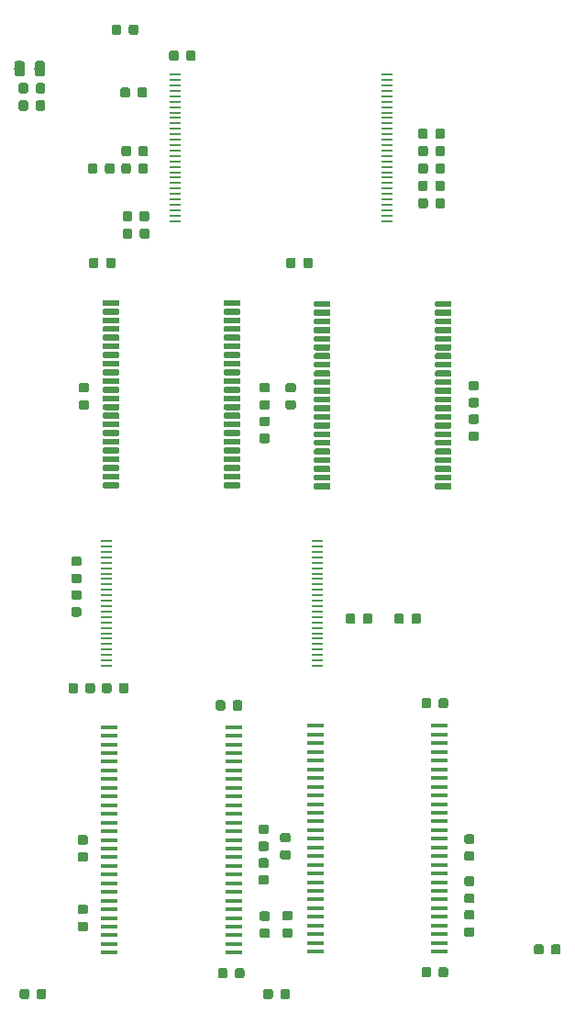
<source format=gtp>
G04 #@! TF.GenerationSoftware,KiCad,Pcbnew,(5.1.2)-1*
G04 #@! TF.CreationDate,2020-04-24T17:20:08+09:00*
G04 #@! TF.ProjectId,ns,6e732e6b-6963-4616-945f-706362585858,v1.0*
G04 #@! TF.SameCoordinates,Original*
G04 #@! TF.FileFunction,Paste,Top*
G04 #@! TF.FilePolarity,Positive*
%FSLAX46Y46*%
G04 Gerber Fmt 4.6, Leading zero omitted, Abs format (unit mm)*
G04 Created by KiCad (PCBNEW (5.1.2)-1) date 2020-04-24 17:20:08*
%MOMM*%
%LPD*%
G04 APERTURE LIST*
%ADD10R,1.100000X0.250000*%
%ADD11C,0.100000*%
%ADD12C,0.550000*%
%ADD13R,1.510000X0.458000*%
%ADD14C,0.875000*%
%ADD15C,0.975000*%
G04 APERTURE END LIST*
D10*
X148450000Y-106250000D03*
X148450000Y-106750000D03*
X148450000Y-107250000D03*
X148450000Y-107750000D03*
X148450000Y-108250000D03*
X148450000Y-108750000D03*
X148450000Y-109250000D03*
X148450000Y-109750000D03*
X148450000Y-110250000D03*
X148450000Y-110750000D03*
X148450000Y-111250000D03*
X148450000Y-111750000D03*
X148450000Y-112250000D03*
X148450000Y-112750000D03*
X148450000Y-113250000D03*
X148450000Y-113750000D03*
X148450000Y-114250000D03*
X148450000Y-114750000D03*
X148450000Y-115250000D03*
X148450000Y-115750000D03*
X148450000Y-116250000D03*
X148450000Y-116750000D03*
X148450000Y-117250000D03*
X128950000Y-117750000D03*
X128950000Y-117250000D03*
X128950000Y-116750000D03*
X128950000Y-116250000D03*
X128950000Y-115750000D03*
X128950000Y-115250000D03*
X128950000Y-114750000D03*
X128950000Y-114250000D03*
X128950000Y-113750000D03*
X128950000Y-113250000D03*
X128950000Y-112750000D03*
X128950000Y-112250000D03*
X128950000Y-111750000D03*
X128950000Y-111250000D03*
X128950000Y-110750000D03*
X128950000Y-110250000D03*
X128950000Y-109750000D03*
X128950000Y-109250000D03*
X128950000Y-108750000D03*
X128950000Y-108250000D03*
X128950000Y-107750000D03*
X128950000Y-107250000D03*
X128950000Y-106750000D03*
X148450000Y-117750000D03*
X128950000Y-106250000D03*
X135350000Y-76750000D03*
X135350000Y-76250000D03*
X135350000Y-75750000D03*
X135350000Y-75250000D03*
X135350000Y-74750000D03*
X135350000Y-74250000D03*
X135350000Y-73750000D03*
X135350000Y-73250000D03*
X135350000Y-72750000D03*
X135350000Y-72250000D03*
X135350000Y-71750000D03*
X135350000Y-71250000D03*
X135350000Y-70750000D03*
X135350000Y-70250000D03*
X135350000Y-69750000D03*
X135350000Y-69250000D03*
X135350000Y-68750000D03*
X135350000Y-68250000D03*
X135350000Y-67750000D03*
X135350000Y-67250000D03*
X135350000Y-66750000D03*
X135350000Y-66250000D03*
X135350000Y-65750000D03*
X135350000Y-65250000D03*
X135350000Y-64750000D03*
X135350000Y-64250000D03*
X135350000Y-63750000D03*
X154850000Y-63250000D03*
X154850000Y-63750000D03*
X154850000Y-64250000D03*
X154850000Y-64750000D03*
X154850000Y-65250000D03*
X154850000Y-65750000D03*
X154850000Y-66250000D03*
X154850000Y-66750000D03*
X154850000Y-67250000D03*
X154850000Y-67750000D03*
X154850000Y-68250000D03*
X154850000Y-68750000D03*
X154850000Y-69250000D03*
X154850000Y-69750000D03*
X154850000Y-70250000D03*
X154850000Y-70750000D03*
X154850000Y-71250000D03*
X154850000Y-71750000D03*
X154850000Y-72250000D03*
X154850000Y-72750000D03*
X154850000Y-73250000D03*
X154850000Y-73750000D03*
X154850000Y-74250000D03*
X154850000Y-74750000D03*
X154850000Y-75250000D03*
X154850000Y-75750000D03*
X154850000Y-76250000D03*
X135350000Y-63250000D03*
X154850000Y-76750000D03*
D11*
G36*
X149550977Y-100925662D02*
G01*
X149564325Y-100927642D01*
X149577414Y-100930921D01*
X149590119Y-100935467D01*
X149602317Y-100941236D01*
X149613891Y-100948173D01*
X149624729Y-100956211D01*
X149634727Y-100965273D01*
X149643789Y-100975271D01*
X149651827Y-100986109D01*
X149658764Y-100997683D01*
X149664533Y-101009881D01*
X149669079Y-101022586D01*
X149672358Y-101035675D01*
X149674338Y-101049023D01*
X149675000Y-101062500D01*
X149675000Y-101337500D01*
X149674338Y-101350977D01*
X149672358Y-101364325D01*
X149669079Y-101377414D01*
X149664533Y-101390119D01*
X149658764Y-101402317D01*
X149651827Y-101413891D01*
X149643789Y-101424729D01*
X149634727Y-101434727D01*
X149624729Y-101443789D01*
X149613891Y-101451827D01*
X149602317Y-101458764D01*
X149590119Y-101464533D01*
X149577414Y-101469079D01*
X149564325Y-101472358D01*
X149550977Y-101474338D01*
X149537500Y-101475000D01*
X148287500Y-101475000D01*
X148274023Y-101474338D01*
X148260675Y-101472358D01*
X148247586Y-101469079D01*
X148234881Y-101464533D01*
X148222683Y-101458764D01*
X148211109Y-101451827D01*
X148200271Y-101443789D01*
X148190273Y-101434727D01*
X148181211Y-101424729D01*
X148173173Y-101413891D01*
X148166236Y-101402317D01*
X148160467Y-101390119D01*
X148155921Y-101377414D01*
X148152642Y-101364325D01*
X148150662Y-101350977D01*
X148150000Y-101337500D01*
X148150000Y-101062500D01*
X148150662Y-101049023D01*
X148152642Y-101035675D01*
X148155921Y-101022586D01*
X148160467Y-101009881D01*
X148166236Y-100997683D01*
X148173173Y-100986109D01*
X148181211Y-100975271D01*
X148190273Y-100965273D01*
X148200271Y-100956211D01*
X148211109Y-100948173D01*
X148222683Y-100941236D01*
X148234881Y-100935467D01*
X148247586Y-100930921D01*
X148260675Y-100927642D01*
X148274023Y-100925662D01*
X148287500Y-100925000D01*
X149537500Y-100925000D01*
X149550977Y-100925662D01*
X149550977Y-100925662D01*
G37*
D12*
X148912500Y-101200000D03*
D11*
G36*
X149550977Y-100125662D02*
G01*
X149564325Y-100127642D01*
X149577414Y-100130921D01*
X149590119Y-100135467D01*
X149602317Y-100141236D01*
X149613891Y-100148173D01*
X149624729Y-100156211D01*
X149634727Y-100165273D01*
X149643789Y-100175271D01*
X149651827Y-100186109D01*
X149658764Y-100197683D01*
X149664533Y-100209881D01*
X149669079Y-100222586D01*
X149672358Y-100235675D01*
X149674338Y-100249023D01*
X149675000Y-100262500D01*
X149675000Y-100537500D01*
X149674338Y-100550977D01*
X149672358Y-100564325D01*
X149669079Y-100577414D01*
X149664533Y-100590119D01*
X149658764Y-100602317D01*
X149651827Y-100613891D01*
X149643789Y-100624729D01*
X149634727Y-100634727D01*
X149624729Y-100643789D01*
X149613891Y-100651827D01*
X149602317Y-100658764D01*
X149590119Y-100664533D01*
X149577414Y-100669079D01*
X149564325Y-100672358D01*
X149550977Y-100674338D01*
X149537500Y-100675000D01*
X148287500Y-100675000D01*
X148274023Y-100674338D01*
X148260675Y-100672358D01*
X148247586Y-100669079D01*
X148234881Y-100664533D01*
X148222683Y-100658764D01*
X148211109Y-100651827D01*
X148200271Y-100643789D01*
X148190273Y-100634727D01*
X148181211Y-100624729D01*
X148173173Y-100613891D01*
X148166236Y-100602317D01*
X148160467Y-100590119D01*
X148155921Y-100577414D01*
X148152642Y-100564325D01*
X148150662Y-100550977D01*
X148150000Y-100537500D01*
X148150000Y-100262500D01*
X148150662Y-100249023D01*
X148152642Y-100235675D01*
X148155921Y-100222586D01*
X148160467Y-100209881D01*
X148166236Y-100197683D01*
X148173173Y-100186109D01*
X148181211Y-100175271D01*
X148190273Y-100165273D01*
X148200271Y-100156211D01*
X148211109Y-100148173D01*
X148222683Y-100141236D01*
X148234881Y-100135467D01*
X148247586Y-100130921D01*
X148260675Y-100127642D01*
X148274023Y-100125662D01*
X148287500Y-100125000D01*
X149537500Y-100125000D01*
X149550977Y-100125662D01*
X149550977Y-100125662D01*
G37*
D12*
X148912500Y-100400000D03*
D11*
G36*
X149550977Y-99325662D02*
G01*
X149564325Y-99327642D01*
X149577414Y-99330921D01*
X149590119Y-99335467D01*
X149602317Y-99341236D01*
X149613891Y-99348173D01*
X149624729Y-99356211D01*
X149634727Y-99365273D01*
X149643789Y-99375271D01*
X149651827Y-99386109D01*
X149658764Y-99397683D01*
X149664533Y-99409881D01*
X149669079Y-99422586D01*
X149672358Y-99435675D01*
X149674338Y-99449023D01*
X149675000Y-99462500D01*
X149675000Y-99737500D01*
X149674338Y-99750977D01*
X149672358Y-99764325D01*
X149669079Y-99777414D01*
X149664533Y-99790119D01*
X149658764Y-99802317D01*
X149651827Y-99813891D01*
X149643789Y-99824729D01*
X149634727Y-99834727D01*
X149624729Y-99843789D01*
X149613891Y-99851827D01*
X149602317Y-99858764D01*
X149590119Y-99864533D01*
X149577414Y-99869079D01*
X149564325Y-99872358D01*
X149550977Y-99874338D01*
X149537500Y-99875000D01*
X148287500Y-99875000D01*
X148274023Y-99874338D01*
X148260675Y-99872358D01*
X148247586Y-99869079D01*
X148234881Y-99864533D01*
X148222683Y-99858764D01*
X148211109Y-99851827D01*
X148200271Y-99843789D01*
X148190273Y-99834727D01*
X148181211Y-99824729D01*
X148173173Y-99813891D01*
X148166236Y-99802317D01*
X148160467Y-99790119D01*
X148155921Y-99777414D01*
X148152642Y-99764325D01*
X148150662Y-99750977D01*
X148150000Y-99737500D01*
X148150000Y-99462500D01*
X148150662Y-99449023D01*
X148152642Y-99435675D01*
X148155921Y-99422586D01*
X148160467Y-99409881D01*
X148166236Y-99397683D01*
X148173173Y-99386109D01*
X148181211Y-99375271D01*
X148190273Y-99365273D01*
X148200271Y-99356211D01*
X148211109Y-99348173D01*
X148222683Y-99341236D01*
X148234881Y-99335467D01*
X148247586Y-99330921D01*
X148260675Y-99327642D01*
X148274023Y-99325662D01*
X148287500Y-99325000D01*
X149537500Y-99325000D01*
X149550977Y-99325662D01*
X149550977Y-99325662D01*
G37*
D12*
X148912500Y-99600000D03*
D11*
G36*
X149550977Y-98525662D02*
G01*
X149564325Y-98527642D01*
X149577414Y-98530921D01*
X149590119Y-98535467D01*
X149602317Y-98541236D01*
X149613891Y-98548173D01*
X149624729Y-98556211D01*
X149634727Y-98565273D01*
X149643789Y-98575271D01*
X149651827Y-98586109D01*
X149658764Y-98597683D01*
X149664533Y-98609881D01*
X149669079Y-98622586D01*
X149672358Y-98635675D01*
X149674338Y-98649023D01*
X149675000Y-98662500D01*
X149675000Y-98937500D01*
X149674338Y-98950977D01*
X149672358Y-98964325D01*
X149669079Y-98977414D01*
X149664533Y-98990119D01*
X149658764Y-99002317D01*
X149651827Y-99013891D01*
X149643789Y-99024729D01*
X149634727Y-99034727D01*
X149624729Y-99043789D01*
X149613891Y-99051827D01*
X149602317Y-99058764D01*
X149590119Y-99064533D01*
X149577414Y-99069079D01*
X149564325Y-99072358D01*
X149550977Y-99074338D01*
X149537500Y-99075000D01*
X148287500Y-99075000D01*
X148274023Y-99074338D01*
X148260675Y-99072358D01*
X148247586Y-99069079D01*
X148234881Y-99064533D01*
X148222683Y-99058764D01*
X148211109Y-99051827D01*
X148200271Y-99043789D01*
X148190273Y-99034727D01*
X148181211Y-99024729D01*
X148173173Y-99013891D01*
X148166236Y-99002317D01*
X148160467Y-98990119D01*
X148155921Y-98977414D01*
X148152642Y-98964325D01*
X148150662Y-98950977D01*
X148150000Y-98937500D01*
X148150000Y-98662500D01*
X148150662Y-98649023D01*
X148152642Y-98635675D01*
X148155921Y-98622586D01*
X148160467Y-98609881D01*
X148166236Y-98597683D01*
X148173173Y-98586109D01*
X148181211Y-98575271D01*
X148190273Y-98565273D01*
X148200271Y-98556211D01*
X148211109Y-98548173D01*
X148222683Y-98541236D01*
X148234881Y-98535467D01*
X148247586Y-98530921D01*
X148260675Y-98527642D01*
X148274023Y-98525662D01*
X148287500Y-98525000D01*
X149537500Y-98525000D01*
X149550977Y-98525662D01*
X149550977Y-98525662D01*
G37*
D12*
X148912500Y-98800000D03*
D11*
G36*
X149550977Y-97725662D02*
G01*
X149564325Y-97727642D01*
X149577414Y-97730921D01*
X149590119Y-97735467D01*
X149602317Y-97741236D01*
X149613891Y-97748173D01*
X149624729Y-97756211D01*
X149634727Y-97765273D01*
X149643789Y-97775271D01*
X149651827Y-97786109D01*
X149658764Y-97797683D01*
X149664533Y-97809881D01*
X149669079Y-97822586D01*
X149672358Y-97835675D01*
X149674338Y-97849023D01*
X149675000Y-97862500D01*
X149675000Y-98137500D01*
X149674338Y-98150977D01*
X149672358Y-98164325D01*
X149669079Y-98177414D01*
X149664533Y-98190119D01*
X149658764Y-98202317D01*
X149651827Y-98213891D01*
X149643789Y-98224729D01*
X149634727Y-98234727D01*
X149624729Y-98243789D01*
X149613891Y-98251827D01*
X149602317Y-98258764D01*
X149590119Y-98264533D01*
X149577414Y-98269079D01*
X149564325Y-98272358D01*
X149550977Y-98274338D01*
X149537500Y-98275000D01*
X148287500Y-98275000D01*
X148274023Y-98274338D01*
X148260675Y-98272358D01*
X148247586Y-98269079D01*
X148234881Y-98264533D01*
X148222683Y-98258764D01*
X148211109Y-98251827D01*
X148200271Y-98243789D01*
X148190273Y-98234727D01*
X148181211Y-98224729D01*
X148173173Y-98213891D01*
X148166236Y-98202317D01*
X148160467Y-98190119D01*
X148155921Y-98177414D01*
X148152642Y-98164325D01*
X148150662Y-98150977D01*
X148150000Y-98137500D01*
X148150000Y-97862500D01*
X148150662Y-97849023D01*
X148152642Y-97835675D01*
X148155921Y-97822586D01*
X148160467Y-97809881D01*
X148166236Y-97797683D01*
X148173173Y-97786109D01*
X148181211Y-97775271D01*
X148190273Y-97765273D01*
X148200271Y-97756211D01*
X148211109Y-97748173D01*
X148222683Y-97741236D01*
X148234881Y-97735467D01*
X148247586Y-97730921D01*
X148260675Y-97727642D01*
X148274023Y-97725662D01*
X148287500Y-97725000D01*
X149537500Y-97725000D01*
X149550977Y-97725662D01*
X149550977Y-97725662D01*
G37*
D12*
X148912500Y-98000000D03*
D11*
G36*
X149550977Y-96925662D02*
G01*
X149564325Y-96927642D01*
X149577414Y-96930921D01*
X149590119Y-96935467D01*
X149602317Y-96941236D01*
X149613891Y-96948173D01*
X149624729Y-96956211D01*
X149634727Y-96965273D01*
X149643789Y-96975271D01*
X149651827Y-96986109D01*
X149658764Y-96997683D01*
X149664533Y-97009881D01*
X149669079Y-97022586D01*
X149672358Y-97035675D01*
X149674338Y-97049023D01*
X149675000Y-97062500D01*
X149675000Y-97337500D01*
X149674338Y-97350977D01*
X149672358Y-97364325D01*
X149669079Y-97377414D01*
X149664533Y-97390119D01*
X149658764Y-97402317D01*
X149651827Y-97413891D01*
X149643789Y-97424729D01*
X149634727Y-97434727D01*
X149624729Y-97443789D01*
X149613891Y-97451827D01*
X149602317Y-97458764D01*
X149590119Y-97464533D01*
X149577414Y-97469079D01*
X149564325Y-97472358D01*
X149550977Y-97474338D01*
X149537500Y-97475000D01*
X148287500Y-97475000D01*
X148274023Y-97474338D01*
X148260675Y-97472358D01*
X148247586Y-97469079D01*
X148234881Y-97464533D01*
X148222683Y-97458764D01*
X148211109Y-97451827D01*
X148200271Y-97443789D01*
X148190273Y-97434727D01*
X148181211Y-97424729D01*
X148173173Y-97413891D01*
X148166236Y-97402317D01*
X148160467Y-97390119D01*
X148155921Y-97377414D01*
X148152642Y-97364325D01*
X148150662Y-97350977D01*
X148150000Y-97337500D01*
X148150000Y-97062500D01*
X148150662Y-97049023D01*
X148152642Y-97035675D01*
X148155921Y-97022586D01*
X148160467Y-97009881D01*
X148166236Y-96997683D01*
X148173173Y-96986109D01*
X148181211Y-96975271D01*
X148190273Y-96965273D01*
X148200271Y-96956211D01*
X148211109Y-96948173D01*
X148222683Y-96941236D01*
X148234881Y-96935467D01*
X148247586Y-96930921D01*
X148260675Y-96927642D01*
X148274023Y-96925662D01*
X148287500Y-96925000D01*
X149537500Y-96925000D01*
X149550977Y-96925662D01*
X149550977Y-96925662D01*
G37*
D12*
X148912500Y-97200000D03*
D11*
G36*
X149550977Y-96125662D02*
G01*
X149564325Y-96127642D01*
X149577414Y-96130921D01*
X149590119Y-96135467D01*
X149602317Y-96141236D01*
X149613891Y-96148173D01*
X149624729Y-96156211D01*
X149634727Y-96165273D01*
X149643789Y-96175271D01*
X149651827Y-96186109D01*
X149658764Y-96197683D01*
X149664533Y-96209881D01*
X149669079Y-96222586D01*
X149672358Y-96235675D01*
X149674338Y-96249023D01*
X149675000Y-96262500D01*
X149675000Y-96537500D01*
X149674338Y-96550977D01*
X149672358Y-96564325D01*
X149669079Y-96577414D01*
X149664533Y-96590119D01*
X149658764Y-96602317D01*
X149651827Y-96613891D01*
X149643789Y-96624729D01*
X149634727Y-96634727D01*
X149624729Y-96643789D01*
X149613891Y-96651827D01*
X149602317Y-96658764D01*
X149590119Y-96664533D01*
X149577414Y-96669079D01*
X149564325Y-96672358D01*
X149550977Y-96674338D01*
X149537500Y-96675000D01*
X148287500Y-96675000D01*
X148274023Y-96674338D01*
X148260675Y-96672358D01*
X148247586Y-96669079D01*
X148234881Y-96664533D01*
X148222683Y-96658764D01*
X148211109Y-96651827D01*
X148200271Y-96643789D01*
X148190273Y-96634727D01*
X148181211Y-96624729D01*
X148173173Y-96613891D01*
X148166236Y-96602317D01*
X148160467Y-96590119D01*
X148155921Y-96577414D01*
X148152642Y-96564325D01*
X148150662Y-96550977D01*
X148150000Y-96537500D01*
X148150000Y-96262500D01*
X148150662Y-96249023D01*
X148152642Y-96235675D01*
X148155921Y-96222586D01*
X148160467Y-96209881D01*
X148166236Y-96197683D01*
X148173173Y-96186109D01*
X148181211Y-96175271D01*
X148190273Y-96165273D01*
X148200271Y-96156211D01*
X148211109Y-96148173D01*
X148222683Y-96141236D01*
X148234881Y-96135467D01*
X148247586Y-96130921D01*
X148260675Y-96127642D01*
X148274023Y-96125662D01*
X148287500Y-96125000D01*
X149537500Y-96125000D01*
X149550977Y-96125662D01*
X149550977Y-96125662D01*
G37*
D12*
X148912500Y-96400000D03*
D11*
G36*
X149550977Y-95325662D02*
G01*
X149564325Y-95327642D01*
X149577414Y-95330921D01*
X149590119Y-95335467D01*
X149602317Y-95341236D01*
X149613891Y-95348173D01*
X149624729Y-95356211D01*
X149634727Y-95365273D01*
X149643789Y-95375271D01*
X149651827Y-95386109D01*
X149658764Y-95397683D01*
X149664533Y-95409881D01*
X149669079Y-95422586D01*
X149672358Y-95435675D01*
X149674338Y-95449023D01*
X149675000Y-95462500D01*
X149675000Y-95737500D01*
X149674338Y-95750977D01*
X149672358Y-95764325D01*
X149669079Y-95777414D01*
X149664533Y-95790119D01*
X149658764Y-95802317D01*
X149651827Y-95813891D01*
X149643789Y-95824729D01*
X149634727Y-95834727D01*
X149624729Y-95843789D01*
X149613891Y-95851827D01*
X149602317Y-95858764D01*
X149590119Y-95864533D01*
X149577414Y-95869079D01*
X149564325Y-95872358D01*
X149550977Y-95874338D01*
X149537500Y-95875000D01*
X148287500Y-95875000D01*
X148274023Y-95874338D01*
X148260675Y-95872358D01*
X148247586Y-95869079D01*
X148234881Y-95864533D01*
X148222683Y-95858764D01*
X148211109Y-95851827D01*
X148200271Y-95843789D01*
X148190273Y-95834727D01*
X148181211Y-95824729D01*
X148173173Y-95813891D01*
X148166236Y-95802317D01*
X148160467Y-95790119D01*
X148155921Y-95777414D01*
X148152642Y-95764325D01*
X148150662Y-95750977D01*
X148150000Y-95737500D01*
X148150000Y-95462500D01*
X148150662Y-95449023D01*
X148152642Y-95435675D01*
X148155921Y-95422586D01*
X148160467Y-95409881D01*
X148166236Y-95397683D01*
X148173173Y-95386109D01*
X148181211Y-95375271D01*
X148190273Y-95365273D01*
X148200271Y-95356211D01*
X148211109Y-95348173D01*
X148222683Y-95341236D01*
X148234881Y-95335467D01*
X148247586Y-95330921D01*
X148260675Y-95327642D01*
X148274023Y-95325662D01*
X148287500Y-95325000D01*
X149537500Y-95325000D01*
X149550977Y-95325662D01*
X149550977Y-95325662D01*
G37*
D12*
X148912500Y-95600000D03*
D11*
G36*
X149550977Y-94525662D02*
G01*
X149564325Y-94527642D01*
X149577414Y-94530921D01*
X149590119Y-94535467D01*
X149602317Y-94541236D01*
X149613891Y-94548173D01*
X149624729Y-94556211D01*
X149634727Y-94565273D01*
X149643789Y-94575271D01*
X149651827Y-94586109D01*
X149658764Y-94597683D01*
X149664533Y-94609881D01*
X149669079Y-94622586D01*
X149672358Y-94635675D01*
X149674338Y-94649023D01*
X149675000Y-94662500D01*
X149675000Y-94937500D01*
X149674338Y-94950977D01*
X149672358Y-94964325D01*
X149669079Y-94977414D01*
X149664533Y-94990119D01*
X149658764Y-95002317D01*
X149651827Y-95013891D01*
X149643789Y-95024729D01*
X149634727Y-95034727D01*
X149624729Y-95043789D01*
X149613891Y-95051827D01*
X149602317Y-95058764D01*
X149590119Y-95064533D01*
X149577414Y-95069079D01*
X149564325Y-95072358D01*
X149550977Y-95074338D01*
X149537500Y-95075000D01*
X148287500Y-95075000D01*
X148274023Y-95074338D01*
X148260675Y-95072358D01*
X148247586Y-95069079D01*
X148234881Y-95064533D01*
X148222683Y-95058764D01*
X148211109Y-95051827D01*
X148200271Y-95043789D01*
X148190273Y-95034727D01*
X148181211Y-95024729D01*
X148173173Y-95013891D01*
X148166236Y-95002317D01*
X148160467Y-94990119D01*
X148155921Y-94977414D01*
X148152642Y-94964325D01*
X148150662Y-94950977D01*
X148150000Y-94937500D01*
X148150000Y-94662500D01*
X148150662Y-94649023D01*
X148152642Y-94635675D01*
X148155921Y-94622586D01*
X148160467Y-94609881D01*
X148166236Y-94597683D01*
X148173173Y-94586109D01*
X148181211Y-94575271D01*
X148190273Y-94565273D01*
X148200271Y-94556211D01*
X148211109Y-94548173D01*
X148222683Y-94541236D01*
X148234881Y-94535467D01*
X148247586Y-94530921D01*
X148260675Y-94527642D01*
X148274023Y-94525662D01*
X148287500Y-94525000D01*
X149537500Y-94525000D01*
X149550977Y-94525662D01*
X149550977Y-94525662D01*
G37*
D12*
X148912500Y-94800000D03*
D11*
G36*
X149550977Y-93725662D02*
G01*
X149564325Y-93727642D01*
X149577414Y-93730921D01*
X149590119Y-93735467D01*
X149602317Y-93741236D01*
X149613891Y-93748173D01*
X149624729Y-93756211D01*
X149634727Y-93765273D01*
X149643789Y-93775271D01*
X149651827Y-93786109D01*
X149658764Y-93797683D01*
X149664533Y-93809881D01*
X149669079Y-93822586D01*
X149672358Y-93835675D01*
X149674338Y-93849023D01*
X149675000Y-93862500D01*
X149675000Y-94137500D01*
X149674338Y-94150977D01*
X149672358Y-94164325D01*
X149669079Y-94177414D01*
X149664533Y-94190119D01*
X149658764Y-94202317D01*
X149651827Y-94213891D01*
X149643789Y-94224729D01*
X149634727Y-94234727D01*
X149624729Y-94243789D01*
X149613891Y-94251827D01*
X149602317Y-94258764D01*
X149590119Y-94264533D01*
X149577414Y-94269079D01*
X149564325Y-94272358D01*
X149550977Y-94274338D01*
X149537500Y-94275000D01*
X148287500Y-94275000D01*
X148274023Y-94274338D01*
X148260675Y-94272358D01*
X148247586Y-94269079D01*
X148234881Y-94264533D01*
X148222683Y-94258764D01*
X148211109Y-94251827D01*
X148200271Y-94243789D01*
X148190273Y-94234727D01*
X148181211Y-94224729D01*
X148173173Y-94213891D01*
X148166236Y-94202317D01*
X148160467Y-94190119D01*
X148155921Y-94177414D01*
X148152642Y-94164325D01*
X148150662Y-94150977D01*
X148150000Y-94137500D01*
X148150000Y-93862500D01*
X148150662Y-93849023D01*
X148152642Y-93835675D01*
X148155921Y-93822586D01*
X148160467Y-93809881D01*
X148166236Y-93797683D01*
X148173173Y-93786109D01*
X148181211Y-93775271D01*
X148190273Y-93765273D01*
X148200271Y-93756211D01*
X148211109Y-93748173D01*
X148222683Y-93741236D01*
X148234881Y-93735467D01*
X148247586Y-93730921D01*
X148260675Y-93727642D01*
X148274023Y-93725662D01*
X148287500Y-93725000D01*
X149537500Y-93725000D01*
X149550977Y-93725662D01*
X149550977Y-93725662D01*
G37*
D12*
X148912500Y-94000000D03*
D11*
G36*
X149550977Y-92925662D02*
G01*
X149564325Y-92927642D01*
X149577414Y-92930921D01*
X149590119Y-92935467D01*
X149602317Y-92941236D01*
X149613891Y-92948173D01*
X149624729Y-92956211D01*
X149634727Y-92965273D01*
X149643789Y-92975271D01*
X149651827Y-92986109D01*
X149658764Y-92997683D01*
X149664533Y-93009881D01*
X149669079Y-93022586D01*
X149672358Y-93035675D01*
X149674338Y-93049023D01*
X149675000Y-93062500D01*
X149675000Y-93337500D01*
X149674338Y-93350977D01*
X149672358Y-93364325D01*
X149669079Y-93377414D01*
X149664533Y-93390119D01*
X149658764Y-93402317D01*
X149651827Y-93413891D01*
X149643789Y-93424729D01*
X149634727Y-93434727D01*
X149624729Y-93443789D01*
X149613891Y-93451827D01*
X149602317Y-93458764D01*
X149590119Y-93464533D01*
X149577414Y-93469079D01*
X149564325Y-93472358D01*
X149550977Y-93474338D01*
X149537500Y-93475000D01*
X148287500Y-93475000D01*
X148274023Y-93474338D01*
X148260675Y-93472358D01*
X148247586Y-93469079D01*
X148234881Y-93464533D01*
X148222683Y-93458764D01*
X148211109Y-93451827D01*
X148200271Y-93443789D01*
X148190273Y-93434727D01*
X148181211Y-93424729D01*
X148173173Y-93413891D01*
X148166236Y-93402317D01*
X148160467Y-93390119D01*
X148155921Y-93377414D01*
X148152642Y-93364325D01*
X148150662Y-93350977D01*
X148150000Y-93337500D01*
X148150000Y-93062500D01*
X148150662Y-93049023D01*
X148152642Y-93035675D01*
X148155921Y-93022586D01*
X148160467Y-93009881D01*
X148166236Y-92997683D01*
X148173173Y-92986109D01*
X148181211Y-92975271D01*
X148190273Y-92965273D01*
X148200271Y-92956211D01*
X148211109Y-92948173D01*
X148222683Y-92941236D01*
X148234881Y-92935467D01*
X148247586Y-92930921D01*
X148260675Y-92927642D01*
X148274023Y-92925662D01*
X148287500Y-92925000D01*
X149537500Y-92925000D01*
X149550977Y-92925662D01*
X149550977Y-92925662D01*
G37*
D12*
X148912500Y-93200000D03*
D11*
G36*
X149550977Y-92125662D02*
G01*
X149564325Y-92127642D01*
X149577414Y-92130921D01*
X149590119Y-92135467D01*
X149602317Y-92141236D01*
X149613891Y-92148173D01*
X149624729Y-92156211D01*
X149634727Y-92165273D01*
X149643789Y-92175271D01*
X149651827Y-92186109D01*
X149658764Y-92197683D01*
X149664533Y-92209881D01*
X149669079Y-92222586D01*
X149672358Y-92235675D01*
X149674338Y-92249023D01*
X149675000Y-92262500D01*
X149675000Y-92537500D01*
X149674338Y-92550977D01*
X149672358Y-92564325D01*
X149669079Y-92577414D01*
X149664533Y-92590119D01*
X149658764Y-92602317D01*
X149651827Y-92613891D01*
X149643789Y-92624729D01*
X149634727Y-92634727D01*
X149624729Y-92643789D01*
X149613891Y-92651827D01*
X149602317Y-92658764D01*
X149590119Y-92664533D01*
X149577414Y-92669079D01*
X149564325Y-92672358D01*
X149550977Y-92674338D01*
X149537500Y-92675000D01*
X148287500Y-92675000D01*
X148274023Y-92674338D01*
X148260675Y-92672358D01*
X148247586Y-92669079D01*
X148234881Y-92664533D01*
X148222683Y-92658764D01*
X148211109Y-92651827D01*
X148200271Y-92643789D01*
X148190273Y-92634727D01*
X148181211Y-92624729D01*
X148173173Y-92613891D01*
X148166236Y-92602317D01*
X148160467Y-92590119D01*
X148155921Y-92577414D01*
X148152642Y-92564325D01*
X148150662Y-92550977D01*
X148150000Y-92537500D01*
X148150000Y-92262500D01*
X148150662Y-92249023D01*
X148152642Y-92235675D01*
X148155921Y-92222586D01*
X148160467Y-92209881D01*
X148166236Y-92197683D01*
X148173173Y-92186109D01*
X148181211Y-92175271D01*
X148190273Y-92165273D01*
X148200271Y-92156211D01*
X148211109Y-92148173D01*
X148222683Y-92141236D01*
X148234881Y-92135467D01*
X148247586Y-92130921D01*
X148260675Y-92127642D01*
X148274023Y-92125662D01*
X148287500Y-92125000D01*
X149537500Y-92125000D01*
X149550977Y-92125662D01*
X149550977Y-92125662D01*
G37*
D12*
X148912500Y-92400000D03*
D11*
G36*
X149550977Y-91325662D02*
G01*
X149564325Y-91327642D01*
X149577414Y-91330921D01*
X149590119Y-91335467D01*
X149602317Y-91341236D01*
X149613891Y-91348173D01*
X149624729Y-91356211D01*
X149634727Y-91365273D01*
X149643789Y-91375271D01*
X149651827Y-91386109D01*
X149658764Y-91397683D01*
X149664533Y-91409881D01*
X149669079Y-91422586D01*
X149672358Y-91435675D01*
X149674338Y-91449023D01*
X149675000Y-91462500D01*
X149675000Y-91737500D01*
X149674338Y-91750977D01*
X149672358Y-91764325D01*
X149669079Y-91777414D01*
X149664533Y-91790119D01*
X149658764Y-91802317D01*
X149651827Y-91813891D01*
X149643789Y-91824729D01*
X149634727Y-91834727D01*
X149624729Y-91843789D01*
X149613891Y-91851827D01*
X149602317Y-91858764D01*
X149590119Y-91864533D01*
X149577414Y-91869079D01*
X149564325Y-91872358D01*
X149550977Y-91874338D01*
X149537500Y-91875000D01*
X148287500Y-91875000D01*
X148274023Y-91874338D01*
X148260675Y-91872358D01*
X148247586Y-91869079D01*
X148234881Y-91864533D01*
X148222683Y-91858764D01*
X148211109Y-91851827D01*
X148200271Y-91843789D01*
X148190273Y-91834727D01*
X148181211Y-91824729D01*
X148173173Y-91813891D01*
X148166236Y-91802317D01*
X148160467Y-91790119D01*
X148155921Y-91777414D01*
X148152642Y-91764325D01*
X148150662Y-91750977D01*
X148150000Y-91737500D01*
X148150000Y-91462500D01*
X148150662Y-91449023D01*
X148152642Y-91435675D01*
X148155921Y-91422586D01*
X148160467Y-91409881D01*
X148166236Y-91397683D01*
X148173173Y-91386109D01*
X148181211Y-91375271D01*
X148190273Y-91365273D01*
X148200271Y-91356211D01*
X148211109Y-91348173D01*
X148222683Y-91341236D01*
X148234881Y-91335467D01*
X148247586Y-91330921D01*
X148260675Y-91327642D01*
X148274023Y-91325662D01*
X148287500Y-91325000D01*
X149537500Y-91325000D01*
X149550977Y-91325662D01*
X149550977Y-91325662D01*
G37*
D12*
X148912500Y-91600000D03*
D11*
G36*
X149550977Y-90525662D02*
G01*
X149564325Y-90527642D01*
X149577414Y-90530921D01*
X149590119Y-90535467D01*
X149602317Y-90541236D01*
X149613891Y-90548173D01*
X149624729Y-90556211D01*
X149634727Y-90565273D01*
X149643789Y-90575271D01*
X149651827Y-90586109D01*
X149658764Y-90597683D01*
X149664533Y-90609881D01*
X149669079Y-90622586D01*
X149672358Y-90635675D01*
X149674338Y-90649023D01*
X149675000Y-90662500D01*
X149675000Y-90937500D01*
X149674338Y-90950977D01*
X149672358Y-90964325D01*
X149669079Y-90977414D01*
X149664533Y-90990119D01*
X149658764Y-91002317D01*
X149651827Y-91013891D01*
X149643789Y-91024729D01*
X149634727Y-91034727D01*
X149624729Y-91043789D01*
X149613891Y-91051827D01*
X149602317Y-91058764D01*
X149590119Y-91064533D01*
X149577414Y-91069079D01*
X149564325Y-91072358D01*
X149550977Y-91074338D01*
X149537500Y-91075000D01*
X148287500Y-91075000D01*
X148274023Y-91074338D01*
X148260675Y-91072358D01*
X148247586Y-91069079D01*
X148234881Y-91064533D01*
X148222683Y-91058764D01*
X148211109Y-91051827D01*
X148200271Y-91043789D01*
X148190273Y-91034727D01*
X148181211Y-91024729D01*
X148173173Y-91013891D01*
X148166236Y-91002317D01*
X148160467Y-90990119D01*
X148155921Y-90977414D01*
X148152642Y-90964325D01*
X148150662Y-90950977D01*
X148150000Y-90937500D01*
X148150000Y-90662500D01*
X148150662Y-90649023D01*
X148152642Y-90635675D01*
X148155921Y-90622586D01*
X148160467Y-90609881D01*
X148166236Y-90597683D01*
X148173173Y-90586109D01*
X148181211Y-90575271D01*
X148190273Y-90565273D01*
X148200271Y-90556211D01*
X148211109Y-90548173D01*
X148222683Y-90541236D01*
X148234881Y-90535467D01*
X148247586Y-90530921D01*
X148260675Y-90527642D01*
X148274023Y-90525662D01*
X148287500Y-90525000D01*
X149537500Y-90525000D01*
X149550977Y-90525662D01*
X149550977Y-90525662D01*
G37*
D12*
X148912500Y-90800000D03*
D11*
G36*
X149550977Y-89725662D02*
G01*
X149564325Y-89727642D01*
X149577414Y-89730921D01*
X149590119Y-89735467D01*
X149602317Y-89741236D01*
X149613891Y-89748173D01*
X149624729Y-89756211D01*
X149634727Y-89765273D01*
X149643789Y-89775271D01*
X149651827Y-89786109D01*
X149658764Y-89797683D01*
X149664533Y-89809881D01*
X149669079Y-89822586D01*
X149672358Y-89835675D01*
X149674338Y-89849023D01*
X149675000Y-89862500D01*
X149675000Y-90137500D01*
X149674338Y-90150977D01*
X149672358Y-90164325D01*
X149669079Y-90177414D01*
X149664533Y-90190119D01*
X149658764Y-90202317D01*
X149651827Y-90213891D01*
X149643789Y-90224729D01*
X149634727Y-90234727D01*
X149624729Y-90243789D01*
X149613891Y-90251827D01*
X149602317Y-90258764D01*
X149590119Y-90264533D01*
X149577414Y-90269079D01*
X149564325Y-90272358D01*
X149550977Y-90274338D01*
X149537500Y-90275000D01*
X148287500Y-90275000D01*
X148274023Y-90274338D01*
X148260675Y-90272358D01*
X148247586Y-90269079D01*
X148234881Y-90264533D01*
X148222683Y-90258764D01*
X148211109Y-90251827D01*
X148200271Y-90243789D01*
X148190273Y-90234727D01*
X148181211Y-90224729D01*
X148173173Y-90213891D01*
X148166236Y-90202317D01*
X148160467Y-90190119D01*
X148155921Y-90177414D01*
X148152642Y-90164325D01*
X148150662Y-90150977D01*
X148150000Y-90137500D01*
X148150000Y-89862500D01*
X148150662Y-89849023D01*
X148152642Y-89835675D01*
X148155921Y-89822586D01*
X148160467Y-89809881D01*
X148166236Y-89797683D01*
X148173173Y-89786109D01*
X148181211Y-89775271D01*
X148190273Y-89765273D01*
X148200271Y-89756211D01*
X148211109Y-89748173D01*
X148222683Y-89741236D01*
X148234881Y-89735467D01*
X148247586Y-89730921D01*
X148260675Y-89727642D01*
X148274023Y-89725662D01*
X148287500Y-89725000D01*
X149537500Y-89725000D01*
X149550977Y-89725662D01*
X149550977Y-89725662D01*
G37*
D12*
X148912500Y-90000000D03*
D11*
G36*
X149550977Y-88925662D02*
G01*
X149564325Y-88927642D01*
X149577414Y-88930921D01*
X149590119Y-88935467D01*
X149602317Y-88941236D01*
X149613891Y-88948173D01*
X149624729Y-88956211D01*
X149634727Y-88965273D01*
X149643789Y-88975271D01*
X149651827Y-88986109D01*
X149658764Y-88997683D01*
X149664533Y-89009881D01*
X149669079Y-89022586D01*
X149672358Y-89035675D01*
X149674338Y-89049023D01*
X149675000Y-89062500D01*
X149675000Y-89337500D01*
X149674338Y-89350977D01*
X149672358Y-89364325D01*
X149669079Y-89377414D01*
X149664533Y-89390119D01*
X149658764Y-89402317D01*
X149651827Y-89413891D01*
X149643789Y-89424729D01*
X149634727Y-89434727D01*
X149624729Y-89443789D01*
X149613891Y-89451827D01*
X149602317Y-89458764D01*
X149590119Y-89464533D01*
X149577414Y-89469079D01*
X149564325Y-89472358D01*
X149550977Y-89474338D01*
X149537500Y-89475000D01*
X148287500Y-89475000D01*
X148274023Y-89474338D01*
X148260675Y-89472358D01*
X148247586Y-89469079D01*
X148234881Y-89464533D01*
X148222683Y-89458764D01*
X148211109Y-89451827D01*
X148200271Y-89443789D01*
X148190273Y-89434727D01*
X148181211Y-89424729D01*
X148173173Y-89413891D01*
X148166236Y-89402317D01*
X148160467Y-89390119D01*
X148155921Y-89377414D01*
X148152642Y-89364325D01*
X148150662Y-89350977D01*
X148150000Y-89337500D01*
X148150000Y-89062500D01*
X148150662Y-89049023D01*
X148152642Y-89035675D01*
X148155921Y-89022586D01*
X148160467Y-89009881D01*
X148166236Y-88997683D01*
X148173173Y-88986109D01*
X148181211Y-88975271D01*
X148190273Y-88965273D01*
X148200271Y-88956211D01*
X148211109Y-88948173D01*
X148222683Y-88941236D01*
X148234881Y-88935467D01*
X148247586Y-88930921D01*
X148260675Y-88927642D01*
X148274023Y-88925662D01*
X148287500Y-88925000D01*
X149537500Y-88925000D01*
X149550977Y-88925662D01*
X149550977Y-88925662D01*
G37*
D12*
X148912500Y-89200000D03*
D11*
G36*
X149550977Y-88125662D02*
G01*
X149564325Y-88127642D01*
X149577414Y-88130921D01*
X149590119Y-88135467D01*
X149602317Y-88141236D01*
X149613891Y-88148173D01*
X149624729Y-88156211D01*
X149634727Y-88165273D01*
X149643789Y-88175271D01*
X149651827Y-88186109D01*
X149658764Y-88197683D01*
X149664533Y-88209881D01*
X149669079Y-88222586D01*
X149672358Y-88235675D01*
X149674338Y-88249023D01*
X149675000Y-88262500D01*
X149675000Y-88537500D01*
X149674338Y-88550977D01*
X149672358Y-88564325D01*
X149669079Y-88577414D01*
X149664533Y-88590119D01*
X149658764Y-88602317D01*
X149651827Y-88613891D01*
X149643789Y-88624729D01*
X149634727Y-88634727D01*
X149624729Y-88643789D01*
X149613891Y-88651827D01*
X149602317Y-88658764D01*
X149590119Y-88664533D01*
X149577414Y-88669079D01*
X149564325Y-88672358D01*
X149550977Y-88674338D01*
X149537500Y-88675000D01*
X148287500Y-88675000D01*
X148274023Y-88674338D01*
X148260675Y-88672358D01*
X148247586Y-88669079D01*
X148234881Y-88664533D01*
X148222683Y-88658764D01*
X148211109Y-88651827D01*
X148200271Y-88643789D01*
X148190273Y-88634727D01*
X148181211Y-88624729D01*
X148173173Y-88613891D01*
X148166236Y-88602317D01*
X148160467Y-88590119D01*
X148155921Y-88577414D01*
X148152642Y-88564325D01*
X148150662Y-88550977D01*
X148150000Y-88537500D01*
X148150000Y-88262500D01*
X148150662Y-88249023D01*
X148152642Y-88235675D01*
X148155921Y-88222586D01*
X148160467Y-88209881D01*
X148166236Y-88197683D01*
X148173173Y-88186109D01*
X148181211Y-88175271D01*
X148190273Y-88165273D01*
X148200271Y-88156211D01*
X148211109Y-88148173D01*
X148222683Y-88141236D01*
X148234881Y-88135467D01*
X148247586Y-88130921D01*
X148260675Y-88127642D01*
X148274023Y-88125662D01*
X148287500Y-88125000D01*
X149537500Y-88125000D01*
X149550977Y-88125662D01*
X149550977Y-88125662D01*
G37*
D12*
X148912500Y-88400000D03*
D11*
G36*
X149550977Y-87325662D02*
G01*
X149564325Y-87327642D01*
X149577414Y-87330921D01*
X149590119Y-87335467D01*
X149602317Y-87341236D01*
X149613891Y-87348173D01*
X149624729Y-87356211D01*
X149634727Y-87365273D01*
X149643789Y-87375271D01*
X149651827Y-87386109D01*
X149658764Y-87397683D01*
X149664533Y-87409881D01*
X149669079Y-87422586D01*
X149672358Y-87435675D01*
X149674338Y-87449023D01*
X149675000Y-87462500D01*
X149675000Y-87737500D01*
X149674338Y-87750977D01*
X149672358Y-87764325D01*
X149669079Y-87777414D01*
X149664533Y-87790119D01*
X149658764Y-87802317D01*
X149651827Y-87813891D01*
X149643789Y-87824729D01*
X149634727Y-87834727D01*
X149624729Y-87843789D01*
X149613891Y-87851827D01*
X149602317Y-87858764D01*
X149590119Y-87864533D01*
X149577414Y-87869079D01*
X149564325Y-87872358D01*
X149550977Y-87874338D01*
X149537500Y-87875000D01*
X148287500Y-87875000D01*
X148274023Y-87874338D01*
X148260675Y-87872358D01*
X148247586Y-87869079D01*
X148234881Y-87864533D01*
X148222683Y-87858764D01*
X148211109Y-87851827D01*
X148200271Y-87843789D01*
X148190273Y-87834727D01*
X148181211Y-87824729D01*
X148173173Y-87813891D01*
X148166236Y-87802317D01*
X148160467Y-87790119D01*
X148155921Y-87777414D01*
X148152642Y-87764325D01*
X148150662Y-87750977D01*
X148150000Y-87737500D01*
X148150000Y-87462500D01*
X148150662Y-87449023D01*
X148152642Y-87435675D01*
X148155921Y-87422586D01*
X148160467Y-87409881D01*
X148166236Y-87397683D01*
X148173173Y-87386109D01*
X148181211Y-87375271D01*
X148190273Y-87365273D01*
X148200271Y-87356211D01*
X148211109Y-87348173D01*
X148222683Y-87341236D01*
X148234881Y-87335467D01*
X148247586Y-87330921D01*
X148260675Y-87327642D01*
X148274023Y-87325662D01*
X148287500Y-87325000D01*
X149537500Y-87325000D01*
X149550977Y-87325662D01*
X149550977Y-87325662D01*
G37*
D12*
X148912500Y-87600000D03*
D11*
G36*
X149550977Y-86525662D02*
G01*
X149564325Y-86527642D01*
X149577414Y-86530921D01*
X149590119Y-86535467D01*
X149602317Y-86541236D01*
X149613891Y-86548173D01*
X149624729Y-86556211D01*
X149634727Y-86565273D01*
X149643789Y-86575271D01*
X149651827Y-86586109D01*
X149658764Y-86597683D01*
X149664533Y-86609881D01*
X149669079Y-86622586D01*
X149672358Y-86635675D01*
X149674338Y-86649023D01*
X149675000Y-86662500D01*
X149675000Y-86937500D01*
X149674338Y-86950977D01*
X149672358Y-86964325D01*
X149669079Y-86977414D01*
X149664533Y-86990119D01*
X149658764Y-87002317D01*
X149651827Y-87013891D01*
X149643789Y-87024729D01*
X149634727Y-87034727D01*
X149624729Y-87043789D01*
X149613891Y-87051827D01*
X149602317Y-87058764D01*
X149590119Y-87064533D01*
X149577414Y-87069079D01*
X149564325Y-87072358D01*
X149550977Y-87074338D01*
X149537500Y-87075000D01*
X148287500Y-87075000D01*
X148274023Y-87074338D01*
X148260675Y-87072358D01*
X148247586Y-87069079D01*
X148234881Y-87064533D01*
X148222683Y-87058764D01*
X148211109Y-87051827D01*
X148200271Y-87043789D01*
X148190273Y-87034727D01*
X148181211Y-87024729D01*
X148173173Y-87013891D01*
X148166236Y-87002317D01*
X148160467Y-86990119D01*
X148155921Y-86977414D01*
X148152642Y-86964325D01*
X148150662Y-86950977D01*
X148150000Y-86937500D01*
X148150000Y-86662500D01*
X148150662Y-86649023D01*
X148152642Y-86635675D01*
X148155921Y-86622586D01*
X148160467Y-86609881D01*
X148166236Y-86597683D01*
X148173173Y-86586109D01*
X148181211Y-86575271D01*
X148190273Y-86565273D01*
X148200271Y-86556211D01*
X148211109Y-86548173D01*
X148222683Y-86541236D01*
X148234881Y-86535467D01*
X148247586Y-86530921D01*
X148260675Y-86527642D01*
X148274023Y-86525662D01*
X148287500Y-86525000D01*
X149537500Y-86525000D01*
X149550977Y-86525662D01*
X149550977Y-86525662D01*
G37*
D12*
X148912500Y-86800000D03*
D11*
G36*
X149550977Y-85725662D02*
G01*
X149564325Y-85727642D01*
X149577414Y-85730921D01*
X149590119Y-85735467D01*
X149602317Y-85741236D01*
X149613891Y-85748173D01*
X149624729Y-85756211D01*
X149634727Y-85765273D01*
X149643789Y-85775271D01*
X149651827Y-85786109D01*
X149658764Y-85797683D01*
X149664533Y-85809881D01*
X149669079Y-85822586D01*
X149672358Y-85835675D01*
X149674338Y-85849023D01*
X149675000Y-85862500D01*
X149675000Y-86137500D01*
X149674338Y-86150977D01*
X149672358Y-86164325D01*
X149669079Y-86177414D01*
X149664533Y-86190119D01*
X149658764Y-86202317D01*
X149651827Y-86213891D01*
X149643789Y-86224729D01*
X149634727Y-86234727D01*
X149624729Y-86243789D01*
X149613891Y-86251827D01*
X149602317Y-86258764D01*
X149590119Y-86264533D01*
X149577414Y-86269079D01*
X149564325Y-86272358D01*
X149550977Y-86274338D01*
X149537500Y-86275000D01*
X148287500Y-86275000D01*
X148274023Y-86274338D01*
X148260675Y-86272358D01*
X148247586Y-86269079D01*
X148234881Y-86264533D01*
X148222683Y-86258764D01*
X148211109Y-86251827D01*
X148200271Y-86243789D01*
X148190273Y-86234727D01*
X148181211Y-86224729D01*
X148173173Y-86213891D01*
X148166236Y-86202317D01*
X148160467Y-86190119D01*
X148155921Y-86177414D01*
X148152642Y-86164325D01*
X148150662Y-86150977D01*
X148150000Y-86137500D01*
X148150000Y-85862500D01*
X148150662Y-85849023D01*
X148152642Y-85835675D01*
X148155921Y-85822586D01*
X148160467Y-85809881D01*
X148166236Y-85797683D01*
X148173173Y-85786109D01*
X148181211Y-85775271D01*
X148190273Y-85765273D01*
X148200271Y-85756211D01*
X148211109Y-85748173D01*
X148222683Y-85741236D01*
X148234881Y-85735467D01*
X148247586Y-85730921D01*
X148260675Y-85727642D01*
X148274023Y-85725662D01*
X148287500Y-85725000D01*
X149537500Y-85725000D01*
X149550977Y-85725662D01*
X149550977Y-85725662D01*
G37*
D12*
X148912500Y-86000000D03*
D11*
G36*
X149550977Y-84925662D02*
G01*
X149564325Y-84927642D01*
X149577414Y-84930921D01*
X149590119Y-84935467D01*
X149602317Y-84941236D01*
X149613891Y-84948173D01*
X149624729Y-84956211D01*
X149634727Y-84965273D01*
X149643789Y-84975271D01*
X149651827Y-84986109D01*
X149658764Y-84997683D01*
X149664533Y-85009881D01*
X149669079Y-85022586D01*
X149672358Y-85035675D01*
X149674338Y-85049023D01*
X149675000Y-85062500D01*
X149675000Y-85337500D01*
X149674338Y-85350977D01*
X149672358Y-85364325D01*
X149669079Y-85377414D01*
X149664533Y-85390119D01*
X149658764Y-85402317D01*
X149651827Y-85413891D01*
X149643789Y-85424729D01*
X149634727Y-85434727D01*
X149624729Y-85443789D01*
X149613891Y-85451827D01*
X149602317Y-85458764D01*
X149590119Y-85464533D01*
X149577414Y-85469079D01*
X149564325Y-85472358D01*
X149550977Y-85474338D01*
X149537500Y-85475000D01*
X148287500Y-85475000D01*
X148274023Y-85474338D01*
X148260675Y-85472358D01*
X148247586Y-85469079D01*
X148234881Y-85464533D01*
X148222683Y-85458764D01*
X148211109Y-85451827D01*
X148200271Y-85443789D01*
X148190273Y-85434727D01*
X148181211Y-85424729D01*
X148173173Y-85413891D01*
X148166236Y-85402317D01*
X148160467Y-85390119D01*
X148155921Y-85377414D01*
X148152642Y-85364325D01*
X148150662Y-85350977D01*
X148150000Y-85337500D01*
X148150000Y-85062500D01*
X148150662Y-85049023D01*
X148152642Y-85035675D01*
X148155921Y-85022586D01*
X148160467Y-85009881D01*
X148166236Y-84997683D01*
X148173173Y-84986109D01*
X148181211Y-84975271D01*
X148190273Y-84965273D01*
X148200271Y-84956211D01*
X148211109Y-84948173D01*
X148222683Y-84941236D01*
X148234881Y-84935467D01*
X148247586Y-84930921D01*
X148260675Y-84927642D01*
X148274023Y-84925662D01*
X148287500Y-84925000D01*
X149537500Y-84925000D01*
X149550977Y-84925662D01*
X149550977Y-84925662D01*
G37*
D12*
X148912500Y-85200000D03*
D11*
G36*
X149550977Y-84125662D02*
G01*
X149564325Y-84127642D01*
X149577414Y-84130921D01*
X149590119Y-84135467D01*
X149602317Y-84141236D01*
X149613891Y-84148173D01*
X149624729Y-84156211D01*
X149634727Y-84165273D01*
X149643789Y-84175271D01*
X149651827Y-84186109D01*
X149658764Y-84197683D01*
X149664533Y-84209881D01*
X149669079Y-84222586D01*
X149672358Y-84235675D01*
X149674338Y-84249023D01*
X149675000Y-84262500D01*
X149675000Y-84537500D01*
X149674338Y-84550977D01*
X149672358Y-84564325D01*
X149669079Y-84577414D01*
X149664533Y-84590119D01*
X149658764Y-84602317D01*
X149651827Y-84613891D01*
X149643789Y-84624729D01*
X149634727Y-84634727D01*
X149624729Y-84643789D01*
X149613891Y-84651827D01*
X149602317Y-84658764D01*
X149590119Y-84664533D01*
X149577414Y-84669079D01*
X149564325Y-84672358D01*
X149550977Y-84674338D01*
X149537500Y-84675000D01*
X148287500Y-84675000D01*
X148274023Y-84674338D01*
X148260675Y-84672358D01*
X148247586Y-84669079D01*
X148234881Y-84664533D01*
X148222683Y-84658764D01*
X148211109Y-84651827D01*
X148200271Y-84643789D01*
X148190273Y-84634727D01*
X148181211Y-84624729D01*
X148173173Y-84613891D01*
X148166236Y-84602317D01*
X148160467Y-84590119D01*
X148155921Y-84577414D01*
X148152642Y-84564325D01*
X148150662Y-84550977D01*
X148150000Y-84537500D01*
X148150000Y-84262500D01*
X148150662Y-84249023D01*
X148152642Y-84235675D01*
X148155921Y-84222586D01*
X148160467Y-84209881D01*
X148166236Y-84197683D01*
X148173173Y-84186109D01*
X148181211Y-84175271D01*
X148190273Y-84165273D01*
X148200271Y-84156211D01*
X148211109Y-84148173D01*
X148222683Y-84141236D01*
X148234881Y-84135467D01*
X148247586Y-84130921D01*
X148260675Y-84127642D01*
X148274023Y-84125662D01*
X148287500Y-84125000D01*
X149537500Y-84125000D01*
X149550977Y-84125662D01*
X149550977Y-84125662D01*
G37*
D12*
X148912500Y-84400000D03*
D11*
G36*
X160725977Y-84125662D02*
G01*
X160739325Y-84127642D01*
X160752414Y-84130921D01*
X160765119Y-84135467D01*
X160777317Y-84141236D01*
X160788891Y-84148173D01*
X160799729Y-84156211D01*
X160809727Y-84165273D01*
X160818789Y-84175271D01*
X160826827Y-84186109D01*
X160833764Y-84197683D01*
X160839533Y-84209881D01*
X160844079Y-84222586D01*
X160847358Y-84235675D01*
X160849338Y-84249023D01*
X160850000Y-84262500D01*
X160850000Y-84537500D01*
X160849338Y-84550977D01*
X160847358Y-84564325D01*
X160844079Y-84577414D01*
X160839533Y-84590119D01*
X160833764Y-84602317D01*
X160826827Y-84613891D01*
X160818789Y-84624729D01*
X160809727Y-84634727D01*
X160799729Y-84643789D01*
X160788891Y-84651827D01*
X160777317Y-84658764D01*
X160765119Y-84664533D01*
X160752414Y-84669079D01*
X160739325Y-84672358D01*
X160725977Y-84674338D01*
X160712500Y-84675000D01*
X159462500Y-84675000D01*
X159449023Y-84674338D01*
X159435675Y-84672358D01*
X159422586Y-84669079D01*
X159409881Y-84664533D01*
X159397683Y-84658764D01*
X159386109Y-84651827D01*
X159375271Y-84643789D01*
X159365273Y-84634727D01*
X159356211Y-84624729D01*
X159348173Y-84613891D01*
X159341236Y-84602317D01*
X159335467Y-84590119D01*
X159330921Y-84577414D01*
X159327642Y-84564325D01*
X159325662Y-84550977D01*
X159325000Y-84537500D01*
X159325000Y-84262500D01*
X159325662Y-84249023D01*
X159327642Y-84235675D01*
X159330921Y-84222586D01*
X159335467Y-84209881D01*
X159341236Y-84197683D01*
X159348173Y-84186109D01*
X159356211Y-84175271D01*
X159365273Y-84165273D01*
X159375271Y-84156211D01*
X159386109Y-84148173D01*
X159397683Y-84141236D01*
X159409881Y-84135467D01*
X159422586Y-84130921D01*
X159435675Y-84127642D01*
X159449023Y-84125662D01*
X159462500Y-84125000D01*
X160712500Y-84125000D01*
X160725977Y-84125662D01*
X160725977Y-84125662D01*
G37*
D12*
X160087500Y-84400000D03*
D11*
G36*
X160725977Y-84925662D02*
G01*
X160739325Y-84927642D01*
X160752414Y-84930921D01*
X160765119Y-84935467D01*
X160777317Y-84941236D01*
X160788891Y-84948173D01*
X160799729Y-84956211D01*
X160809727Y-84965273D01*
X160818789Y-84975271D01*
X160826827Y-84986109D01*
X160833764Y-84997683D01*
X160839533Y-85009881D01*
X160844079Y-85022586D01*
X160847358Y-85035675D01*
X160849338Y-85049023D01*
X160850000Y-85062500D01*
X160850000Y-85337500D01*
X160849338Y-85350977D01*
X160847358Y-85364325D01*
X160844079Y-85377414D01*
X160839533Y-85390119D01*
X160833764Y-85402317D01*
X160826827Y-85413891D01*
X160818789Y-85424729D01*
X160809727Y-85434727D01*
X160799729Y-85443789D01*
X160788891Y-85451827D01*
X160777317Y-85458764D01*
X160765119Y-85464533D01*
X160752414Y-85469079D01*
X160739325Y-85472358D01*
X160725977Y-85474338D01*
X160712500Y-85475000D01*
X159462500Y-85475000D01*
X159449023Y-85474338D01*
X159435675Y-85472358D01*
X159422586Y-85469079D01*
X159409881Y-85464533D01*
X159397683Y-85458764D01*
X159386109Y-85451827D01*
X159375271Y-85443789D01*
X159365273Y-85434727D01*
X159356211Y-85424729D01*
X159348173Y-85413891D01*
X159341236Y-85402317D01*
X159335467Y-85390119D01*
X159330921Y-85377414D01*
X159327642Y-85364325D01*
X159325662Y-85350977D01*
X159325000Y-85337500D01*
X159325000Y-85062500D01*
X159325662Y-85049023D01*
X159327642Y-85035675D01*
X159330921Y-85022586D01*
X159335467Y-85009881D01*
X159341236Y-84997683D01*
X159348173Y-84986109D01*
X159356211Y-84975271D01*
X159365273Y-84965273D01*
X159375271Y-84956211D01*
X159386109Y-84948173D01*
X159397683Y-84941236D01*
X159409881Y-84935467D01*
X159422586Y-84930921D01*
X159435675Y-84927642D01*
X159449023Y-84925662D01*
X159462500Y-84925000D01*
X160712500Y-84925000D01*
X160725977Y-84925662D01*
X160725977Y-84925662D01*
G37*
D12*
X160087500Y-85200000D03*
D11*
G36*
X160725977Y-85725662D02*
G01*
X160739325Y-85727642D01*
X160752414Y-85730921D01*
X160765119Y-85735467D01*
X160777317Y-85741236D01*
X160788891Y-85748173D01*
X160799729Y-85756211D01*
X160809727Y-85765273D01*
X160818789Y-85775271D01*
X160826827Y-85786109D01*
X160833764Y-85797683D01*
X160839533Y-85809881D01*
X160844079Y-85822586D01*
X160847358Y-85835675D01*
X160849338Y-85849023D01*
X160850000Y-85862500D01*
X160850000Y-86137500D01*
X160849338Y-86150977D01*
X160847358Y-86164325D01*
X160844079Y-86177414D01*
X160839533Y-86190119D01*
X160833764Y-86202317D01*
X160826827Y-86213891D01*
X160818789Y-86224729D01*
X160809727Y-86234727D01*
X160799729Y-86243789D01*
X160788891Y-86251827D01*
X160777317Y-86258764D01*
X160765119Y-86264533D01*
X160752414Y-86269079D01*
X160739325Y-86272358D01*
X160725977Y-86274338D01*
X160712500Y-86275000D01*
X159462500Y-86275000D01*
X159449023Y-86274338D01*
X159435675Y-86272358D01*
X159422586Y-86269079D01*
X159409881Y-86264533D01*
X159397683Y-86258764D01*
X159386109Y-86251827D01*
X159375271Y-86243789D01*
X159365273Y-86234727D01*
X159356211Y-86224729D01*
X159348173Y-86213891D01*
X159341236Y-86202317D01*
X159335467Y-86190119D01*
X159330921Y-86177414D01*
X159327642Y-86164325D01*
X159325662Y-86150977D01*
X159325000Y-86137500D01*
X159325000Y-85862500D01*
X159325662Y-85849023D01*
X159327642Y-85835675D01*
X159330921Y-85822586D01*
X159335467Y-85809881D01*
X159341236Y-85797683D01*
X159348173Y-85786109D01*
X159356211Y-85775271D01*
X159365273Y-85765273D01*
X159375271Y-85756211D01*
X159386109Y-85748173D01*
X159397683Y-85741236D01*
X159409881Y-85735467D01*
X159422586Y-85730921D01*
X159435675Y-85727642D01*
X159449023Y-85725662D01*
X159462500Y-85725000D01*
X160712500Y-85725000D01*
X160725977Y-85725662D01*
X160725977Y-85725662D01*
G37*
D12*
X160087500Y-86000000D03*
D11*
G36*
X160725977Y-86525662D02*
G01*
X160739325Y-86527642D01*
X160752414Y-86530921D01*
X160765119Y-86535467D01*
X160777317Y-86541236D01*
X160788891Y-86548173D01*
X160799729Y-86556211D01*
X160809727Y-86565273D01*
X160818789Y-86575271D01*
X160826827Y-86586109D01*
X160833764Y-86597683D01*
X160839533Y-86609881D01*
X160844079Y-86622586D01*
X160847358Y-86635675D01*
X160849338Y-86649023D01*
X160850000Y-86662500D01*
X160850000Y-86937500D01*
X160849338Y-86950977D01*
X160847358Y-86964325D01*
X160844079Y-86977414D01*
X160839533Y-86990119D01*
X160833764Y-87002317D01*
X160826827Y-87013891D01*
X160818789Y-87024729D01*
X160809727Y-87034727D01*
X160799729Y-87043789D01*
X160788891Y-87051827D01*
X160777317Y-87058764D01*
X160765119Y-87064533D01*
X160752414Y-87069079D01*
X160739325Y-87072358D01*
X160725977Y-87074338D01*
X160712500Y-87075000D01*
X159462500Y-87075000D01*
X159449023Y-87074338D01*
X159435675Y-87072358D01*
X159422586Y-87069079D01*
X159409881Y-87064533D01*
X159397683Y-87058764D01*
X159386109Y-87051827D01*
X159375271Y-87043789D01*
X159365273Y-87034727D01*
X159356211Y-87024729D01*
X159348173Y-87013891D01*
X159341236Y-87002317D01*
X159335467Y-86990119D01*
X159330921Y-86977414D01*
X159327642Y-86964325D01*
X159325662Y-86950977D01*
X159325000Y-86937500D01*
X159325000Y-86662500D01*
X159325662Y-86649023D01*
X159327642Y-86635675D01*
X159330921Y-86622586D01*
X159335467Y-86609881D01*
X159341236Y-86597683D01*
X159348173Y-86586109D01*
X159356211Y-86575271D01*
X159365273Y-86565273D01*
X159375271Y-86556211D01*
X159386109Y-86548173D01*
X159397683Y-86541236D01*
X159409881Y-86535467D01*
X159422586Y-86530921D01*
X159435675Y-86527642D01*
X159449023Y-86525662D01*
X159462500Y-86525000D01*
X160712500Y-86525000D01*
X160725977Y-86525662D01*
X160725977Y-86525662D01*
G37*
D12*
X160087500Y-86800000D03*
D11*
G36*
X160725977Y-87325662D02*
G01*
X160739325Y-87327642D01*
X160752414Y-87330921D01*
X160765119Y-87335467D01*
X160777317Y-87341236D01*
X160788891Y-87348173D01*
X160799729Y-87356211D01*
X160809727Y-87365273D01*
X160818789Y-87375271D01*
X160826827Y-87386109D01*
X160833764Y-87397683D01*
X160839533Y-87409881D01*
X160844079Y-87422586D01*
X160847358Y-87435675D01*
X160849338Y-87449023D01*
X160850000Y-87462500D01*
X160850000Y-87737500D01*
X160849338Y-87750977D01*
X160847358Y-87764325D01*
X160844079Y-87777414D01*
X160839533Y-87790119D01*
X160833764Y-87802317D01*
X160826827Y-87813891D01*
X160818789Y-87824729D01*
X160809727Y-87834727D01*
X160799729Y-87843789D01*
X160788891Y-87851827D01*
X160777317Y-87858764D01*
X160765119Y-87864533D01*
X160752414Y-87869079D01*
X160739325Y-87872358D01*
X160725977Y-87874338D01*
X160712500Y-87875000D01*
X159462500Y-87875000D01*
X159449023Y-87874338D01*
X159435675Y-87872358D01*
X159422586Y-87869079D01*
X159409881Y-87864533D01*
X159397683Y-87858764D01*
X159386109Y-87851827D01*
X159375271Y-87843789D01*
X159365273Y-87834727D01*
X159356211Y-87824729D01*
X159348173Y-87813891D01*
X159341236Y-87802317D01*
X159335467Y-87790119D01*
X159330921Y-87777414D01*
X159327642Y-87764325D01*
X159325662Y-87750977D01*
X159325000Y-87737500D01*
X159325000Y-87462500D01*
X159325662Y-87449023D01*
X159327642Y-87435675D01*
X159330921Y-87422586D01*
X159335467Y-87409881D01*
X159341236Y-87397683D01*
X159348173Y-87386109D01*
X159356211Y-87375271D01*
X159365273Y-87365273D01*
X159375271Y-87356211D01*
X159386109Y-87348173D01*
X159397683Y-87341236D01*
X159409881Y-87335467D01*
X159422586Y-87330921D01*
X159435675Y-87327642D01*
X159449023Y-87325662D01*
X159462500Y-87325000D01*
X160712500Y-87325000D01*
X160725977Y-87325662D01*
X160725977Y-87325662D01*
G37*
D12*
X160087500Y-87600000D03*
D11*
G36*
X160725977Y-88125662D02*
G01*
X160739325Y-88127642D01*
X160752414Y-88130921D01*
X160765119Y-88135467D01*
X160777317Y-88141236D01*
X160788891Y-88148173D01*
X160799729Y-88156211D01*
X160809727Y-88165273D01*
X160818789Y-88175271D01*
X160826827Y-88186109D01*
X160833764Y-88197683D01*
X160839533Y-88209881D01*
X160844079Y-88222586D01*
X160847358Y-88235675D01*
X160849338Y-88249023D01*
X160850000Y-88262500D01*
X160850000Y-88537500D01*
X160849338Y-88550977D01*
X160847358Y-88564325D01*
X160844079Y-88577414D01*
X160839533Y-88590119D01*
X160833764Y-88602317D01*
X160826827Y-88613891D01*
X160818789Y-88624729D01*
X160809727Y-88634727D01*
X160799729Y-88643789D01*
X160788891Y-88651827D01*
X160777317Y-88658764D01*
X160765119Y-88664533D01*
X160752414Y-88669079D01*
X160739325Y-88672358D01*
X160725977Y-88674338D01*
X160712500Y-88675000D01*
X159462500Y-88675000D01*
X159449023Y-88674338D01*
X159435675Y-88672358D01*
X159422586Y-88669079D01*
X159409881Y-88664533D01*
X159397683Y-88658764D01*
X159386109Y-88651827D01*
X159375271Y-88643789D01*
X159365273Y-88634727D01*
X159356211Y-88624729D01*
X159348173Y-88613891D01*
X159341236Y-88602317D01*
X159335467Y-88590119D01*
X159330921Y-88577414D01*
X159327642Y-88564325D01*
X159325662Y-88550977D01*
X159325000Y-88537500D01*
X159325000Y-88262500D01*
X159325662Y-88249023D01*
X159327642Y-88235675D01*
X159330921Y-88222586D01*
X159335467Y-88209881D01*
X159341236Y-88197683D01*
X159348173Y-88186109D01*
X159356211Y-88175271D01*
X159365273Y-88165273D01*
X159375271Y-88156211D01*
X159386109Y-88148173D01*
X159397683Y-88141236D01*
X159409881Y-88135467D01*
X159422586Y-88130921D01*
X159435675Y-88127642D01*
X159449023Y-88125662D01*
X159462500Y-88125000D01*
X160712500Y-88125000D01*
X160725977Y-88125662D01*
X160725977Y-88125662D01*
G37*
D12*
X160087500Y-88400000D03*
D11*
G36*
X160725977Y-88925662D02*
G01*
X160739325Y-88927642D01*
X160752414Y-88930921D01*
X160765119Y-88935467D01*
X160777317Y-88941236D01*
X160788891Y-88948173D01*
X160799729Y-88956211D01*
X160809727Y-88965273D01*
X160818789Y-88975271D01*
X160826827Y-88986109D01*
X160833764Y-88997683D01*
X160839533Y-89009881D01*
X160844079Y-89022586D01*
X160847358Y-89035675D01*
X160849338Y-89049023D01*
X160850000Y-89062500D01*
X160850000Y-89337500D01*
X160849338Y-89350977D01*
X160847358Y-89364325D01*
X160844079Y-89377414D01*
X160839533Y-89390119D01*
X160833764Y-89402317D01*
X160826827Y-89413891D01*
X160818789Y-89424729D01*
X160809727Y-89434727D01*
X160799729Y-89443789D01*
X160788891Y-89451827D01*
X160777317Y-89458764D01*
X160765119Y-89464533D01*
X160752414Y-89469079D01*
X160739325Y-89472358D01*
X160725977Y-89474338D01*
X160712500Y-89475000D01*
X159462500Y-89475000D01*
X159449023Y-89474338D01*
X159435675Y-89472358D01*
X159422586Y-89469079D01*
X159409881Y-89464533D01*
X159397683Y-89458764D01*
X159386109Y-89451827D01*
X159375271Y-89443789D01*
X159365273Y-89434727D01*
X159356211Y-89424729D01*
X159348173Y-89413891D01*
X159341236Y-89402317D01*
X159335467Y-89390119D01*
X159330921Y-89377414D01*
X159327642Y-89364325D01*
X159325662Y-89350977D01*
X159325000Y-89337500D01*
X159325000Y-89062500D01*
X159325662Y-89049023D01*
X159327642Y-89035675D01*
X159330921Y-89022586D01*
X159335467Y-89009881D01*
X159341236Y-88997683D01*
X159348173Y-88986109D01*
X159356211Y-88975271D01*
X159365273Y-88965273D01*
X159375271Y-88956211D01*
X159386109Y-88948173D01*
X159397683Y-88941236D01*
X159409881Y-88935467D01*
X159422586Y-88930921D01*
X159435675Y-88927642D01*
X159449023Y-88925662D01*
X159462500Y-88925000D01*
X160712500Y-88925000D01*
X160725977Y-88925662D01*
X160725977Y-88925662D01*
G37*
D12*
X160087500Y-89200000D03*
D11*
G36*
X160725977Y-89725662D02*
G01*
X160739325Y-89727642D01*
X160752414Y-89730921D01*
X160765119Y-89735467D01*
X160777317Y-89741236D01*
X160788891Y-89748173D01*
X160799729Y-89756211D01*
X160809727Y-89765273D01*
X160818789Y-89775271D01*
X160826827Y-89786109D01*
X160833764Y-89797683D01*
X160839533Y-89809881D01*
X160844079Y-89822586D01*
X160847358Y-89835675D01*
X160849338Y-89849023D01*
X160850000Y-89862500D01*
X160850000Y-90137500D01*
X160849338Y-90150977D01*
X160847358Y-90164325D01*
X160844079Y-90177414D01*
X160839533Y-90190119D01*
X160833764Y-90202317D01*
X160826827Y-90213891D01*
X160818789Y-90224729D01*
X160809727Y-90234727D01*
X160799729Y-90243789D01*
X160788891Y-90251827D01*
X160777317Y-90258764D01*
X160765119Y-90264533D01*
X160752414Y-90269079D01*
X160739325Y-90272358D01*
X160725977Y-90274338D01*
X160712500Y-90275000D01*
X159462500Y-90275000D01*
X159449023Y-90274338D01*
X159435675Y-90272358D01*
X159422586Y-90269079D01*
X159409881Y-90264533D01*
X159397683Y-90258764D01*
X159386109Y-90251827D01*
X159375271Y-90243789D01*
X159365273Y-90234727D01*
X159356211Y-90224729D01*
X159348173Y-90213891D01*
X159341236Y-90202317D01*
X159335467Y-90190119D01*
X159330921Y-90177414D01*
X159327642Y-90164325D01*
X159325662Y-90150977D01*
X159325000Y-90137500D01*
X159325000Y-89862500D01*
X159325662Y-89849023D01*
X159327642Y-89835675D01*
X159330921Y-89822586D01*
X159335467Y-89809881D01*
X159341236Y-89797683D01*
X159348173Y-89786109D01*
X159356211Y-89775271D01*
X159365273Y-89765273D01*
X159375271Y-89756211D01*
X159386109Y-89748173D01*
X159397683Y-89741236D01*
X159409881Y-89735467D01*
X159422586Y-89730921D01*
X159435675Y-89727642D01*
X159449023Y-89725662D01*
X159462500Y-89725000D01*
X160712500Y-89725000D01*
X160725977Y-89725662D01*
X160725977Y-89725662D01*
G37*
D12*
X160087500Y-90000000D03*
D11*
G36*
X160725977Y-90525662D02*
G01*
X160739325Y-90527642D01*
X160752414Y-90530921D01*
X160765119Y-90535467D01*
X160777317Y-90541236D01*
X160788891Y-90548173D01*
X160799729Y-90556211D01*
X160809727Y-90565273D01*
X160818789Y-90575271D01*
X160826827Y-90586109D01*
X160833764Y-90597683D01*
X160839533Y-90609881D01*
X160844079Y-90622586D01*
X160847358Y-90635675D01*
X160849338Y-90649023D01*
X160850000Y-90662500D01*
X160850000Y-90937500D01*
X160849338Y-90950977D01*
X160847358Y-90964325D01*
X160844079Y-90977414D01*
X160839533Y-90990119D01*
X160833764Y-91002317D01*
X160826827Y-91013891D01*
X160818789Y-91024729D01*
X160809727Y-91034727D01*
X160799729Y-91043789D01*
X160788891Y-91051827D01*
X160777317Y-91058764D01*
X160765119Y-91064533D01*
X160752414Y-91069079D01*
X160739325Y-91072358D01*
X160725977Y-91074338D01*
X160712500Y-91075000D01*
X159462500Y-91075000D01*
X159449023Y-91074338D01*
X159435675Y-91072358D01*
X159422586Y-91069079D01*
X159409881Y-91064533D01*
X159397683Y-91058764D01*
X159386109Y-91051827D01*
X159375271Y-91043789D01*
X159365273Y-91034727D01*
X159356211Y-91024729D01*
X159348173Y-91013891D01*
X159341236Y-91002317D01*
X159335467Y-90990119D01*
X159330921Y-90977414D01*
X159327642Y-90964325D01*
X159325662Y-90950977D01*
X159325000Y-90937500D01*
X159325000Y-90662500D01*
X159325662Y-90649023D01*
X159327642Y-90635675D01*
X159330921Y-90622586D01*
X159335467Y-90609881D01*
X159341236Y-90597683D01*
X159348173Y-90586109D01*
X159356211Y-90575271D01*
X159365273Y-90565273D01*
X159375271Y-90556211D01*
X159386109Y-90548173D01*
X159397683Y-90541236D01*
X159409881Y-90535467D01*
X159422586Y-90530921D01*
X159435675Y-90527642D01*
X159449023Y-90525662D01*
X159462500Y-90525000D01*
X160712500Y-90525000D01*
X160725977Y-90525662D01*
X160725977Y-90525662D01*
G37*
D12*
X160087500Y-90800000D03*
D11*
G36*
X160725977Y-91325662D02*
G01*
X160739325Y-91327642D01*
X160752414Y-91330921D01*
X160765119Y-91335467D01*
X160777317Y-91341236D01*
X160788891Y-91348173D01*
X160799729Y-91356211D01*
X160809727Y-91365273D01*
X160818789Y-91375271D01*
X160826827Y-91386109D01*
X160833764Y-91397683D01*
X160839533Y-91409881D01*
X160844079Y-91422586D01*
X160847358Y-91435675D01*
X160849338Y-91449023D01*
X160850000Y-91462500D01*
X160850000Y-91737500D01*
X160849338Y-91750977D01*
X160847358Y-91764325D01*
X160844079Y-91777414D01*
X160839533Y-91790119D01*
X160833764Y-91802317D01*
X160826827Y-91813891D01*
X160818789Y-91824729D01*
X160809727Y-91834727D01*
X160799729Y-91843789D01*
X160788891Y-91851827D01*
X160777317Y-91858764D01*
X160765119Y-91864533D01*
X160752414Y-91869079D01*
X160739325Y-91872358D01*
X160725977Y-91874338D01*
X160712500Y-91875000D01*
X159462500Y-91875000D01*
X159449023Y-91874338D01*
X159435675Y-91872358D01*
X159422586Y-91869079D01*
X159409881Y-91864533D01*
X159397683Y-91858764D01*
X159386109Y-91851827D01*
X159375271Y-91843789D01*
X159365273Y-91834727D01*
X159356211Y-91824729D01*
X159348173Y-91813891D01*
X159341236Y-91802317D01*
X159335467Y-91790119D01*
X159330921Y-91777414D01*
X159327642Y-91764325D01*
X159325662Y-91750977D01*
X159325000Y-91737500D01*
X159325000Y-91462500D01*
X159325662Y-91449023D01*
X159327642Y-91435675D01*
X159330921Y-91422586D01*
X159335467Y-91409881D01*
X159341236Y-91397683D01*
X159348173Y-91386109D01*
X159356211Y-91375271D01*
X159365273Y-91365273D01*
X159375271Y-91356211D01*
X159386109Y-91348173D01*
X159397683Y-91341236D01*
X159409881Y-91335467D01*
X159422586Y-91330921D01*
X159435675Y-91327642D01*
X159449023Y-91325662D01*
X159462500Y-91325000D01*
X160712500Y-91325000D01*
X160725977Y-91325662D01*
X160725977Y-91325662D01*
G37*
D12*
X160087500Y-91600000D03*
D11*
G36*
X160725977Y-92125662D02*
G01*
X160739325Y-92127642D01*
X160752414Y-92130921D01*
X160765119Y-92135467D01*
X160777317Y-92141236D01*
X160788891Y-92148173D01*
X160799729Y-92156211D01*
X160809727Y-92165273D01*
X160818789Y-92175271D01*
X160826827Y-92186109D01*
X160833764Y-92197683D01*
X160839533Y-92209881D01*
X160844079Y-92222586D01*
X160847358Y-92235675D01*
X160849338Y-92249023D01*
X160850000Y-92262500D01*
X160850000Y-92537500D01*
X160849338Y-92550977D01*
X160847358Y-92564325D01*
X160844079Y-92577414D01*
X160839533Y-92590119D01*
X160833764Y-92602317D01*
X160826827Y-92613891D01*
X160818789Y-92624729D01*
X160809727Y-92634727D01*
X160799729Y-92643789D01*
X160788891Y-92651827D01*
X160777317Y-92658764D01*
X160765119Y-92664533D01*
X160752414Y-92669079D01*
X160739325Y-92672358D01*
X160725977Y-92674338D01*
X160712500Y-92675000D01*
X159462500Y-92675000D01*
X159449023Y-92674338D01*
X159435675Y-92672358D01*
X159422586Y-92669079D01*
X159409881Y-92664533D01*
X159397683Y-92658764D01*
X159386109Y-92651827D01*
X159375271Y-92643789D01*
X159365273Y-92634727D01*
X159356211Y-92624729D01*
X159348173Y-92613891D01*
X159341236Y-92602317D01*
X159335467Y-92590119D01*
X159330921Y-92577414D01*
X159327642Y-92564325D01*
X159325662Y-92550977D01*
X159325000Y-92537500D01*
X159325000Y-92262500D01*
X159325662Y-92249023D01*
X159327642Y-92235675D01*
X159330921Y-92222586D01*
X159335467Y-92209881D01*
X159341236Y-92197683D01*
X159348173Y-92186109D01*
X159356211Y-92175271D01*
X159365273Y-92165273D01*
X159375271Y-92156211D01*
X159386109Y-92148173D01*
X159397683Y-92141236D01*
X159409881Y-92135467D01*
X159422586Y-92130921D01*
X159435675Y-92127642D01*
X159449023Y-92125662D01*
X159462500Y-92125000D01*
X160712500Y-92125000D01*
X160725977Y-92125662D01*
X160725977Y-92125662D01*
G37*
D12*
X160087500Y-92400000D03*
D11*
G36*
X160725977Y-92925662D02*
G01*
X160739325Y-92927642D01*
X160752414Y-92930921D01*
X160765119Y-92935467D01*
X160777317Y-92941236D01*
X160788891Y-92948173D01*
X160799729Y-92956211D01*
X160809727Y-92965273D01*
X160818789Y-92975271D01*
X160826827Y-92986109D01*
X160833764Y-92997683D01*
X160839533Y-93009881D01*
X160844079Y-93022586D01*
X160847358Y-93035675D01*
X160849338Y-93049023D01*
X160850000Y-93062500D01*
X160850000Y-93337500D01*
X160849338Y-93350977D01*
X160847358Y-93364325D01*
X160844079Y-93377414D01*
X160839533Y-93390119D01*
X160833764Y-93402317D01*
X160826827Y-93413891D01*
X160818789Y-93424729D01*
X160809727Y-93434727D01*
X160799729Y-93443789D01*
X160788891Y-93451827D01*
X160777317Y-93458764D01*
X160765119Y-93464533D01*
X160752414Y-93469079D01*
X160739325Y-93472358D01*
X160725977Y-93474338D01*
X160712500Y-93475000D01*
X159462500Y-93475000D01*
X159449023Y-93474338D01*
X159435675Y-93472358D01*
X159422586Y-93469079D01*
X159409881Y-93464533D01*
X159397683Y-93458764D01*
X159386109Y-93451827D01*
X159375271Y-93443789D01*
X159365273Y-93434727D01*
X159356211Y-93424729D01*
X159348173Y-93413891D01*
X159341236Y-93402317D01*
X159335467Y-93390119D01*
X159330921Y-93377414D01*
X159327642Y-93364325D01*
X159325662Y-93350977D01*
X159325000Y-93337500D01*
X159325000Y-93062500D01*
X159325662Y-93049023D01*
X159327642Y-93035675D01*
X159330921Y-93022586D01*
X159335467Y-93009881D01*
X159341236Y-92997683D01*
X159348173Y-92986109D01*
X159356211Y-92975271D01*
X159365273Y-92965273D01*
X159375271Y-92956211D01*
X159386109Y-92948173D01*
X159397683Y-92941236D01*
X159409881Y-92935467D01*
X159422586Y-92930921D01*
X159435675Y-92927642D01*
X159449023Y-92925662D01*
X159462500Y-92925000D01*
X160712500Y-92925000D01*
X160725977Y-92925662D01*
X160725977Y-92925662D01*
G37*
D12*
X160087500Y-93200000D03*
D11*
G36*
X160725977Y-93725662D02*
G01*
X160739325Y-93727642D01*
X160752414Y-93730921D01*
X160765119Y-93735467D01*
X160777317Y-93741236D01*
X160788891Y-93748173D01*
X160799729Y-93756211D01*
X160809727Y-93765273D01*
X160818789Y-93775271D01*
X160826827Y-93786109D01*
X160833764Y-93797683D01*
X160839533Y-93809881D01*
X160844079Y-93822586D01*
X160847358Y-93835675D01*
X160849338Y-93849023D01*
X160850000Y-93862500D01*
X160850000Y-94137500D01*
X160849338Y-94150977D01*
X160847358Y-94164325D01*
X160844079Y-94177414D01*
X160839533Y-94190119D01*
X160833764Y-94202317D01*
X160826827Y-94213891D01*
X160818789Y-94224729D01*
X160809727Y-94234727D01*
X160799729Y-94243789D01*
X160788891Y-94251827D01*
X160777317Y-94258764D01*
X160765119Y-94264533D01*
X160752414Y-94269079D01*
X160739325Y-94272358D01*
X160725977Y-94274338D01*
X160712500Y-94275000D01*
X159462500Y-94275000D01*
X159449023Y-94274338D01*
X159435675Y-94272358D01*
X159422586Y-94269079D01*
X159409881Y-94264533D01*
X159397683Y-94258764D01*
X159386109Y-94251827D01*
X159375271Y-94243789D01*
X159365273Y-94234727D01*
X159356211Y-94224729D01*
X159348173Y-94213891D01*
X159341236Y-94202317D01*
X159335467Y-94190119D01*
X159330921Y-94177414D01*
X159327642Y-94164325D01*
X159325662Y-94150977D01*
X159325000Y-94137500D01*
X159325000Y-93862500D01*
X159325662Y-93849023D01*
X159327642Y-93835675D01*
X159330921Y-93822586D01*
X159335467Y-93809881D01*
X159341236Y-93797683D01*
X159348173Y-93786109D01*
X159356211Y-93775271D01*
X159365273Y-93765273D01*
X159375271Y-93756211D01*
X159386109Y-93748173D01*
X159397683Y-93741236D01*
X159409881Y-93735467D01*
X159422586Y-93730921D01*
X159435675Y-93727642D01*
X159449023Y-93725662D01*
X159462500Y-93725000D01*
X160712500Y-93725000D01*
X160725977Y-93725662D01*
X160725977Y-93725662D01*
G37*
D12*
X160087500Y-94000000D03*
D11*
G36*
X160725977Y-94525662D02*
G01*
X160739325Y-94527642D01*
X160752414Y-94530921D01*
X160765119Y-94535467D01*
X160777317Y-94541236D01*
X160788891Y-94548173D01*
X160799729Y-94556211D01*
X160809727Y-94565273D01*
X160818789Y-94575271D01*
X160826827Y-94586109D01*
X160833764Y-94597683D01*
X160839533Y-94609881D01*
X160844079Y-94622586D01*
X160847358Y-94635675D01*
X160849338Y-94649023D01*
X160850000Y-94662500D01*
X160850000Y-94937500D01*
X160849338Y-94950977D01*
X160847358Y-94964325D01*
X160844079Y-94977414D01*
X160839533Y-94990119D01*
X160833764Y-95002317D01*
X160826827Y-95013891D01*
X160818789Y-95024729D01*
X160809727Y-95034727D01*
X160799729Y-95043789D01*
X160788891Y-95051827D01*
X160777317Y-95058764D01*
X160765119Y-95064533D01*
X160752414Y-95069079D01*
X160739325Y-95072358D01*
X160725977Y-95074338D01*
X160712500Y-95075000D01*
X159462500Y-95075000D01*
X159449023Y-95074338D01*
X159435675Y-95072358D01*
X159422586Y-95069079D01*
X159409881Y-95064533D01*
X159397683Y-95058764D01*
X159386109Y-95051827D01*
X159375271Y-95043789D01*
X159365273Y-95034727D01*
X159356211Y-95024729D01*
X159348173Y-95013891D01*
X159341236Y-95002317D01*
X159335467Y-94990119D01*
X159330921Y-94977414D01*
X159327642Y-94964325D01*
X159325662Y-94950977D01*
X159325000Y-94937500D01*
X159325000Y-94662500D01*
X159325662Y-94649023D01*
X159327642Y-94635675D01*
X159330921Y-94622586D01*
X159335467Y-94609881D01*
X159341236Y-94597683D01*
X159348173Y-94586109D01*
X159356211Y-94575271D01*
X159365273Y-94565273D01*
X159375271Y-94556211D01*
X159386109Y-94548173D01*
X159397683Y-94541236D01*
X159409881Y-94535467D01*
X159422586Y-94530921D01*
X159435675Y-94527642D01*
X159449023Y-94525662D01*
X159462500Y-94525000D01*
X160712500Y-94525000D01*
X160725977Y-94525662D01*
X160725977Y-94525662D01*
G37*
D12*
X160087500Y-94800000D03*
D11*
G36*
X160725977Y-95325662D02*
G01*
X160739325Y-95327642D01*
X160752414Y-95330921D01*
X160765119Y-95335467D01*
X160777317Y-95341236D01*
X160788891Y-95348173D01*
X160799729Y-95356211D01*
X160809727Y-95365273D01*
X160818789Y-95375271D01*
X160826827Y-95386109D01*
X160833764Y-95397683D01*
X160839533Y-95409881D01*
X160844079Y-95422586D01*
X160847358Y-95435675D01*
X160849338Y-95449023D01*
X160850000Y-95462500D01*
X160850000Y-95737500D01*
X160849338Y-95750977D01*
X160847358Y-95764325D01*
X160844079Y-95777414D01*
X160839533Y-95790119D01*
X160833764Y-95802317D01*
X160826827Y-95813891D01*
X160818789Y-95824729D01*
X160809727Y-95834727D01*
X160799729Y-95843789D01*
X160788891Y-95851827D01*
X160777317Y-95858764D01*
X160765119Y-95864533D01*
X160752414Y-95869079D01*
X160739325Y-95872358D01*
X160725977Y-95874338D01*
X160712500Y-95875000D01*
X159462500Y-95875000D01*
X159449023Y-95874338D01*
X159435675Y-95872358D01*
X159422586Y-95869079D01*
X159409881Y-95864533D01*
X159397683Y-95858764D01*
X159386109Y-95851827D01*
X159375271Y-95843789D01*
X159365273Y-95834727D01*
X159356211Y-95824729D01*
X159348173Y-95813891D01*
X159341236Y-95802317D01*
X159335467Y-95790119D01*
X159330921Y-95777414D01*
X159327642Y-95764325D01*
X159325662Y-95750977D01*
X159325000Y-95737500D01*
X159325000Y-95462500D01*
X159325662Y-95449023D01*
X159327642Y-95435675D01*
X159330921Y-95422586D01*
X159335467Y-95409881D01*
X159341236Y-95397683D01*
X159348173Y-95386109D01*
X159356211Y-95375271D01*
X159365273Y-95365273D01*
X159375271Y-95356211D01*
X159386109Y-95348173D01*
X159397683Y-95341236D01*
X159409881Y-95335467D01*
X159422586Y-95330921D01*
X159435675Y-95327642D01*
X159449023Y-95325662D01*
X159462500Y-95325000D01*
X160712500Y-95325000D01*
X160725977Y-95325662D01*
X160725977Y-95325662D01*
G37*
D12*
X160087500Y-95600000D03*
D11*
G36*
X160725977Y-96125662D02*
G01*
X160739325Y-96127642D01*
X160752414Y-96130921D01*
X160765119Y-96135467D01*
X160777317Y-96141236D01*
X160788891Y-96148173D01*
X160799729Y-96156211D01*
X160809727Y-96165273D01*
X160818789Y-96175271D01*
X160826827Y-96186109D01*
X160833764Y-96197683D01*
X160839533Y-96209881D01*
X160844079Y-96222586D01*
X160847358Y-96235675D01*
X160849338Y-96249023D01*
X160850000Y-96262500D01*
X160850000Y-96537500D01*
X160849338Y-96550977D01*
X160847358Y-96564325D01*
X160844079Y-96577414D01*
X160839533Y-96590119D01*
X160833764Y-96602317D01*
X160826827Y-96613891D01*
X160818789Y-96624729D01*
X160809727Y-96634727D01*
X160799729Y-96643789D01*
X160788891Y-96651827D01*
X160777317Y-96658764D01*
X160765119Y-96664533D01*
X160752414Y-96669079D01*
X160739325Y-96672358D01*
X160725977Y-96674338D01*
X160712500Y-96675000D01*
X159462500Y-96675000D01*
X159449023Y-96674338D01*
X159435675Y-96672358D01*
X159422586Y-96669079D01*
X159409881Y-96664533D01*
X159397683Y-96658764D01*
X159386109Y-96651827D01*
X159375271Y-96643789D01*
X159365273Y-96634727D01*
X159356211Y-96624729D01*
X159348173Y-96613891D01*
X159341236Y-96602317D01*
X159335467Y-96590119D01*
X159330921Y-96577414D01*
X159327642Y-96564325D01*
X159325662Y-96550977D01*
X159325000Y-96537500D01*
X159325000Y-96262500D01*
X159325662Y-96249023D01*
X159327642Y-96235675D01*
X159330921Y-96222586D01*
X159335467Y-96209881D01*
X159341236Y-96197683D01*
X159348173Y-96186109D01*
X159356211Y-96175271D01*
X159365273Y-96165273D01*
X159375271Y-96156211D01*
X159386109Y-96148173D01*
X159397683Y-96141236D01*
X159409881Y-96135467D01*
X159422586Y-96130921D01*
X159435675Y-96127642D01*
X159449023Y-96125662D01*
X159462500Y-96125000D01*
X160712500Y-96125000D01*
X160725977Y-96125662D01*
X160725977Y-96125662D01*
G37*
D12*
X160087500Y-96400000D03*
D11*
G36*
X160725977Y-96925662D02*
G01*
X160739325Y-96927642D01*
X160752414Y-96930921D01*
X160765119Y-96935467D01*
X160777317Y-96941236D01*
X160788891Y-96948173D01*
X160799729Y-96956211D01*
X160809727Y-96965273D01*
X160818789Y-96975271D01*
X160826827Y-96986109D01*
X160833764Y-96997683D01*
X160839533Y-97009881D01*
X160844079Y-97022586D01*
X160847358Y-97035675D01*
X160849338Y-97049023D01*
X160850000Y-97062500D01*
X160850000Y-97337500D01*
X160849338Y-97350977D01*
X160847358Y-97364325D01*
X160844079Y-97377414D01*
X160839533Y-97390119D01*
X160833764Y-97402317D01*
X160826827Y-97413891D01*
X160818789Y-97424729D01*
X160809727Y-97434727D01*
X160799729Y-97443789D01*
X160788891Y-97451827D01*
X160777317Y-97458764D01*
X160765119Y-97464533D01*
X160752414Y-97469079D01*
X160739325Y-97472358D01*
X160725977Y-97474338D01*
X160712500Y-97475000D01*
X159462500Y-97475000D01*
X159449023Y-97474338D01*
X159435675Y-97472358D01*
X159422586Y-97469079D01*
X159409881Y-97464533D01*
X159397683Y-97458764D01*
X159386109Y-97451827D01*
X159375271Y-97443789D01*
X159365273Y-97434727D01*
X159356211Y-97424729D01*
X159348173Y-97413891D01*
X159341236Y-97402317D01*
X159335467Y-97390119D01*
X159330921Y-97377414D01*
X159327642Y-97364325D01*
X159325662Y-97350977D01*
X159325000Y-97337500D01*
X159325000Y-97062500D01*
X159325662Y-97049023D01*
X159327642Y-97035675D01*
X159330921Y-97022586D01*
X159335467Y-97009881D01*
X159341236Y-96997683D01*
X159348173Y-96986109D01*
X159356211Y-96975271D01*
X159365273Y-96965273D01*
X159375271Y-96956211D01*
X159386109Y-96948173D01*
X159397683Y-96941236D01*
X159409881Y-96935467D01*
X159422586Y-96930921D01*
X159435675Y-96927642D01*
X159449023Y-96925662D01*
X159462500Y-96925000D01*
X160712500Y-96925000D01*
X160725977Y-96925662D01*
X160725977Y-96925662D01*
G37*
D12*
X160087500Y-97200000D03*
D11*
G36*
X160725977Y-97725662D02*
G01*
X160739325Y-97727642D01*
X160752414Y-97730921D01*
X160765119Y-97735467D01*
X160777317Y-97741236D01*
X160788891Y-97748173D01*
X160799729Y-97756211D01*
X160809727Y-97765273D01*
X160818789Y-97775271D01*
X160826827Y-97786109D01*
X160833764Y-97797683D01*
X160839533Y-97809881D01*
X160844079Y-97822586D01*
X160847358Y-97835675D01*
X160849338Y-97849023D01*
X160850000Y-97862500D01*
X160850000Y-98137500D01*
X160849338Y-98150977D01*
X160847358Y-98164325D01*
X160844079Y-98177414D01*
X160839533Y-98190119D01*
X160833764Y-98202317D01*
X160826827Y-98213891D01*
X160818789Y-98224729D01*
X160809727Y-98234727D01*
X160799729Y-98243789D01*
X160788891Y-98251827D01*
X160777317Y-98258764D01*
X160765119Y-98264533D01*
X160752414Y-98269079D01*
X160739325Y-98272358D01*
X160725977Y-98274338D01*
X160712500Y-98275000D01*
X159462500Y-98275000D01*
X159449023Y-98274338D01*
X159435675Y-98272358D01*
X159422586Y-98269079D01*
X159409881Y-98264533D01*
X159397683Y-98258764D01*
X159386109Y-98251827D01*
X159375271Y-98243789D01*
X159365273Y-98234727D01*
X159356211Y-98224729D01*
X159348173Y-98213891D01*
X159341236Y-98202317D01*
X159335467Y-98190119D01*
X159330921Y-98177414D01*
X159327642Y-98164325D01*
X159325662Y-98150977D01*
X159325000Y-98137500D01*
X159325000Y-97862500D01*
X159325662Y-97849023D01*
X159327642Y-97835675D01*
X159330921Y-97822586D01*
X159335467Y-97809881D01*
X159341236Y-97797683D01*
X159348173Y-97786109D01*
X159356211Y-97775271D01*
X159365273Y-97765273D01*
X159375271Y-97756211D01*
X159386109Y-97748173D01*
X159397683Y-97741236D01*
X159409881Y-97735467D01*
X159422586Y-97730921D01*
X159435675Y-97727642D01*
X159449023Y-97725662D01*
X159462500Y-97725000D01*
X160712500Y-97725000D01*
X160725977Y-97725662D01*
X160725977Y-97725662D01*
G37*
D12*
X160087500Y-98000000D03*
D11*
G36*
X160725977Y-98525662D02*
G01*
X160739325Y-98527642D01*
X160752414Y-98530921D01*
X160765119Y-98535467D01*
X160777317Y-98541236D01*
X160788891Y-98548173D01*
X160799729Y-98556211D01*
X160809727Y-98565273D01*
X160818789Y-98575271D01*
X160826827Y-98586109D01*
X160833764Y-98597683D01*
X160839533Y-98609881D01*
X160844079Y-98622586D01*
X160847358Y-98635675D01*
X160849338Y-98649023D01*
X160850000Y-98662500D01*
X160850000Y-98937500D01*
X160849338Y-98950977D01*
X160847358Y-98964325D01*
X160844079Y-98977414D01*
X160839533Y-98990119D01*
X160833764Y-99002317D01*
X160826827Y-99013891D01*
X160818789Y-99024729D01*
X160809727Y-99034727D01*
X160799729Y-99043789D01*
X160788891Y-99051827D01*
X160777317Y-99058764D01*
X160765119Y-99064533D01*
X160752414Y-99069079D01*
X160739325Y-99072358D01*
X160725977Y-99074338D01*
X160712500Y-99075000D01*
X159462500Y-99075000D01*
X159449023Y-99074338D01*
X159435675Y-99072358D01*
X159422586Y-99069079D01*
X159409881Y-99064533D01*
X159397683Y-99058764D01*
X159386109Y-99051827D01*
X159375271Y-99043789D01*
X159365273Y-99034727D01*
X159356211Y-99024729D01*
X159348173Y-99013891D01*
X159341236Y-99002317D01*
X159335467Y-98990119D01*
X159330921Y-98977414D01*
X159327642Y-98964325D01*
X159325662Y-98950977D01*
X159325000Y-98937500D01*
X159325000Y-98662500D01*
X159325662Y-98649023D01*
X159327642Y-98635675D01*
X159330921Y-98622586D01*
X159335467Y-98609881D01*
X159341236Y-98597683D01*
X159348173Y-98586109D01*
X159356211Y-98575271D01*
X159365273Y-98565273D01*
X159375271Y-98556211D01*
X159386109Y-98548173D01*
X159397683Y-98541236D01*
X159409881Y-98535467D01*
X159422586Y-98530921D01*
X159435675Y-98527642D01*
X159449023Y-98525662D01*
X159462500Y-98525000D01*
X160712500Y-98525000D01*
X160725977Y-98525662D01*
X160725977Y-98525662D01*
G37*
D12*
X160087500Y-98800000D03*
D11*
G36*
X160725977Y-99325662D02*
G01*
X160739325Y-99327642D01*
X160752414Y-99330921D01*
X160765119Y-99335467D01*
X160777317Y-99341236D01*
X160788891Y-99348173D01*
X160799729Y-99356211D01*
X160809727Y-99365273D01*
X160818789Y-99375271D01*
X160826827Y-99386109D01*
X160833764Y-99397683D01*
X160839533Y-99409881D01*
X160844079Y-99422586D01*
X160847358Y-99435675D01*
X160849338Y-99449023D01*
X160850000Y-99462500D01*
X160850000Y-99737500D01*
X160849338Y-99750977D01*
X160847358Y-99764325D01*
X160844079Y-99777414D01*
X160839533Y-99790119D01*
X160833764Y-99802317D01*
X160826827Y-99813891D01*
X160818789Y-99824729D01*
X160809727Y-99834727D01*
X160799729Y-99843789D01*
X160788891Y-99851827D01*
X160777317Y-99858764D01*
X160765119Y-99864533D01*
X160752414Y-99869079D01*
X160739325Y-99872358D01*
X160725977Y-99874338D01*
X160712500Y-99875000D01*
X159462500Y-99875000D01*
X159449023Y-99874338D01*
X159435675Y-99872358D01*
X159422586Y-99869079D01*
X159409881Y-99864533D01*
X159397683Y-99858764D01*
X159386109Y-99851827D01*
X159375271Y-99843789D01*
X159365273Y-99834727D01*
X159356211Y-99824729D01*
X159348173Y-99813891D01*
X159341236Y-99802317D01*
X159335467Y-99790119D01*
X159330921Y-99777414D01*
X159327642Y-99764325D01*
X159325662Y-99750977D01*
X159325000Y-99737500D01*
X159325000Y-99462500D01*
X159325662Y-99449023D01*
X159327642Y-99435675D01*
X159330921Y-99422586D01*
X159335467Y-99409881D01*
X159341236Y-99397683D01*
X159348173Y-99386109D01*
X159356211Y-99375271D01*
X159365273Y-99365273D01*
X159375271Y-99356211D01*
X159386109Y-99348173D01*
X159397683Y-99341236D01*
X159409881Y-99335467D01*
X159422586Y-99330921D01*
X159435675Y-99327642D01*
X159449023Y-99325662D01*
X159462500Y-99325000D01*
X160712500Y-99325000D01*
X160725977Y-99325662D01*
X160725977Y-99325662D01*
G37*
D12*
X160087500Y-99600000D03*
D11*
G36*
X160725977Y-100125662D02*
G01*
X160739325Y-100127642D01*
X160752414Y-100130921D01*
X160765119Y-100135467D01*
X160777317Y-100141236D01*
X160788891Y-100148173D01*
X160799729Y-100156211D01*
X160809727Y-100165273D01*
X160818789Y-100175271D01*
X160826827Y-100186109D01*
X160833764Y-100197683D01*
X160839533Y-100209881D01*
X160844079Y-100222586D01*
X160847358Y-100235675D01*
X160849338Y-100249023D01*
X160850000Y-100262500D01*
X160850000Y-100537500D01*
X160849338Y-100550977D01*
X160847358Y-100564325D01*
X160844079Y-100577414D01*
X160839533Y-100590119D01*
X160833764Y-100602317D01*
X160826827Y-100613891D01*
X160818789Y-100624729D01*
X160809727Y-100634727D01*
X160799729Y-100643789D01*
X160788891Y-100651827D01*
X160777317Y-100658764D01*
X160765119Y-100664533D01*
X160752414Y-100669079D01*
X160739325Y-100672358D01*
X160725977Y-100674338D01*
X160712500Y-100675000D01*
X159462500Y-100675000D01*
X159449023Y-100674338D01*
X159435675Y-100672358D01*
X159422586Y-100669079D01*
X159409881Y-100664533D01*
X159397683Y-100658764D01*
X159386109Y-100651827D01*
X159375271Y-100643789D01*
X159365273Y-100634727D01*
X159356211Y-100624729D01*
X159348173Y-100613891D01*
X159341236Y-100602317D01*
X159335467Y-100590119D01*
X159330921Y-100577414D01*
X159327642Y-100564325D01*
X159325662Y-100550977D01*
X159325000Y-100537500D01*
X159325000Y-100262500D01*
X159325662Y-100249023D01*
X159327642Y-100235675D01*
X159330921Y-100222586D01*
X159335467Y-100209881D01*
X159341236Y-100197683D01*
X159348173Y-100186109D01*
X159356211Y-100175271D01*
X159365273Y-100165273D01*
X159375271Y-100156211D01*
X159386109Y-100148173D01*
X159397683Y-100141236D01*
X159409881Y-100135467D01*
X159422586Y-100130921D01*
X159435675Y-100127642D01*
X159449023Y-100125662D01*
X159462500Y-100125000D01*
X160712500Y-100125000D01*
X160725977Y-100125662D01*
X160725977Y-100125662D01*
G37*
D12*
X160087500Y-100400000D03*
D11*
G36*
X160725977Y-100925662D02*
G01*
X160739325Y-100927642D01*
X160752414Y-100930921D01*
X160765119Y-100935467D01*
X160777317Y-100941236D01*
X160788891Y-100948173D01*
X160799729Y-100956211D01*
X160809727Y-100965273D01*
X160818789Y-100975271D01*
X160826827Y-100986109D01*
X160833764Y-100997683D01*
X160839533Y-101009881D01*
X160844079Y-101022586D01*
X160847358Y-101035675D01*
X160849338Y-101049023D01*
X160850000Y-101062500D01*
X160850000Y-101337500D01*
X160849338Y-101350977D01*
X160847358Y-101364325D01*
X160844079Y-101377414D01*
X160839533Y-101390119D01*
X160833764Y-101402317D01*
X160826827Y-101413891D01*
X160818789Y-101424729D01*
X160809727Y-101434727D01*
X160799729Y-101443789D01*
X160788891Y-101451827D01*
X160777317Y-101458764D01*
X160765119Y-101464533D01*
X160752414Y-101469079D01*
X160739325Y-101472358D01*
X160725977Y-101474338D01*
X160712500Y-101475000D01*
X159462500Y-101475000D01*
X159449023Y-101474338D01*
X159435675Y-101472358D01*
X159422586Y-101469079D01*
X159409881Y-101464533D01*
X159397683Y-101458764D01*
X159386109Y-101451827D01*
X159375271Y-101443789D01*
X159365273Y-101434727D01*
X159356211Y-101424729D01*
X159348173Y-101413891D01*
X159341236Y-101402317D01*
X159335467Y-101390119D01*
X159330921Y-101377414D01*
X159327642Y-101364325D01*
X159325662Y-101350977D01*
X159325000Y-101337500D01*
X159325000Y-101062500D01*
X159325662Y-101049023D01*
X159327642Y-101035675D01*
X159330921Y-101022586D01*
X159335467Y-101009881D01*
X159341236Y-100997683D01*
X159348173Y-100986109D01*
X159356211Y-100975271D01*
X159365273Y-100965273D01*
X159375271Y-100956211D01*
X159386109Y-100948173D01*
X159397683Y-100941236D01*
X159409881Y-100935467D01*
X159422586Y-100930921D01*
X159435675Y-100927642D01*
X159449023Y-100925662D01*
X159462500Y-100925000D01*
X160712500Y-100925000D01*
X160725977Y-100925662D01*
X160725977Y-100925662D01*
G37*
D12*
X160087500Y-101200000D03*
D11*
G36*
X130050977Y-100825662D02*
G01*
X130064325Y-100827642D01*
X130077414Y-100830921D01*
X130090119Y-100835467D01*
X130102317Y-100841236D01*
X130113891Y-100848173D01*
X130124729Y-100856211D01*
X130134727Y-100865273D01*
X130143789Y-100875271D01*
X130151827Y-100886109D01*
X130158764Y-100897683D01*
X130164533Y-100909881D01*
X130169079Y-100922586D01*
X130172358Y-100935675D01*
X130174338Y-100949023D01*
X130175000Y-100962500D01*
X130175000Y-101237500D01*
X130174338Y-101250977D01*
X130172358Y-101264325D01*
X130169079Y-101277414D01*
X130164533Y-101290119D01*
X130158764Y-101302317D01*
X130151827Y-101313891D01*
X130143789Y-101324729D01*
X130134727Y-101334727D01*
X130124729Y-101343789D01*
X130113891Y-101351827D01*
X130102317Y-101358764D01*
X130090119Y-101364533D01*
X130077414Y-101369079D01*
X130064325Y-101372358D01*
X130050977Y-101374338D01*
X130037500Y-101375000D01*
X128787500Y-101375000D01*
X128774023Y-101374338D01*
X128760675Y-101372358D01*
X128747586Y-101369079D01*
X128734881Y-101364533D01*
X128722683Y-101358764D01*
X128711109Y-101351827D01*
X128700271Y-101343789D01*
X128690273Y-101334727D01*
X128681211Y-101324729D01*
X128673173Y-101313891D01*
X128666236Y-101302317D01*
X128660467Y-101290119D01*
X128655921Y-101277414D01*
X128652642Y-101264325D01*
X128650662Y-101250977D01*
X128650000Y-101237500D01*
X128650000Y-100962500D01*
X128650662Y-100949023D01*
X128652642Y-100935675D01*
X128655921Y-100922586D01*
X128660467Y-100909881D01*
X128666236Y-100897683D01*
X128673173Y-100886109D01*
X128681211Y-100875271D01*
X128690273Y-100865273D01*
X128700271Y-100856211D01*
X128711109Y-100848173D01*
X128722683Y-100841236D01*
X128734881Y-100835467D01*
X128747586Y-100830921D01*
X128760675Y-100827642D01*
X128774023Y-100825662D01*
X128787500Y-100825000D01*
X130037500Y-100825000D01*
X130050977Y-100825662D01*
X130050977Y-100825662D01*
G37*
D12*
X129412500Y-101100000D03*
D11*
G36*
X130050977Y-100025662D02*
G01*
X130064325Y-100027642D01*
X130077414Y-100030921D01*
X130090119Y-100035467D01*
X130102317Y-100041236D01*
X130113891Y-100048173D01*
X130124729Y-100056211D01*
X130134727Y-100065273D01*
X130143789Y-100075271D01*
X130151827Y-100086109D01*
X130158764Y-100097683D01*
X130164533Y-100109881D01*
X130169079Y-100122586D01*
X130172358Y-100135675D01*
X130174338Y-100149023D01*
X130175000Y-100162500D01*
X130175000Y-100437500D01*
X130174338Y-100450977D01*
X130172358Y-100464325D01*
X130169079Y-100477414D01*
X130164533Y-100490119D01*
X130158764Y-100502317D01*
X130151827Y-100513891D01*
X130143789Y-100524729D01*
X130134727Y-100534727D01*
X130124729Y-100543789D01*
X130113891Y-100551827D01*
X130102317Y-100558764D01*
X130090119Y-100564533D01*
X130077414Y-100569079D01*
X130064325Y-100572358D01*
X130050977Y-100574338D01*
X130037500Y-100575000D01*
X128787500Y-100575000D01*
X128774023Y-100574338D01*
X128760675Y-100572358D01*
X128747586Y-100569079D01*
X128734881Y-100564533D01*
X128722683Y-100558764D01*
X128711109Y-100551827D01*
X128700271Y-100543789D01*
X128690273Y-100534727D01*
X128681211Y-100524729D01*
X128673173Y-100513891D01*
X128666236Y-100502317D01*
X128660467Y-100490119D01*
X128655921Y-100477414D01*
X128652642Y-100464325D01*
X128650662Y-100450977D01*
X128650000Y-100437500D01*
X128650000Y-100162500D01*
X128650662Y-100149023D01*
X128652642Y-100135675D01*
X128655921Y-100122586D01*
X128660467Y-100109881D01*
X128666236Y-100097683D01*
X128673173Y-100086109D01*
X128681211Y-100075271D01*
X128690273Y-100065273D01*
X128700271Y-100056211D01*
X128711109Y-100048173D01*
X128722683Y-100041236D01*
X128734881Y-100035467D01*
X128747586Y-100030921D01*
X128760675Y-100027642D01*
X128774023Y-100025662D01*
X128787500Y-100025000D01*
X130037500Y-100025000D01*
X130050977Y-100025662D01*
X130050977Y-100025662D01*
G37*
D12*
X129412500Y-100300000D03*
D11*
G36*
X130050977Y-99225662D02*
G01*
X130064325Y-99227642D01*
X130077414Y-99230921D01*
X130090119Y-99235467D01*
X130102317Y-99241236D01*
X130113891Y-99248173D01*
X130124729Y-99256211D01*
X130134727Y-99265273D01*
X130143789Y-99275271D01*
X130151827Y-99286109D01*
X130158764Y-99297683D01*
X130164533Y-99309881D01*
X130169079Y-99322586D01*
X130172358Y-99335675D01*
X130174338Y-99349023D01*
X130175000Y-99362500D01*
X130175000Y-99637500D01*
X130174338Y-99650977D01*
X130172358Y-99664325D01*
X130169079Y-99677414D01*
X130164533Y-99690119D01*
X130158764Y-99702317D01*
X130151827Y-99713891D01*
X130143789Y-99724729D01*
X130134727Y-99734727D01*
X130124729Y-99743789D01*
X130113891Y-99751827D01*
X130102317Y-99758764D01*
X130090119Y-99764533D01*
X130077414Y-99769079D01*
X130064325Y-99772358D01*
X130050977Y-99774338D01*
X130037500Y-99775000D01*
X128787500Y-99775000D01*
X128774023Y-99774338D01*
X128760675Y-99772358D01*
X128747586Y-99769079D01*
X128734881Y-99764533D01*
X128722683Y-99758764D01*
X128711109Y-99751827D01*
X128700271Y-99743789D01*
X128690273Y-99734727D01*
X128681211Y-99724729D01*
X128673173Y-99713891D01*
X128666236Y-99702317D01*
X128660467Y-99690119D01*
X128655921Y-99677414D01*
X128652642Y-99664325D01*
X128650662Y-99650977D01*
X128650000Y-99637500D01*
X128650000Y-99362500D01*
X128650662Y-99349023D01*
X128652642Y-99335675D01*
X128655921Y-99322586D01*
X128660467Y-99309881D01*
X128666236Y-99297683D01*
X128673173Y-99286109D01*
X128681211Y-99275271D01*
X128690273Y-99265273D01*
X128700271Y-99256211D01*
X128711109Y-99248173D01*
X128722683Y-99241236D01*
X128734881Y-99235467D01*
X128747586Y-99230921D01*
X128760675Y-99227642D01*
X128774023Y-99225662D01*
X128787500Y-99225000D01*
X130037500Y-99225000D01*
X130050977Y-99225662D01*
X130050977Y-99225662D01*
G37*
D12*
X129412500Y-99500000D03*
D11*
G36*
X130050977Y-98425662D02*
G01*
X130064325Y-98427642D01*
X130077414Y-98430921D01*
X130090119Y-98435467D01*
X130102317Y-98441236D01*
X130113891Y-98448173D01*
X130124729Y-98456211D01*
X130134727Y-98465273D01*
X130143789Y-98475271D01*
X130151827Y-98486109D01*
X130158764Y-98497683D01*
X130164533Y-98509881D01*
X130169079Y-98522586D01*
X130172358Y-98535675D01*
X130174338Y-98549023D01*
X130175000Y-98562500D01*
X130175000Y-98837500D01*
X130174338Y-98850977D01*
X130172358Y-98864325D01*
X130169079Y-98877414D01*
X130164533Y-98890119D01*
X130158764Y-98902317D01*
X130151827Y-98913891D01*
X130143789Y-98924729D01*
X130134727Y-98934727D01*
X130124729Y-98943789D01*
X130113891Y-98951827D01*
X130102317Y-98958764D01*
X130090119Y-98964533D01*
X130077414Y-98969079D01*
X130064325Y-98972358D01*
X130050977Y-98974338D01*
X130037500Y-98975000D01*
X128787500Y-98975000D01*
X128774023Y-98974338D01*
X128760675Y-98972358D01*
X128747586Y-98969079D01*
X128734881Y-98964533D01*
X128722683Y-98958764D01*
X128711109Y-98951827D01*
X128700271Y-98943789D01*
X128690273Y-98934727D01*
X128681211Y-98924729D01*
X128673173Y-98913891D01*
X128666236Y-98902317D01*
X128660467Y-98890119D01*
X128655921Y-98877414D01*
X128652642Y-98864325D01*
X128650662Y-98850977D01*
X128650000Y-98837500D01*
X128650000Y-98562500D01*
X128650662Y-98549023D01*
X128652642Y-98535675D01*
X128655921Y-98522586D01*
X128660467Y-98509881D01*
X128666236Y-98497683D01*
X128673173Y-98486109D01*
X128681211Y-98475271D01*
X128690273Y-98465273D01*
X128700271Y-98456211D01*
X128711109Y-98448173D01*
X128722683Y-98441236D01*
X128734881Y-98435467D01*
X128747586Y-98430921D01*
X128760675Y-98427642D01*
X128774023Y-98425662D01*
X128787500Y-98425000D01*
X130037500Y-98425000D01*
X130050977Y-98425662D01*
X130050977Y-98425662D01*
G37*
D12*
X129412500Y-98700000D03*
D11*
G36*
X130050977Y-97625662D02*
G01*
X130064325Y-97627642D01*
X130077414Y-97630921D01*
X130090119Y-97635467D01*
X130102317Y-97641236D01*
X130113891Y-97648173D01*
X130124729Y-97656211D01*
X130134727Y-97665273D01*
X130143789Y-97675271D01*
X130151827Y-97686109D01*
X130158764Y-97697683D01*
X130164533Y-97709881D01*
X130169079Y-97722586D01*
X130172358Y-97735675D01*
X130174338Y-97749023D01*
X130175000Y-97762500D01*
X130175000Y-98037500D01*
X130174338Y-98050977D01*
X130172358Y-98064325D01*
X130169079Y-98077414D01*
X130164533Y-98090119D01*
X130158764Y-98102317D01*
X130151827Y-98113891D01*
X130143789Y-98124729D01*
X130134727Y-98134727D01*
X130124729Y-98143789D01*
X130113891Y-98151827D01*
X130102317Y-98158764D01*
X130090119Y-98164533D01*
X130077414Y-98169079D01*
X130064325Y-98172358D01*
X130050977Y-98174338D01*
X130037500Y-98175000D01*
X128787500Y-98175000D01*
X128774023Y-98174338D01*
X128760675Y-98172358D01*
X128747586Y-98169079D01*
X128734881Y-98164533D01*
X128722683Y-98158764D01*
X128711109Y-98151827D01*
X128700271Y-98143789D01*
X128690273Y-98134727D01*
X128681211Y-98124729D01*
X128673173Y-98113891D01*
X128666236Y-98102317D01*
X128660467Y-98090119D01*
X128655921Y-98077414D01*
X128652642Y-98064325D01*
X128650662Y-98050977D01*
X128650000Y-98037500D01*
X128650000Y-97762500D01*
X128650662Y-97749023D01*
X128652642Y-97735675D01*
X128655921Y-97722586D01*
X128660467Y-97709881D01*
X128666236Y-97697683D01*
X128673173Y-97686109D01*
X128681211Y-97675271D01*
X128690273Y-97665273D01*
X128700271Y-97656211D01*
X128711109Y-97648173D01*
X128722683Y-97641236D01*
X128734881Y-97635467D01*
X128747586Y-97630921D01*
X128760675Y-97627642D01*
X128774023Y-97625662D01*
X128787500Y-97625000D01*
X130037500Y-97625000D01*
X130050977Y-97625662D01*
X130050977Y-97625662D01*
G37*
D12*
X129412500Y-97900000D03*
D11*
G36*
X130050977Y-96825662D02*
G01*
X130064325Y-96827642D01*
X130077414Y-96830921D01*
X130090119Y-96835467D01*
X130102317Y-96841236D01*
X130113891Y-96848173D01*
X130124729Y-96856211D01*
X130134727Y-96865273D01*
X130143789Y-96875271D01*
X130151827Y-96886109D01*
X130158764Y-96897683D01*
X130164533Y-96909881D01*
X130169079Y-96922586D01*
X130172358Y-96935675D01*
X130174338Y-96949023D01*
X130175000Y-96962500D01*
X130175000Y-97237500D01*
X130174338Y-97250977D01*
X130172358Y-97264325D01*
X130169079Y-97277414D01*
X130164533Y-97290119D01*
X130158764Y-97302317D01*
X130151827Y-97313891D01*
X130143789Y-97324729D01*
X130134727Y-97334727D01*
X130124729Y-97343789D01*
X130113891Y-97351827D01*
X130102317Y-97358764D01*
X130090119Y-97364533D01*
X130077414Y-97369079D01*
X130064325Y-97372358D01*
X130050977Y-97374338D01*
X130037500Y-97375000D01*
X128787500Y-97375000D01*
X128774023Y-97374338D01*
X128760675Y-97372358D01*
X128747586Y-97369079D01*
X128734881Y-97364533D01*
X128722683Y-97358764D01*
X128711109Y-97351827D01*
X128700271Y-97343789D01*
X128690273Y-97334727D01*
X128681211Y-97324729D01*
X128673173Y-97313891D01*
X128666236Y-97302317D01*
X128660467Y-97290119D01*
X128655921Y-97277414D01*
X128652642Y-97264325D01*
X128650662Y-97250977D01*
X128650000Y-97237500D01*
X128650000Y-96962500D01*
X128650662Y-96949023D01*
X128652642Y-96935675D01*
X128655921Y-96922586D01*
X128660467Y-96909881D01*
X128666236Y-96897683D01*
X128673173Y-96886109D01*
X128681211Y-96875271D01*
X128690273Y-96865273D01*
X128700271Y-96856211D01*
X128711109Y-96848173D01*
X128722683Y-96841236D01*
X128734881Y-96835467D01*
X128747586Y-96830921D01*
X128760675Y-96827642D01*
X128774023Y-96825662D01*
X128787500Y-96825000D01*
X130037500Y-96825000D01*
X130050977Y-96825662D01*
X130050977Y-96825662D01*
G37*
D12*
X129412500Y-97100000D03*
D11*
G36*
X130050977Y-96025662D02*
G01*
X130064325Y-96027642D01*
X130077414Y-96030921D01*
X130090119Y-96035467D01*
X130102317Y-96041236D01*
X130113891Y-96048173D01*
X130124729Y-96056211D01*
X130134727Y-96065273D01*
X130143789Y-96075271D01*
X130151827Y-96086109D01*
X130158764Y-96097683D01*
X130164533Y-96109881D01*
X130169079Y-96122586D01*
X130172358Y-96135675D01*
X130174338Y-96149023D01*
X130175000Y-96162500D01*
X130175000Y-96437500D01*
X130174338Y-96450977D01*
X130172358Y-96464325D01*
X130169079Y-96477414D01*
X130164533Y-96490119D01*
X130158764Y-96502317D01*
X130151827Y-96513891D01*
X130143789Y-96524729D01*
X130134727Y-96534727D01*
X130124729Y-96543789D01*
X130113891Y-96551827D01*
X130102317Y-96558764D01*
X130090119Y-96564533D01*
X130077414Y-96569079D01*
X130064325Y-96572358D01*
X130050977Y-96574338D01*
X130037500Y-96575000D01*
X128787500Y-96575000D01*
X128774023Y-96574338D01*
X128760675Y-96572358D01*
X128747586Y-96569079D01*
X128734881Y-96564533D01*
X128722683Y-96558764D01*
X128711109Y-96551827D01*
X128700271Y-96543789D01*
X128690273Y-96534727D01*
X128681211Y-96524729D01*
X128673173Y-96513891D01*
X128666236Y-96502317D01*
X128660467Y-96490119D01*
X128655921Y-96477414D01*
X128652642Y-96464325D01*
X128650662Y-96450977D01*
X128650000Y-96437500D01*
X128650000Y-96162500D01*
X128650662Y-96149023D01*
X128652642Y-96135675D01*
X128655921Y-96122586D01*
X128660467Y-96109881D01*
X128666236Y-96097683D01*
X128673173Y-96086109D01*
X128681211Y-96075271D01*
X128690273Y-96065273D01*
X128700271Y-96056211D01*
X128711109Y-96048173D01*
X128722683Y-96041236D01*
X128734881Y-96035467D01*
X128747586Y-96030921D01*
X128760675Y-96027642D01*
X128774023Y-96025662D01*
X128787500Y-96025000D01*
X130037500Y-96025000D01*
X130050977Y-96025662D01*
X130050977Y-96025662D01*
G37*
D12*
X129412500Y-96300000D03*
D11*
G36*
X130050977Y-95225662D02*
G01*
X130064325Y-95227642D01*
X130077414Y-95230921D01*
X130090119Y-95235467D01*
X130102317Y-95241236D01*
X130113891Y-95248173D01*
X130124729Y-95256211D01*
X130134727Y-95265273D01*
X130143789Y-95275271D01*
X130151827Y-95286109D01*
X130158764Y-95297683D01*
X130164533Y-95309881D01*
X130169079Y-95322586D01*
X130172358Y-95335675D01*
X130174338Y-95349023D01*
X130175000Y-95362500D01*
X130175000Y-95637500D01*
X130174338Y-95650977D01*
X130172358Y-95664325D01*
X130169079Y-95677414D01*
X130164533Y-95690119D01*
X130158764Y-95702317D01*
X130151827Y-95713891D01*
X130143789Y-95724729D01*
X130134727Y-95734727D01*
X130124729Y-95743789D01*
X130113891Y-95751827D01*
X130102317Y-95758764D01*
X130090119Y-95764533D01*
X130077414Y-95769079D01*
X130064325Y-95772358D01*
X130050977Y-95774338D01*
X130037500Y-95775000D01*
X128787500Y-95775000D01*
X128774023Y-95774338D01*
X128760675Y-95772358D01*
X128747586Y-95769079D01*
X128734881Y-95764533D01*
X128722683Y-95758764D01*
X128711109Y-95751827D01*
X128700271Y-95743789D01*
X128690273Y-95734727D01*
X128681211Y-95724729D01*
X128673173Y-95713891D01*
X128666236Y-95702317D01*
X128660467Y-95690119D01*
X128655921Y-95677414D01*
X128652642Y-95664325D01*
X128650662Y-95650977D01*
X128650000Y-95637500D01*
X128650000Y-95362500D01*
X128650662Y-95349023D01*
X128652642Y-95335675D01*
X128655921Y-95322586D01*
X128660467Y-95309881D01*
X128666236Y-95297683D01*
X128673173Y-95286109D01*
X128681211Y-95275271D01*
X128690273Y-95265273D01*
X128700271Y-95256211D01*
X128711109Y-95248173D01*
X128722683Y-95241236D01*
X128734881Y-95235467D01*
X128747586Y-95230921D01*
X128760675Y-95227642D01*
X128774023Y-95225662D01*
X128787500Y-95225000D01*
X130037500Y-95225000D01*
X130050977Y-95225662D01*
X130050977Y-95225662D01*
G37*
D12*
X129412500Y-95500000D03*
D11*
G36*
X130050977Y-94425662D02*
G01*
X130064325Y-94427642D01*
X130077414Y-94430921D01*
X130090119Y-94435467D01*
X130102317Y-94441236D01*
X130113891Y-94448173D01*
X130124729Y-94456211D01*
X130134727Y-94465273D01*
X130143789Y-94475271D01*
X130151827Y-94486109D01*
X130158764Y-94497683D01*
X130164533Y-94509881D01*
X130169079Y-94522586D01*
X130172358Y-94535675D01*
X130174338Y-94549023D01*
X130175000Y-94562500D01*
X130175000Y-94837500D01*
X130174338Y-94850977D01*
X130172358Y-94864325D01*
X130169079Y-94877414D01*
X130164533Y-94890119D01*
X130158764Y-94902317D01*
X130151827Y-94913891D01*
X130143789Y-94924729D01*
X130134727Y-94934727D01*
X130124729Y-94943789D01*
X130113891Y-94951827D01*
X130102317Y-94958764D01*
X130090119Y-94964533D01*
X130077414Y-94969079D01*
X130064325Y-94972358D01*
X130050977Y-94974338D01*
X130037500Y-94975000D01*
X128787500Y-94975000D01*
X128774023Y-94974338D01*
X128760675Y-94972358D01*
X128747586Y-94969079D01*
X128734881Y-94964533D01*
X128722683Y-94958764D01*
X128711109Y-94951827D01*
X128700271Y-94943789D01*
X128690273Y-94934727D01*
X128681211Y-94924729D01*
X128673173Y-94913891D01*
X128666236Y-94902317D01*
X128660467Y-94890119D01*
X128655921Y-94877414D01*
X128652642Y-94864325D01*
X128650662Y-94850977D01*
X128650000Y-94837500D01*
X128650000Y-94562500D01*
X128650662Y-94549023D01*
X128652642Y-94535675D01*
X128655921Y-94522586D01*
X128660467Y-94509881D01*
X128666236Y-94497683D01*
X128673173Y-94486109D01*
X128681211Y-94475271D01*
X128690273Y-94465273D01*
X128700271Y-94456211D01*
X128711109Y-94448173D01*
X128722683Y-94441236D01*
X128734881Y-94435467D01*
X128747586Y-94430921D01*
X128760675Y-94427642D01*
X128774023Y-94425662D01*
X128787500Y-94425000D01*
X130037500Y-94425000D01*
X130050977Y-94425662D01*
X130050977Y-94425662D01*
G37*
D12*
X129412500Y-94700000D03*
D11*
G36*
X130050977Y-93625662D02*
G01*
X130064325Y-93627642D01*
X130077414Y-93630921D01*
X130090119Y-93635467D01*
X130102317Y-93641236D01*
X130113891Y-93648173D01*
X130124729Y-93656211D01*
X130134727Y-93665273D01*
X130143789Y-93675271D01*
X130151827Y-93686109D01*
X130158764Y-93697683D01*
X130164533Y-93709881D01*
X130169079Y-93722586D01*
X130172358Y-93735675D01*
X130174338Y-93749023D01*
X130175000Y-93762500D01*
X130175000Y-94037500D01*
X130174338Y-94050977D01*
X130172358Y-94064325D01*
X130169079Y-94077414D01*
X130164533Y-94090119D01*
X130158764Y-94102317D01*
X130151827Y-94113891D01*
X130143789Y-94124729D01*
X130134727Y-94134727D01*
X130124729Y-94143789D01*
X130113891Y-94151827D01*
X130102317Y-94158764D01*
X130090119Y-94164533D01*
X130077414Y-94169079D01*
X130064325Y-94172358D01*
X130050977Y-94174338D01*
X130037500Y-94175000D01*
X128787500Y-94175000D01*
X128774023Y-94174338D01*
X128760675Y-94172358D01*
X128747586Y-94169079D01*
X128734881Y-94164533D01*
X128722683Y-94158764D01*
X128711109Y-94151827D01*
X128700271Y-94143789D01*
X128690273Y-94134727D01*
X128681211Y-94124729D01*
X128673173Y-94113891D01*
X128666236Y-94102317D01*
X128660467Y-94090119D01*
X128655921Y-94077414D01*
X128652642Y-94064325D01*
X128650662Y-94050977D01*
X128650000Y-94037500D01*
X128650000Y-93762500D01*
X128650662Y-93749023D01*
X128652642Y-93735675D01*
X128655921Y-93722586D01*
X128660467Y-93709881D01*
X128666236Y-93697683D01*
X128673173Y-93686109D01*
X128681211Y-93675271D01*
X128690273Y-93665273D01*
X128700271Y-93656211D01*
X128711109Y-93648173D01*
X128722683Y-93641236D01*
X128734881Y-93635467D01*
X128747586Y-93630921D01*
X128760675Y-93627642D01*
X128774023Y-93625662D01*
X128787500Y-93625000D01*
X130037500Y-93625000D01*
X130050977Y-93625662D01*
X130050977Y-93625662D01*
G37*
D12*
X129412500Y-93900000D03*
D11*
G36*
X130050977Y-92825662D02*
G01*
X130064325Y-92827642D01*
X130077414Y-92830921D01*
X130090119Y-92835467D01*
X130102317Y-92841236D01*
X130113891Y-92848173D01*
X130124729Y-92856211D01*
X130134727Y-92865273D01*
X130143789Y-92875271D01*
X130151827Y-92886109D01*
X130158764Y-92897683D01*
X130164533Y-92909881D01*
X130169079Y-92922586D01*
X130172358Y-92935675D01*
X130174338Y-92949023D01*
X130175000Y-92962500D01*
X130175000Y-93237500D01*
X130174338Y-93250977D01*
X130172358Y-93264325D01*
X130169079Y-93277414D01*
X130164533Y-93290119D01*
X130158764Y-93302317D01*
X130151827Y-93313891D01*
X130143789Y-93324729D01*
X130134727Y-93334727D01*
X130124729Y-93343789D01*
X130113891Y-93351827D01*
X130102317Y-93358764D01*
X130090119Y-93364533D01*
X130077414Y-93369079D01*
X130064325Y-93372358D01*
X130050977Y-93374338D01*
X130037500Y-93375000D01*
X128787500Y-93375000D01*
X128774023Y-93374338D01*
X128760675Y-93372358D01*
X128747586Y-93369079D01*
X128734881Y-93364533D01*
X128722683Y-93358764D01*
X128711109Y-93351827D01*
X128700271Y-93343789D01*
X128690273Y-93334727D01*
X128681211Y-93324729D01*
X128673173Y-93313891D01*
X128666236Y-93302317D01*
X128660467Y-93290119D01*
X128655921Y-93277414D01*
X128652642Y-93264325D01*
X128650662Y-93250977D01*
X128650000Y-93237500D01*
X128650000Y-92962500D01*
X128650662Y-92949023D01*
X128652642Y-92935675D01*
X128655921Y-92922586D01*
X128660467Y-92909881D01*
X128666236Y-92897683D01*
X128673173Y-92886109D01*
X128681211Y-92875271D01*
X128690273Y-92865273D01*
X128700271Y-92856211D01*
X128711109Y-92848173D01*
X128722683Y-92841236D01*
X128734881Y-92835467D01*
X128747586Y-92830921D01*
X128760675Y-92827642D01*
X128774023Y-92825662D01*
X128787500Y-92825000D01*
X130037500Y-92825000D01*
X130050977Y-92825662D01*
X130050977Y-92825662D01*
G37*
D12*
X129412500Y-93100000D03*
D11*
G36*
X130050977Y-92025662D02*
G01*
X130064325Y-92027642D01*
X130077414Y-92030921D01*
X130090119Y-92035467D01*
X130102317Y-92041236D01*
X130113891Y-92048173D01*
X130124729Y-92056211D01*
X130134727Y-92065273D01*
X130143789Y-92075271D01*
X130151827Y-92086109D01*
X130158764Y-92097683D01*
X130164533Y-92109881D01*
X130169079Y-92122586D01*
X130172358Y-92135675D01*
X130174338Y-92149023D01*
X130175000Y-92162500D01*
X130175000Y-92437500D01*
X130174338Y-92450977D01*
X130172358Y-92464325D01*
X130169079Y-92477414D01*
X130164533Y-92490119D01*
X130158764Y-92502317D01*
X130151827Y-92513891D01*
X130143789Y-92524729D01*
X130134727Y-92534727D01*
X130124729Y-92543789D01*
X130113891Y-92551827D01*
X130102317Y-92558764D01*
X130090119Y-92564533D01*
X130077414Y-92569079D01*
X130064325Y-92572358D01*
X130050977Y-92574338D01*
X130037500Y-92575000D01*
X128787500Y-92575000D01*
X128774023Y-92574338D01*
X128760675Y-92572358D01*
X128747586Y-92569079D01*
X128734881Y-92564533D01*
X128722683Y-92558764D01*
X128711109Y-92551827D01*
X128700271Y-92543789D01*
X128690273Y-92534727D01*
X128681211Y-92524729D01*
X128673173Y-92513891D01*
X128666236Y-92502317D01*
X128660467Y-92490119D01*
X128655921Y-92477414D01*
X128652642Y-92464325D01*
X128650662Y-92450977D01*
X128650000Y-92437500D01*
X128650000Y-92162500D01*
X128650662Y-92149023D01*
X128652642Y-92135675D01*
X128655921Y-92122586D01*
X128660467Y-92109881D01*
X128666236Y-92097683D01*
X128673173Y-92086109D01*
X128681211Y-92075271D01*
X128690273Y-92065273D01*
X128700271Y-92056211D01*
X128711109Y-92048173D01*
X128722683Y-92041236D01*
X128734881Y-92035467D01*
X128747586Y-92030921D01*
X128760675Y-92027642D01*
X128774023Y-92025662D01*
X128787500Y-92025000D01*
X130037500Y-92025000D01*
X130050977Y-92025662D01*
X130050977Y-92025662D01*
G37*
D12*
X129412500Y-92300000D03*
D11*
G36*
X130050977Y-91225662D02*
G01*
X130064325Y-91227642D01*
X130077414Y-91230921D01*
X130090119Y-91235467D01*
X130102317Y-91241236D01*
X130113891Y-91248173D01*
X130124729Y-91256211D01*
X130134727Y-91265273D01*
X130143789Y-91275271D01*
X130151827Y-91286109D01*
X130158764Y-91297683D01*
X130164533Y-91309881D01*
X130169079Y-91322586D01*
X130172358Y-91335675D01*
X130174338Y-91349023D01*
X130175000Y-91362500D01*
X130175000Y-91637500D01*
X130174338Y-91650977D01*
X130172358Y-91664325D01*
X130169079Y-91677414D01*
X130164533Y-91690119D01*
X130158764Y-91702317D01*
X130151827Y-91713891D01*
X130143789Y-91724729D01*
X130134727Y-91734727D01*
X130124729Y-91743789D01*
X130113891Y-91751827D01*
X130102317Y-91758764D01*
X130090119Y-91764533D01*
X130077414Y-91769079D01*
X130064325Y-91772358D01*
X130050977Y-91774338D01*
X130037500Y-91775000D01*
X128787500Y-91775000D01*
X128774023Y-91774338D01*
X128760675Y-91772358D01*
X128747586Y-91769079D01*
X128734881Y-91764533D01*
X128722683Y-91758764D01*
X128711109Y-91751827D01*
X128700271Y-91743789D01*
X128690273Y-91734727D01*
X128681211Y-91724729D01*
X128673173Y-91713891D01*
X128666236Y-91702317D01*
X128660467Y-91690119D01*
X128655921Y-91677414D01*
X128652642Y-91664325D01*
X128650662Y-91650977D01*
X128650000Y-91637500D01*
X128650000Y-91362500D01*
X128650662Y-91349023D01*
X128652642Y-91335675D01*
X128655921Y-91322586D01*
X128660467Y-91309881D01*
X128666236Y-91297683D01*
X128673173Y-91286109D01*
X128681211Y-91275271D01*
X128690273Y-91265273D01*
X128700271Y-91256211D01*
X128711109Y-91248173D01*
X128722683Y-91241236D01*
X128734881Y-91235467D01*
X128747586Y-91230921D01*
X128760675Y-91227642D01*
X128774023Y-91225662D01*
X128787500Y-91225000D01*
X130037500Y-91225000D01*
X130050977Y-91225662D01*
X130050977Y-91225662D01*
G37*
D12*
X129412500Y-91500000D03*
D11*
G36*
X130050977Y-90425662D02*
G01*
X130064325Y-90427642D01*
X130077414Y-90430921D01*
X130090119Y-90435467D01*
X130102317Y-90441236D01*
X130113891Y-90448173D01*
X130124729Y-90456211D01*
X130134727Y-90465273D01*
X130143789Y-90475271D01*
X130151827Y-90486109D01*
X130158764Y-90497683D01*
X130164533Y-90509881D01*
X130169079Y-90522586D01*
X130172358Y-90535675D01*
X130174338Y-90549023D01*
X130175000Y-90562500D01*
X130175000Y-90837500D01*
X130174338Y-90850977D01*
X130172358Y-90864325D01*
X130169079Y-90877414D01*
X130164533Y-90890119D01*
X130158764Y-90902317D01*
X130151827Y-90913891D01*
X130143789Y-90924729D01*
X130134727Y-90934727D01*
X130124729Y-90943789D01*
X130113891Y-90951827D01*
X130102317Y-90958764D01*
X130090119Y-90964533D01*
X130077414Y-90969079D01*
X130064325Y-90972358D01*
X130050977Y-90974338D01*
X130037500Y-90975000D01*
X128787500Y-90975000D01*
X128774023Y-90974338D01*
X128760675Y-90972358D01*
X128747586Y-90969079D01*
X128734881Y-90964533D01*
X128722683Y-90958764D01*
X128711109Y-90951827D01*
X128700271Y-90943789D01*
X128690273Y-90934727D01*
X128681211Y-90924729D01*
X128673173Y-90913891D01*
X128666236Y-90902317D01*
X128660467Y-90890119D01*
X128655921Y-90877414D01*
X128652642Y-90864325D01*
X128650662Y-90850977D01*
X128650000Y-90837500D01*
X128650000Y-90562500D01*
X128650662Y-90549023D01*
X128652642Y-90535675D01*
X128655921Y-90522586D01*
X128660467Y-90509881D01*
X128666236Y-90497683D01*
X128673173Y-90486109D01*
X128681211Y-90475271D01*
X128690273Y-90465273D01*
X128700271Y-90456211D01*
X128711109Y-90448173D01*
X128722683Y-90441236D01*
X128734881Y-90435467D01*
X128747586Y-90430921D01*
X128760675Y-90427642D01*
X128774023Y-90425662D01*
X128787500Y-90425000D01*
X130037500Y-90425000D01*
X130050977Y-90425662D01*
X130050977Y-90425662D01*
G37*
D12*
X129412500Y-90700000D03*
D11*
G36*
X130050977Y-89625662D02*
G01*
X130064325Y-89627642D01*
X130077414Y-89630921D01*
X130090119Y-89635467D01*
X130102317Y-89641236D01*
X130113891Y-89648173D01*
X130124729Y-89656211D01*
X130134727Y-89665273D01*
X130143789Y-89675271D01*
X130151827Y-89686109D01*
X130158764Y-89697683D01*
X130164533Y-89709881D01*
X130169079Y-89722586D01*
X130172358Y-89735675D01*
X130174338Y-89749023D01*
X130175000Y-89762500D01*
X130175000Y-90037500D01*
X130174338Y-90050977D01*
X130172358Y-90064325D01*
X130169079Y-90077414D01*
X130164533Y-90090119D01*
X130158764Y-90102317D01*
X130151827Y-90113891D01*
X130143789Y-90124729D01*
X130134727Y-90134727D01*
X130124729Y-90143789D01*
X130113891Y-90151827D01*
X130102317Y-90158764D01*
X130090119Y-90164533D01*
X130077414Y-90169079D01*
X130064325Y-90172358D01*
X130050977Y-90174338D01*
X130037500Y-90175000D01*
X128787500Y-90175000D01*
X128774023Y-90174338D01*
X128760675Y-90172358D01*
X128747586Y-90169079D01*
X128734881Y-90164533D01*
X128722683Y-90158764D01*
X128711109Y-90151827D01*
X128700271Y-90143789D01*
X128690273Y-90134727D01*
X128681211Y-90124729D01*
X128673173Y-90113891D01*
X128666236Y-90102317D01*
X128660467Y-90090119D01*
X128655921Y-90077414D01*
X128652642Y-90064325D01*
X128650662Y-90050977D01*
X128650000Y-90037500D01*
X128650000Y-89762500D01*
X128650662Y-89749023D01*
X128652642Y-89735675D01*
X128655921Y-89722586D01*
X128660467Y-89709881D01*
X128666236Y-89697683D01*
X128673173Y-89686109D01*
X128681211Y-89675271D01*
X128690273Y-89665273D01*
X128700271Y-89656211D01*
X128711109Y-89648173D01*
X128722683Y-89641236D01*
X128734881Y-89635467D01*
X128747586Y-89630921D01*
X128760675Y-89627642D01*
X128774023Y-89625662D01*
X128787500Y-89625000D01*
X130037500Y-89625000D01*
X130050977Y-89625662D01*
X130050977Y-89625662D01*
G37*
D12*
X129412500Y-89900000D03*
D11*
G36*
X130050977Y-88825662D02*
G01*
X130064325Y-88827642D01*
X130077414Y-88830921D01*
X130090119Y-88835467D01*
X130102317Y-88841236D01*
X130113891Y-88848173D01*
X130124729Y-88856211D01*
X130134727Y-88865273D01*
X130143789Y-88875271D01*
X130151827Y-88886109D01*
X130158764Y-88897683D01*
X130164533Y-88909881D01*
X130169079Y-88922586D01*
X130172358Y-88935675D01*
X130174338Y-88949023D01*
X130175000Y-88962500D01*
X130175000Y-89237500D01*
X130174338Y-89250977D01*
X130172358Y-89264325D01*
X130169079Y-89277414D01*
X130164533Y-89290119D01*
X130158764Y-89302317D01*
X130151827Y-89313891D01*
X130143789Y-89324729D01*
X130134727Y-89334727D01*
X130124729Y-89343789D01*
X130113891Y-89351827D01*
X130102317Y-89358764D01*
X130090119Y-89364533D01*
X130077414Y-89369079D01*
X130064325Y-89372358D01*
X130050977Y-89374338D01*
X130037500Y-89375000D01*
X128787500Y-89375000D01*
X128774023Y-89374338D01*
X128760675Y-89372358D01*
X128747586Y-89369079D01*
X128734881Y-89364533D01*
X128722683Y-89358764D01*
X128711109Y-89351827D01*
X128700271Y-89343789D01*
X128690273Y-89334727D01*
X128681211Y-89324729D01*
X128673173Y-89313891D01*
X128666236Y-89302317D01*
X128660467Y-89290119D01*
X128655921Y-89277414D01*
X128652642Y-89264325D01*
X128650662Y-89250977D01*
X128650000Y-89237500D01*
X128650000Y-88962500D01*
X128650662Y-88949023D01*
X128652642Y-88935675D01*
X128655921Y-88922586D01*
X128660467Y-88909881D01*
X128666236Y-88897683D01*
X128673173Y-88886109D01*
X128681211Y-88875271D01*
X128690273Y-88865273D01*
X128700271Y-88856211D01*
X128711109Y-88848173D01*
X128722683Y-88841236D01*
X128734881Y-88835467D01*
X128747586Y-88830921D01*
X128760675Y-88827642D01*
X128774023Y-88825662D01*
X128787500Y-88825000D01*
X130037500Y-88825000D01*
X130050977Y-88825662D01*
X130050977Y-88825662D01*
G37*
D12*
X129412500Y-89100000D03*
D11*
G36*
X130050977Y-88025662D02*
G01*
X130064325Y-88027642D01*
X130077414Y-88030921D01*
X130090119Y-88035467D01*
X130102317Y-88041236D01*
X130113891Y-88048173D01*
X130124729Y-88056211D01*
X130134727Y-88065273D01*
X130143789Y-88075271D01*
X130151827Y-88086109D01*
X130158764Y-88097683D01*
X130164533Y-88109881D01*
X130169079Y-88122586D01*
X130172358Y-88135675D01*
X130174338Y-88149023D01*
X130175000Y-88162500D01*
X130175000Y-88437500D01*
X130174338Y-88450977D01*
X130172358Y-88464325D01*
X130169079Y-88477414D01*
X130164533Y-88490119D01*
X130158764Y-88502317D01*
X130151827Y-88513891D01*
X130143789Y-88524729D01*
X130134727Y-88534727D01*
X130124729Y-88543789D01*
X130113891Y-88551827D01*
X130102317Y-88558764D01*
X130090119Y-88564533D01*
X130077414Y-88569079D01*
X130064325Y-88572358D01*
X130050977Y-88574338D01*
X130037500Y-88575000D01*
X128787500Y-88575000D01*
X128774023Y-88574338D01*
X128760675Y-88572358D01*
X128747586Y-88569079D01*
X128734881Y-88564533D01*
X128722683Y-88558764D01*
X128711109Y-88551827D01*
X128700271Y-88543789D01*
X128690273Y-88534727D01*
X128681211Y-88524729D01*
X128673173Y-88513891D01*
X128666236Y-88502317D01*
X128660467Y-88490119D01*
X128655921Y-88477414D01*
X128652642Y-88464325D01*
X128650662Y-88450977D01*
X128650000Y-88437500D01*
X128650000Y-88162500D01*
X128650662Y-88149023D01*
X128652642Y-88135675D01*
X128655921Y-88122586D01*
X128660467Y-88109881D01*
X128666236Y-88097683D01*
X128673173Y-88086109D01*
X128681211Y-88075271D01*
X128690273Y-88065273D01*
X128700271Y-88056211D01*
X128711109Y-88048173D01*
X128722683Y-88041236D01*
X128734881Y-88035467D01*
X128747586Y-88030921D01*
X128760675Y-88027642D01*
X128774023Y-88025662D01*
X128787500Y-88025000D01*
X130037500Y-88025000D01*
X130050977Y-88025662D01*
X130050977Y-88025662D01*
G37*
D12*
X129412500Y-88300000D03*
D11*
G36*
X130050977Y-87225662D02*
G01*
X130064325Y-87227642D01*
X130077414Y-87230921D01*
X130090119Y-87235467D01*
X130102317Y-87241236D01*
X130113891Y-87248173D01*
X130124729Y-87256211D01*
X130134727Y-87265273D01*
X130143789Y-87275271D01*
X130151827Y-87286109D01*
X130158764Y-87297683D01*
X130164533Y-87309881D01*
X130169079Y-87322586D01*
X130172358Y-87335675D01*
X130174338Y-87349023D01*
X130175000Y-87362500D01*
X130175000Y-87637500D01*
X130174338Y-87650977D01*
X130172358Y-87664325D01*
X130169079Y-87677414D01*
X130164533Y-87690119D01*
X130158764Y-87702317D01*
X130151827Y-87713891D01*
X130143789Y-87724729D01*
X130134727Y-87734727D01*
X130124729Y-87743789D01*
X130113891Y-87751827D01*
X130102317Y-87758764D01*
X130090119Y-87764533D01*
X130077414Y-87769079D01*
X130064325Y-87772358D01*
X130050977Y-87774338D01*
X130037500Y-87775000D01*
X128787500Y-87775000D01*
X128774023Y-87774338D01*
X128760675Y-87772358D01*
X128747586Y-87769079D01*
X128734881Y-87764533D01*
X128722683Y-87758764D01*
X128711109Y-87751827D01*
X128700271Y-87743789D01*
X128690273Y-87734727D01*
X128681211Y-87724729D01*
X128673173Y-87713891D01*
X128666236Y-87702317D01*
X128660467Y-87690119D01*
X128655921Y-87677414D01*
X128652642Y-87664325D01*
X128650662Y-87650977D01*
X128650000Y-87637500D01*
X128650000Y-87362500D01*
X128650662Y-87349023D01*
X128652642Y-87335675D01*
X128655921Y-87322586D01*
X128660467Y-87309881D01*
X128666236Y-87297683D01*
X128673173Y-87286109D01*
X128681211Y-87275271D01*
X128690273Y-87265273D01*
X128700271Y-87256211D01*
X128711109Y-87248173D01*
X128722683Y-87241236D01*
X128734881Y-87235467D01*
X128747586Y-87230921D01*
X128760675Y-87227642D01*
X128774023Y-87225662D01*
X128787500Y-87225000D01*
X130037500Y-87225000D01*
X130050977Y-87225662D01*
X130050977Y-87225662D01*
G37*
D12*
X129412500Y-87500000D03*
D11*
G36*
X130050977Y-86425662D02*
G01*
X130064325Y-86427642D01*
X130077414Y-86430921D01*
X130090119Y-86435467D01*
X130102317Y-86441236D01*
X130113891Y-86448173D01*
X130124729Y-86456211D01*
X130134727Y-86465273D01*
X130143789Y-86475271D01*
X130151827Y-86486109D01*
X130158764Y-86497683D01*
X130164533Y-86509881D01*
X130169079Y-86522586D01*
X130172358Y-86535675D01*
X130174338Y-86549023D01*
X130175000Y-86562500D01*
X130175000Y-86837500D01*
X130174338Y-86850977D01*
X130172358Y-86864325D01*
X130169079Y-86877414D01*
X130164533Y-86890119D01*
X130158764Y-86902317D01*
X130151827Y-86913891D01*
X130143789Y-86924729D01*
X130134727Y-86934727D01*
X130124729Y-86943789D01*
X130113891Y-86951827D01*
X130102317Y-86958764D01*
X130090119Y-86964533D01*
X130077414Y-86969079D01*
X130064325Y-86972358D01*
X130050977Y-86974338D01*
X130037500Y-86975000D01*
X128787500Y-86975000D01*
X128774023Y-86974338D01*
X128760675Y-86972358D01*
X128747586Y-86969079D01*
X128734881Y-86964533D01*
X128722683Y-86958764D01*
X128711109Y-86951827D01*
X128700271Y-86943789D01*
X128690273Y-86934727D01*
X128681211Y-86924729D01*
X128673173Y-86913891D01*
X128666236Y-86902317D01*
X128660467Y-86890119D01*
X128655921Y-86877414D01*
X128652642Y-86864325D01*
X128650662Y-86850977D01*
X128650000Y-86837500D01*
X128650000Y-86562500D01*
X128650662Y-86549023D01*
X128652642Y-86535675D01*
X128655921Y-86522586D01*
X128660467Y-86509881D01*
X128666236Y-86497683D01*
X128673173Y-86486109D01*
X128681211Y-86475271D01*
X128690273Y-86465273D01*
X128700271Y-86456211D01*
X128711109Y-86448173D01*
X128722683Y-86441236D01*
X128734881Y-86435467D01*
X128747586Y-86430921D01*
X128760675Y-86427642D01*
X128774023Y-86425662D01*
X128787500Y-86425000D01*
X130037500Y-86425000D01*
X130050977Y-86425662D01*
X130050977Y-86425662D01*
G37*
D12*
X129412500Y-86700000D03*
D11*
G36*
X130050977Y-85625662D02*
G01*
X130064325Y-85627642D01*
X130077414Y-85630921D01*
X130090119Y-85635467D01*
X130102317Y-85641236D01*
X130113891Y-85648173D01*
X130124729Y-85656211D01*
X130134727Y-85665273D01*
X130143789Y-85675271D01*
X130151827Y-85686109D01*
X130158764Y-85697683D01*
X130164533Y-85709881D01*
X130169079Y-85722586D01*
X130172358Y-85735675D01*
X130174338Y-85749023D01*
X130175000Y-85762500D01*
X130175000Y-86037500D01*
X130174338Y-86050977D01*
X130172358Y-86064325D01*
X130169079Y-86077414D01*
X130164533Y-86090119D01*
X130158764Y-86102317D01*
X130151827Y-86113891D01*
X130143789Y-86124729D01*
X130134727Y-86134727D01*
X130124729Y-86143789D01*
X130113891Y-86151827D01*
X130102317Y-86158764D01*
X130090119Y-86164533D01*
X130077414Y-86169079D01*
X130064325Y-86172358D01*
X130050977Y-86174338D01*
X130037500Y-86175000D01*
X128787500Y-86175000D01*
X128774023Y-86174338D01*
X128760675Y-86172358D01*
X128747586Y-86169079D01*
X128734881Y-86164533D01*
X128722683Y-86158764D01*
X128711109Y-86151827D01*
X128700271Y-86143789D01*
X128690273Y-86134727D01*
X128681211Y-86124729D01*
X128673173Y-86113891D01*
X128666236Y-86102317D01*
X128660467Y-86090119D01*
X128655921Y-86077414D01*
X128652642Y-86064325D01*
X128650662Y-86050977D01*
X128650000Y-86037500D01*
X128650000Y-85762500D01*
X128650662Y-85749023D01*
X128652642Y-85735675D01*
X128655921Y-85722586D01*
X128660467Y-85709881D01*
X128666236Y-85697683D01*
X128673173Y-85686109D01*
X128681211Y-85675271D01*
X128690273Y-85665273D01*
X128700271Y-85656211D01*
X128711109Y-85648173D01*
X128722683Y-85641236D01*
X128734881Y-85635467D01*
X128747586Y-85630921D01*
X128760675Y-85627642D01*
X128774023Y-85625662D01*
X128787500Y-85625000D01*
X130037500Y-85625000D01*
X130050977Y-85625662D01*
X130050977Y-85625662D01*
G37*
D12*
X129412500Y-85900000D03*
D11*
G36*
X130050977Y-84825662D02*
G01*
X130064325Y-84827642D01*
X130077414Y-84830921D01*
X130090119Y-84835467D01*
X130102317Y-84841236D01*
X130113891Y-84848173D01*
X130124729Y-84856211D01*
X130134727Y-84865273D01*
X130143789Y-84875271D01*
X130151827Y-84886109D01*
X130158764Y-84897683D01*
X130164533Y-84909881D01*
X130169079Y-84922586D01*
X130172358Y-84935675D01*
X130174338Y-84949023D01*
X130175000Y-84962500D01*
X130175000Y-85237500D01*
X130174338Y-85250977D01*
X130172358Y-85264325D01*
X130169079Y-85277414D01*
X130164533Y-85290119D01*
X130158764Y-85302317D01*
X130151827Y-85313891D01*
X130143789Y-85324729D01*
X130134727Y-85334727D01*
X130124729Y-85343789D01*
X130113891Y-85351827D01*
X130102317Y-85358764D01*
X130090119Y-85364533D01*
X130077414Y-85369079D01*
X130064325Y-85372358D01*
X130050977Y-85374338D01*
X130037500Y-85375000D01*
X128787500Y-85375000D01*
X128774023Y-85374338D01*
X128760675Y-85372358D01*
X128747586Y-85369079D01*
X128734881Y-85364533D01*
X128722683Y-85358764D01*
X128711109Y-85351827D01*
X128700271Y-85343789D01*
X128690273Y-85334727D01*
X128681211Y-85324729D01*
X128673173Y-85313891D01*
X128666236Y-85302317D01*
X128660467Y-85290119D01*
X128655921Y-85277414D01*
X128652642Y-85264325D01*
X128650662Y-85250977D01*
X128650000Y-85237500D01*
X128650000Y-84962500D01*
X128650662Y-84949023D01*
X128652642Y-84935675D01*
X128655921Y-84922586D01*
X128660467Y-84909881D01*
X128666236Y-84897683D01*
X128673173Y-84886109D01*
X128681211Y-84875271D01*
X128690273Y-84865273D01*
X128700271Y-84856211D01*
X128711109Y-84848173D01*
X128722683Y-84841236D01*
X128734881Y-84835467D01*
X128747586Y-84830921D01*
X128760675Y-84827642D01*
X128774023Y-84825662D01*
X128787500Y-84825000D01*
X130037500Y-84825000D01*
X130050977Y-84825662D01*
X130050977Y-84825662D01*
G37*
D12*
X129412500Y-85100000D03*
D11*
G36*
X130050977Y-84025662D02*
G01*
X130064325Y-84027642D01*
X130077414Y-84030921D01*
X130090119Y-84035467D01*
X130102317Y-84041236D01*
X130113891Y-84048173D01*
X130124729Y-84056211D01*
X130134727Y-84065273D01*
X130143789Y-84075271D01*
X130151827Y-84086109D01*
X130158764Y-84097683D01*
X130164533Y-84109881D01*
X130169079Y-84122586D01*
X130172358Y-84135675D01*
X130174338Y-84149023D01*
X130175000Y-84162500D01*
X130175000Y-84437500D01*
X130174338Y-84450977D01*
X130172358Y-84464325D01*
X130169079Y-84477414D01*
X130164533Y-84490119D01*
X130158764Y-84502317D01*
X130151827Y-84513891D01*
X130143789Y-84524729D01*
X130134727Y-84534727D01*
X130124729Y-84543789D01*
X130113891Y-84551827D01*
X130102317Y-84558764D01*
X130090119Y-84564533D01*
X130077414Y-84569079D01*
X130064325Y-84572358D01*
X130050977Y-84574338D01*
X130037500Y-84575000D01*
X128787500Y-84575000D01*
X128774023Y-84574338D01*
X128760675Y-84572358D01*
X128747586Y-84569079D01*
X128734881Y-84564533D01*
X128722683Y-84558764D01*
X128711109Y-84551827D01*
X128700271Y-84543789D01*
X128690273Y-84534727D01*
X128681211Y-84524729D01*
X128673173Y-84513891D01*
X128666236Y-84502317D01*
X128660467Y-84490119D01*
X128655921Y-84477414D01*
X128652642Y-84464325D01*
X128650662Y-84450977D01*
X128650000Y-84437500D01*
X128650000Y-84162500D01*
X128650662Y-84149023D01*
X128652642Y-84135675D01*
X128655921Y-84122586D01*
X128660467Y-84109881D01*
X128666236Y-84097683D01*
X128673173Y-84086109D01*
X128681211Y-84075271D01*
X128690273Y-84065273D01*
X128700271Y-84056211D01*
X128711109Y-84048173D01*
X128722683Y-84041236D01*
X128734881Y-84035467D01*
X128747586Y-84030921D01*
X128760675Y-84027642D01*
X128774023Y-84025662D01*
X128787500Y-84025000D01*
X130037500Y-84025000D01*
X130050977Y-84025662D01*
X130050977Y-84025662D01*
G37*
D12*
X129412500Y-84300000D03*
D11*
G36*
X141225977Y-84025662D02*
G01*
X141239325Y-84027642D01*
X141252414Y-84030921D01*
X141265119Y-84035467D01*
X141277317Y-84041236D01*
X141288891Y-84048173D01*
X141299729Y-84056211D01*
X141309727Y-84065273D01*
X141318789Y-84075271D01*
X141326827Y-84086109D01*
X141333764Y-84097683D01*
X141339533Y-84109881D01*
X141344079Y-84122586D01*
X141347358Y-84135675D01*
X141349338Y-84149023D01*
X141350000Y-84162500D01*
X141350000Y-84437500D01*
X141349338Y-84450977D01*
X141347358Y-84464325D01*
X141344079Y-84477414D01*
X141339533Y-84490119D01*
X141333764Y-84502317D01*
X141326827Y-84513891D01*
X141318789Y-84524729D01*
X141309727Y-84534727D01*
X141299729Y-84543789D01*
X141288891Y-84551827D01*
X141277317Y-84558764D01*
X141265119Y-84564533D01*
X141252414Y-84569079D01*
X141239325Y-84572358D01*
X141225977Y-84574338D01*
X141212500Y-84575000D01*
X139962500Y-84575000D01*
X139949023Y-84574338D01*
X139935675Y-84572358D01*
X139922586Y-84569079D01*
X139909881Y-84564533D01*
X139897683Y-84558764D01*
X139886109Y-84551827D01*
X139875271Y-84543789D01*
X139865273Y-84534727D01*
X139856211Y-84524729D01*
X139848173Y-84513891D01*
X139841236Y-84502317D01*
X139835467Y-84490119D01*
X139830921Y-84477414D01*
X139827642Y-84464325D01*
X139825662Y-84450977D01*
X139825000Y-84437500D01*
X139825000Y-84162500D01*
X139825662Y-84149023D01*
X139827642Y-84135675D01*
X139830921Y-84122586D01*
X139835467Y-84109881D01*
X139841236Y-84097683D01*
X139848173Y-84086109D01*
X139856211Y-84075271D01*
X139865273Y-84065273D01*
X139875271Y-84056211D01*
X139886109Y-84048173D01*
X139897683Y-84041236D01*
X139909881Y-84035467D01*
X139922586Y-84030921D01*
X139935675Y-84027642D01*
X139949023Y-84025662D01*
X139962500Y-84025000D01*
X141212500Y-84025000D01*
X141225977Y-84025662D01*
X141225977Y-84025662D01*
G37*
D12*
X140587500Y-84300000D03*
D11*
G36*
X141225977Y-84825662D02*
G01*
X141239325Y-84827642D01*
X141252414Y-84830921D01*
X141265119Y-84835467D01*
X141277317Y-84841236D01*
X141288891Y-84848173D01*
X141299729Y-84856211D01*
X141309727Y-84865273D01*
X141318789Y-84875271D01*
X141326827Y-84886109D01*
X141333764Y-84897683D01*
X141339533Y-84909881D01*
X141344079Y-84922586D01*
X141347358Y-84935675D01*
X141349338Y-84949023D01*
X141350000Y-84962500D01*
X141350000Y-85237500D01*
X141349338Y-85250977D01*
X141347358Y-85264325D01*
X141344079Y-85277414D01*
X141339533Y-85290119D01*
X141333764Y-85302317D01*
X141326827Y-85313891D01*
X141318789Y-85324729D01*
X141309727Y-85334727D01*
X141299729Y-85343789D01*
X141288891Y-85351827D01*
X141277317Y-85358764D01*
X141265119Y-85364533D01*
X141252414Y-85369079D01*
X141239325Y-85372358D01*
X141225977Y-85374338D01*
X141212500Y-85375000D01*
X139962500Y-85375000D01*
X139949023Y-85374338D01*
X139935675Y-85372358D01*
X139922586Y-85369079D01*
X139909881Y-85364533D01*
X139897683Y-85358764D01*
X139886109Y-85351827D01*
X139875271Y-85343789D01*
X139865273Y-85334727D01*
X139856211Y-85324729D01*
X139848173Y-85313891D01*
X139841236Y-85302317D01*
X139835467Y-85290119D01*
X139830921Y-85277414D01*
X139827642Y-85264325D01*
X139825662Y-85250977D01*
X139825000Y-85237500D01*
X139825000Y-84962500D01*
X139825662Y-84949023D01*
X139827642Y-84935675D01*
X139830921Y-84922586D01*
X139835467Y-84909881D01*
X139841236Y-84897683D01*
X139848173Y-84886109D01*
X139856211Y-84875271D01*
X139865273Y-84865273D01*
X139875271Y-84856211D01*
X139886109Y-84848173D01*
X139897683Y-84841236D01*
X139909881Y-84835467D01*
X139922586Y-84830921D01*
X139935675Y-84827642D01*
X139949023Y-84825662D01*
X139962500Y-84825000D01*
X141212500Y-84825000D01*
X141225977Y-84825662D01*
X141225977Y-84825662D01*
G37*
D12*
X140587500Y-85100000D03*
D11*
G36*
X141225977Y-85625662D02*
G01*
X141239325Y-85627642D01*
X141252414Y-85630921D01*
X141265119Y-85635467D01*
X141277317Y-85641236D01*
X141288891Y-85648173D01*
X141299729Y-85656211D01*
X141309727Y-85665273D01*
X141318789Y-85675271D01*
X141326827Y-85686109D01*
X141333764Y-85697683D01*
X141339533Y-85709881D01*
X141344079Y-85722586D01*
X141347358Y-85735675D01*
X141349338Y-85749023D01*
X141350000Y-85762500D01*
X141350000Y-86037500D01*
X141349338Y-86050977D01*
X141347358Y-86064325D01*
X141344079Y-86077414D01*
X141339533Y-86090119D01*
X141333764Y-86102317D01*
X141326827Y-86113891D01*
X141318789Y-86124729D01*
X141309727Y-86134727D01*
X141299729Y-86143789D01*
X141288891Y-86151827D01*
X141277317Y-86158764D01*
X141265119Y-86164533D01*
X141252414Y-86169079D01*
X141239325Y-86172358D01*
X141225977Y-86174338D01*
X141212500Y-86175000D01*
X139962500Y-86175000D01*
X139949023Y-86174338D01*
X139935675Y-86172358D01*
X139922586Y-86169079D01*
X139909881Y-86164533D01*
X139897683Y-86158764D01*
X139886109Y-86151827D01*
X139875271Y-86143789D01*
X139865273Y-86134727D01*
X139856211Y-86124729D01*
X139848173Y-86113891D01*
X139841236Y-86102317D01*
X139835467Y-86090119D01*
X139830921Y-86077414D01*
X139827642Y-86064325D01*
X139825662Y-86050977D01*
X139825000Y-86037500D01*
X139825000Y-85762500D01*
X139825662Y-85749023D01*
X139827642Y-85735675D01*
X139830921Y-85722586D01*
X139835467Y-85709881D01*
X139841236Y-85697683D01*
X139848173Y-85686109D01*
X139856211Y-85675271D01*
X139865273Y-85665273D01*
X139875271Y-85656211D01*
X139886109Y-85648173D01*
X139897683Y-85641236D01*
X139909881Y-85635467D01*
X139922586Y-85630921D01*
X139935675Y-85627642D01*
X139949023Y-85625662D01*
X139962500Y-85625000D01*
X141212500Y-85625000D01*
X141225977Y-85625662D01*
X141225977Y-85625662D01*
G37*
D12*
X140587500Y-85900000D03*
D11*
G36*
X141225977Y-86425662D02*
G01*
X141239325Y-86427642D01*
X141252414Y-86430921D01*
X141265119Y-86435467D01*
X141277317Y-86441236D01*
X141288891Y-86448173D01*
X141299729Y-86456211D01*
X141309727Y-86465273D01*
X141318789Y-86475271D01*
X141326827Y-86486109D01*
X141333764Y-86497683D01*
X141339533Y-86509881D01*
X141344079Y-86522586D01*
X141347358Y-86535675D01*
X141349338Y-86549023D01*
X141350000Y-86562500D01*
X141350000Y-86837500D01*
X141349338Y-86850977D01*
X141347358Y-86864325D01*
X141344079Y-86877414D01*
X141339533Y-86890119D01*
X141333764Y-86902317D01*
X141326827Y-86913891D01*
X141318789Y-86924729D01*
X141309727Y-86934727D01*
X141299729Y-86943789D01*
X141288891Y-86951827D01*
X141277317Y-86958764D01*
X141265119Y-86964533D01*
X141252414Y-86969079D01*
X141239325Y-86972358D01*
X141225977Y-86974338D01*
X141212500Y-86975000D01*
X139962500Y-86975000D01*
X139949023Y-86974338D01*
X139935675Y-86972358D01*
X139922586Y-86969079D01*
X139909881Y-86964533D01*
X139897683Y-86958764D01*
X139886109Y-86951827D01*
X139875271Y-86943789D01*
X139865273Y-86934727D01*
X139856211Y-86924729D01*
X139848173Y-86913891D01*
X139841236Y-86902317D01*
X139835467Y-86890119D01*
X139830921Y-86877414D01*
X139827642Y-86864325D01*
X139825662Y-86850977D01*
X139825000Y-86837500D01*
X139825000Y-86562500D01*
X139825662Y-86549023D01*
X139827642Y-86535675D01*
X139830921Y-86522586D01*
X139835467Y-86509881D01*
X139841236Y-86497683D01*
X139848173Y-86486109D01*
X139856211Y-86475271D01*
X139865273Y-86465273D01*
X139875271Y-86456211D01*
X139886109Y-86448173D01*
X139897683Y-86441236D01*
X139909881Y-86435467D01*
X139922586Y-86430921D01*
X139935675Y-86427642D01*
X139949023Y-86425662D01*
X139962500Y-86425000D01*
X141212500Y-86425000D01*
X141225977Y-86425662D01*
X141225977Y-86425662D01*
G37*
D12*
X140587500Y-86700000D03*
D11*
G36*
X141225977Y-87225662D02*
G01*
X141239325Y-87227642D01*
X141252414Y-87230921D01*
X141265119Y-87235467D01*
X141277317Y-87241236D01*
X141288891Y-87248173D01*
X141299729Y-87256211D01*
X141309727Y-87265273D01*
X141318789Y-87275271D01*
X141326827Y-87286109D01*
X141333764Y-87297683D01*
X141339533Y-87309881D01*
X141344079Y-87322586D01*
X141347358Y-87335675D01*
X141349338Y-87349023D01*
X141350000Y-87362500D01*
X141350000Y-87637500D01*
X141349338Y-87650977D01*
X141347358Y-87664325D01*
X141344079Y-87677414D01*
X141339533Y-87690119D01*
X141333764Y-87702317D01*
X141326827Y-87713891D01*
X141318789Y-87724729D01*
X141309727Y-87734727D01*
X141299729Y-87743789D01*
X141288891Y-87751827D01*
X141277317Y-87758764D01*
X141265119Y-87764533D01*
X141252414Y-87769079D01*
X141239325Y-87772358D01*
X141225977Y-87774338D01*
X141212500Y-87775000D01*
X139962500Y-87775000D01*
X139949023Y-87774338D01*
X139935675Y-87772358D01*
X139922586Y-87769079D01*
X139909881Y-87764533D01*
X139897683Y-87758764D01*
X139886109Y-87751827D01*
X139875271Y-87743789D01*
X139865273Y-87734727D01*
X139856211Y-87724729D01*
X139848173Y-87713891D01*
X139841236Y-87702317D01*
X139835467Y-87690119D01*
X139830921Y-87677414D01*
X139827642Y-87664325D01*
X139825662Y-87650977D01*
X139825000Y-87637500D01*
X139825000Y-87362500D01*
X139825662Y-87349023D01*
X139827642Y-87335675D01*
X139830921Y-87322586D01*
X139835467Y-87309881D01*
X139841236Y-87297683D01*
X139848173Y-87286109D01*
X139856211Y-87275271D01*
X139865273Y-87265273D01*
X139875271Y-87256211D01*
X139886109Y-87248173D01*
X139897683Y-87241236D01*
X139909881Y-87235467D01*
X139922586Y-87230921D01*
X139935675Y-87227642D01*
X139949023Y-87225662D01*
X139962500Y-87225000D01*
X141212500Y-87225000D01*
X141225977Y-87225662D01*
X141225977Y-87225662D01*
G37*
D12*
X140587500Y-87500000D03*
D11*
G36*
X141225977Y-88025662D02*
G01*
X141239325Y-88027642D01*
X141252414Y-88030921D01*
X141265119Y-88035467D01*
X141277317Y-88041236D01*
X141288891Y-88048173D01*
X141299729Y-88056211D01*
X141309727Y-88065273D01*
X141318789Y-88075271D01*
X141326827Y-88086109D01*
X141333764Y-88097683D01*
X141339533Y-88109881D01*
X141344079Y-88122586D01*
X141347358Y-88135675D01*
X141349338Y-88149023D01*
X141350000Y-88162500D01*
X141350000Y-88437500D01*
X141349338Y-88450977D01*
X141347358Y-88464325D01*
X141344079Y-88477414D01*
X141339533Y-88490119D01*
X141333764Y-88502317D01*
X141326827Y-88513891D01*
X141318789Y-88524729D01*
X141309727Y-88534727D01*
X141299729Y-88543789D01*
X141288891Y-88551827D01*
X141277317Y-88558764D01*
X141265119Y-88564533D01*
X141252414Y-88569079D01*
X141239325Y-88572358D01*
X141225977Y-88574338D01*
X141212500Y-88575000D01*
X139962500Y-88575000D01*
X139949023Y-88574338D01*
X139935675Y-88572358D01*
X139922586Y-88569079D01*
X139909881Y-88564533D01*
X139897683Y-88558764D01*
X139886109Y-88551827D01*
X139875271Y-88543789D01*
X139865273Y-88534727D01*
X139856211Y-88524729D01*
X139848173Y-88513891D01*
X139841236Y-88502317D01*
X139835467Y-88490119D01*
X139830921Y-88477414D01*
X139827642Y-88464325D01*
X139825662Y-88450977D01*
X139825000Y-88437500D01*
X139825000Y-88162500D01*
X139825662Y-88149023D01*
X139827642Y-88135675D01*
X139830921Y-88122586D01*
X139835467Y-88109881D01*
X139841236Y-88097683D01*
X139848173Y-88086109D01*
X139856211Y-88075271D01*
X139865273Y-88065273D01*
X139875271Y-88056211D01*
X139886109Y-88048173D01*
X139897683Y-88041236D01*
X139909881Y-88035467D01*
X139922586Y-88030921D01*
X139935675Y-88027642D01*
X139949023Y-88025662D01*
X139962500Y-88025000D01*
X141212500Y-88025000D01*
X141225977Y-88025662D01*
X141225977Y-88025662D01*
G37*
D12*
X140587500Y-88300000D03*
D11*
G36*
X141225977Y-88825662D02*
G01*
X141239325Y-88827642D01*
X141252414Y-88830921D01*
X141265119Y-88835467D01*
X141277317Y-88841236D01*
X141288891Y-88848173D01*
X141299729Y-88856211D01*
X141309727Y-88865273D01*
X141318789Y-88875271D01*
X141326827Y-88886109D01*
X141333764Y-88897683D01*
X141339533Y-88909881D01*
X141344079Y-88922586D01*
X141347358Y-88935675D01*
X141349338Y-88949023D01*
X141350000Y-88962500D01*
X141350000Y-89237500D01*
X141349338Y-89250977D01*
X141347358Y-89264325D01*
X141344079Y-89277414D01*
X141339533Y-89290119D01*
X141333764Y-89302317D01*
X141326827Y-89313891D01*
X141318789Y-89324729D01*
X141309727Y-89334727D01*
X141299729Y-89343789D01*
X141288891Y-89351827D01*
X141277317Y-89358764D01*
X141265119Y-89364533D01*
X141252414Y-89369079D01*
X141239325Y-89372358D01*
X141225977Y-89374338D01*
X141212500Y-89375000D01*
X139962500Y-89375000D01*
X139949023Y-89374338D01*
X139935675Y-89372358D01*
X139922586Y-89369079D01*
X139909881Y-89364533D01*
X139897683Y-89358764D01*
X139886109Y-89351827D01*
X139875271Y-89343789D01*
X139865273Y-89334727D01*
X139856211Y-89324729D01*
X139848173Y-89313891D01*
X139841236Y-89302317D01*
X139835467Y-89290119D01*
X139830921Y-89277414D01*
X139827642Y-89264325D01*
X139825662Y-89250977D01*
X139825000Y-89237500D01*
X139825000Y-88962500D01*
X139825662Y-88949023D01*
X139827642Y-88935675D01*
X139830921Y-88922586D01*
X139835467Y-88909881D01*
X139841236Y-88897683D01*
X139848173Y-88886109D01*
X139856211Y-88875271D01*
X139865273Y-88865273D01*
X139875271Y-88856211D01*
X139886109Y-88848173D01*
X139897683Y-88841236D01*
X139909881Y-88835467D01*
X139922586Y-88830921D01*
X139935675Y-88827642D01*
X139949023Y-88825662D01*
X139962500Y-88825000D01*
X141212500Y-88825000D01*
X141225977Y-88825662D01*
X141225977Y-88825662D01*
G37*
D12*
X140587500Y-89100000D03*
D11*
G36*
X141225977Y-89625662D02*
G01*
X141239325Y-89627642D01*
X141252414Y-89630921D01*
X141265119Y-89635467D01*
X141277317Y-89641236D01*
X141288891Y-89648173D01*
X141299729Y-89656211D01*
X141309727Y-89665273D01*
X141318789Y-89675271D01*
X141326827Y-89686109D01*
X141333764Y-89697683D01*
X141339533Y-89709881D01*
X141344079Y-89722586D01*
X141347358Y-89735675D01*
X141349338Y-89749023D01*
X141350000Y-89762500D01*
X141350000Y-90037500D01*
X141349338Y-90050977D01*
X141347358Y-90064325D01*
X141344079Y-90077414D01*
X141339533Y-90090119D01*
X141333764Y-90102317D01*
X141326827Y-90113891D01*
X141318789Y-90124729D01*
X141309727Y-90134727D01*
X141299729Y-90143789D01*
X141288891Y-90151827D01*
X141277317Y-90158764D01*
X141265119Y-90164533D01*
X141252414Y-90169079D01*
X141239325Y-90172358D01*
X141225977Y-90174338D01*
X141212500Y-90175000D01*
X139962500Y-90175000D01*
X139949023Y-90174338D01*
X139935675Y-90172358D01*
X139922586Y-90169079D01*
X139909881Y-90164533D01*
X139897683Y-90158764D01*
X139886109Y-90151827D01*
X139875271Y-90143789D01*
X139865273Y-90134727D01*
X139856211Y-90124729D01*
X139848173Y-90113891D01*
X139841236Y-90102317D01*
X139835467Y-90090119D01*
X139830921Y-90077414D01*
X139827642Y-90064325D01*
X139825662Y-90050977D01*
X139825000Y-90037500D01*
X139825000Y-89762500D01*
X139825662Y-89749023D01*
X139827642Y-89735675D01*
X139830921Y-89722586D01*
X139835467Y-89709881D01*
X139841236Y-89697683D01*
X139848173Y-89686109D01*
X139856211Y-89675271D01*
X139865273Y-89665273D01*
X139875271Y-89656211D01*
X139886109Y-89648173D01*
X139897683Y-89641236D01*
X139909881Y-89635467D01*
X139922586Y-89630921D01*
X139935675Y-89627642D01*
X139949023Y-89625662D01*
X139962500Y-89625000D01*
X141212500Y-89625000D01*
X141225977Y-89625662D01*
X141225977Y-89625662D01*
G37*
D12*
X140587500Y-89900000D03*
D11*
G36*
X141225977Y-90425662D02*
G01*
X141239325Y-90427642D01*
X141252414Y-90430921D01*
X141265119Y-90435467D01*
X141277317Y-90441236D01*
X141288891Y-90448173D01*
X141299729Y-90456211D01*
X141309727Y-90465273D01*
X141318789Y-90475271D01*
X141326827Y-90486109D01*
X141333764Y-90497683D01*
X141339533Y-90509881D01*
X141344079Y-90522586D01*
X141347358Y-90535675D01*
X141349338Y-90549023D01*
X141350000Y-90562500D01*
X141350000Y-90837500D01*
X141349338Y-90850977D01*
X141347358Y-90864325D01*
X141344079Y-90877414D01*
X141339533Y-90890119D01*
X141333764Y-90902317D01*
X141326827Y-90913891D01*
X141318789Y-90924729D01*
X141309727Y-90934727D01*
X141299729Y-90943789D01*
X141288891Y-90951827D01*
X141277317Y-90958764D01*
X141265119Y-90964533D01*
X141252414Y-90969079D01*
X141239325Y-90972358D01*
X141225977Y-90974338D01*
X141212500Y-90975000D01*
X139962500Y-90975000D01*
X139949023Y-90974338D01*
X139935675Y-90972358D01*
X139922586Y-90969079D01*
X139909881Y-90964533D01*
X139897683Y-90958764D01*
X139886109Y-90951827D01*
X139875271Y-90943789D01*
X139865273Y-90934727D01*
X139856211Y-90924729D01*
X139848173Y-90913891D01*
X139841236Y-90902317D01*
X139835467Y-90890119D01*
X139830921Y-90877414D01*
X139827642Y-90864325D01*
X139825662Y-90850977D01*
X139825000Y-90837500D01*
X139825000Y-90562500D01*
X139825662Y-90549023D01*
X139827642Y-90535675D01*
X139830921Y-90522586D01*
X139835467Y-90509881D01*
X139841236Y-90497683D01*
X139848173Y-90486109D01*
X139856211Y-90475271D01*
X139865273Y-90465273D01*
X139875271Y-90456211D01*
X139886109Y-90448173D01*
X139897683Y-90441236D01*
X139909881Y-90435467D01*
X139922586Y-90430921D01*
X139935675Y-90427642D01*
X139949023Y-90425662D01*
X139962500Y-90425000D01*
X141212500Y-90425000D01*
X141225977Y-90425662D01*
X141225977Y-90425662D01*
G37*
D12*
X140587500Y-90700000D03*
D11*
G36*
X141225977Y-91225662D02*
G01*
X141239325Y-91227642D01*
X141252414Y-91230921D01*
X141265119Y-91235467D01*
X141277317Y-91241236D01*
X141288891Y-91248173D01*
X141299729Y-91256211D01*
X141309727Y-91265273D01*
X141318789Y-91275271D01*
X141326827Y-91286109D01*
X141333764Y-91297683D01*
X141339533Y-91309881D01*
X141344079Y-91322586D01*
X141347358Y-91335675D01*
X141349338Y-91349023D01*
X141350000Y-91362500D01*
X141350000Y-91637500D01*
X141349338Y-91650977D01*
X141347358Y-91664325D01*
X141344079Y-91677414D01*
X141339533Y-91690119D01*
X141333764Y-91702317D01*
X141326827Y-91713891D01*
X141318789Y-91724729D01*
X141309727Y-91734727D01*
X141299729Y-91743789D01*
X141288891Y-91751827D01*
X141277317Y-91758764D01*
X141265119Y-91764533D01*
X141252414Y-91769079D01*
X141239325Y-91772358D01*
X141225977Y-91774338D01*
X141212500Y-91775000D01*
X139962500Y-91775000D01*
X139949023Y-91774338D01*
X139935675Y-91772358D01*
X139922586Y-91769079D01*
X139909881Y-91764533D01*
X139897683Y-91758764D01*
X139886109Y-91751827D01*
X139875271Y-91743789D01*
X139865273Y-91734727D01*
X139856211Y-91724729D01*
X139848173Y-91713891D01*
X139841236Y-91702317D01*
X139835467Y-91690119D01*
X139830921Y-91677414D01*
X139827642Y-91664325D01*
X139825662Y-91650977D01*
X139825000Y-91637500D01*
X139825000Y-91362500D01*
X139825662Y-91349023D01*
X139827642Y-91335675D01*
X139830921Y-91322586D01*
X139835467Y-91309881D01*
X139841236Y-91297683D01*
X139848173Y-91286109D01*
X139856211Y-91275271D01*
X139865273Y-91265273D01*
X139875271Y-91256211D01*
X139886109Y-91248173D01*
X139897683Y-91241236D01*
X139909881Y-91235467D01*
X139922586Y-91230921D01*
X139935675Y-91227642D01*
X139949023Y-91225662D01*
X139962500Y-91225000D01*
X141212500Y-91225000D01*
X141225977Y-91225662D01*
X141225977Y-91225662D01*
G37*
D12*
X140587500Y-91500000D03*
D11*
G36*
X141225977Y-92025662D02*
G01*
X141239325Y-92027642D01*
X141252414Y-92030921D01*
X141265119Y-92035467D01*
X141277317Y-92041236D01*
X141288891Y-92048173D01*
X141299729Y-92056211D01*
X141309727Y-92065273D01*
X141318789Y-92075271D01*
X141326827Y-92086109D01*
X141333764Y-92097683D01*
X141339533Y-92109881D01*
X141344079Y-92122586D01*
X141347358Y-92135675D01*
X141349338Y-92149023D01*
X141350000Y-92162500D01*
X141350000Y-92437500D01*
X141349338Y-92450977D01*
X141347358Y-92464325D01*
X141344079Y-92477414D01*
X141339533Y-92490119D01*
X141333764Y-92502317D01*
X141326827Y-92513891D01*
X141318789Y-92524729D01*
X141309727Y-92534727D01*
X141299729Y-92543789D01*
X141288891Y-92551827D01*
X141277317Y-92558764D01*
X141265119Y-92564533D01*
X141252414Y-92569079D01*
X141239325Y-92572358D01*
X141225977Y-92574338D01*
X141212500Y-92575000D01*
X139962500Y-92575000D01*
X139949023Y-92574338D01*
X139935675Y-92572358D01*
X139922586Y-92569079D01*
X139909881Y-92564533D01*
X139897683Y-92558764D01*
X139886109Y-92551827D01*
X139875271Y-92543789D01*
X139865273Y-92534727D01*
X139856211Y-92524729D01*
X139848173Y-92513891D01*
X139841236Y-92502317D01*
X139835467Y-92490119D01*
X139830921Y-92477414D01*
X139827642Y-92464325D01*
X139825662Y-92450977D01*
X139825000Y-92437500D01*
X139825000Y-92162500D01*
X139825662Y-92149023D01*
X139827642Y-92135675D01*
X139830921Y-92122586D01*
X139835467Y-92109881D01*
X139841236Y-92097683D01*
X139848173Y-92086109D01*
X139856211Y-92075271D01*
X139865273Y-92065273D01*
X139875271Y-92056211D01*
X139886109Y-92048173D01*
X139897683Y-92041236D01*
X139909881Y-92035467D01*
X139922586Y-92030921D01*
X139935675Y-92027642D01*
X139949023Y-92025662D01*
X139962500Y-92025000D01*
X141212500Y-92025000D01*
X141225977Y-92025662D01*
X141225977Y-92025662D01*
G37*
D12*
X140587500Y-92300000D03*
D11*
G36*
X141225977Y-92825662D02*
G01*
X141239325Y-92827642D01*
X141252414Y-92830921D01*
X141265119Y-92835467D01*
X141277317Y-92841236D01*
X141288891Y-92848173D01*
X141299729Y-92856211D01*
X141309727Y-92865273D01*
X141318789Y-92875271D01*
X141326827Y-92886109D01*
X141333764Y-92897683D01*
X141339533Y-92909881D01*
X141344079Y-92922586D01*
X141347358Y-92935675D01*
X141349338Y-92949023D01*
X141350000Y-92962500D01*
X141350000Y-93237500D01*
X141349338Y-93250977D01*
X141347358Y-93264325D01*
X141344079Y-93277414D01*
X141339533Y-93290119D01*
X141333764Y-93302317D01*
X141326827Y-93313891D01*
X141318789Y-93324729D01*
X141309727Y-93334727D01*
X141299729Y-93343789D01*
X141288891Y-93351827D01*
X141277317Y-93358764D01*
X141265119Y-93364533D01*
X141252414Y-93369079D01*
X141239325Y-93372358D01*
X141225977Y-93374338D01*
X141212500Y-93375000D01*
X139962500Y-93375000D01*
X139949023Y-93374338D01*
X139935675Y-93372358D01*
X139922586Y-93369079D01*
X139909881Y-93364533D01*
X139897683Y-93358764D01*
X139886109Y-93351827D01*
X139875271Y-93343789D01*
X139865273Y-93334727D01*
X139856211Y-93324729D01*
X139848173Y-93313891D01*
X139841236Y-93302317D01*
X139835467Y-93290119D01*
X139830921Y-93277414D01*
X139827642Y-93264325D01*
X139825662Y-93250977D01*
X139825000Y-93237500D01*
X139825000Y-92962500D01*
X139825662Y-92949023D01*
X139827642Y-92935675D01*
X139830921Y-92922586D01*
X139835467Y-92909881D01*
X139841236Y-92897683D01*
X139848173Y-92886109D01*
X139856211Y-92875271D01*
X139865273Y-92865273D01*
X139875271Y-92856211D01*
X139886109Y-92848173D01*
X139897683Y-92841236D01*
X139909881Y-92835467D01*
X139922586Y-92830921D01*
X139935675Y-92827642D01*
X139949023Y-92825662D01*
X139962500Y-92825000D01*
X141212500Y-92825000D01*
X141225977Y-92825662D01*
X141225977Y-92825662D01*
G37*
D12*
X140587500Y-93100000D03*
D11*
G36*
X141225977Y-93625662D02*
G01*
X141239325Y-93627642D01*
X141252414Y-93630921D01*
X141265119Y-93635467D01*
X141277317Y-93641236D01*
X141288891Y-93648173D01*
X141299729Y-93656211D01*
X141309727Y-93665273D01*
X141318789Y-93675271D01*
X141326827Y-93686109D01*
X141333764Y-93697683D01*
X141339533Y-93709881D01*
X141344079Y-93722586D01*
X141347358Y-93735675D01*
X141349338Y-93749023D01*
X141350000Y-93762500D01*
X141350000Y-94037500D01*
X141349338Y-94050977D01*
X141347358Y-94064325D01*
X141344079Y-94077414D01*
X141339533Y-94090119D01*
X141333764Y-94102317D01*
X141326827Y-94113891D01*
X141318789Y-94124729D01*
X141309727Y-94134727D01*
X141299729Y-94143789D01*
X141288891Y-94151827D01*
X141277317Y-94158764D01*
X141265119Y-94164533D01*
X141252414Y-94169079D01*
X141239325Y-94172358D01*
X141225977Y-94174338D01*
X141212500Y-94175000D01*
X139962500Y-94175000D01*
X139949023Y-94174338D01*
X139935675Y-94172358D01*
X139922586Y-94169079D01*
X139909881Y-94164533D01*
X139897683Y-94158764D01*
X139886109Y-94151827D01*
X139875271Y-94143789D01*
X139865273Y-94134727D01*
X139856211Y-94124729D01*
X139848173Y-94113891D01*
X139841236Y-94102317D01*
X139835467Y-94090119D01*
X139830921Y-94077414D01*
X139827642Y-94064325D01*
X139825662Y-94050977D01*
X139825000Y-94037500D01*
X139825000Y-93762500D01*
X139825662Y-93749023D01*
X139827642Y-93735675D01*
X139830921Y-93722586D01*
X139835467Y-93709881D01*
X139841236Y-93697683D01*
X139848173Y-93686109D01*
X139856211Y-93675271D01*
X139865273Y-93665273D01*
X139875271Y-93656211D01*
X139886109Y-93648173D01*
X139897683Y-93641236D01*
X139909881Y-93635467D01*
X139922586Y-93630921D01*
X139935675Y-93627642D01*
X139949023Y-93625662D01*
X139962500Y-93625000D01*
X141212500Y-93625000D01*
X141225977Y-93625662D01*
X141225977Y-93625662D01*
G37*
D12*
X140587500Y-93900000D03*
D11*
G36*
X141225977Y-94425662D02*
G01*
X141239325Y-94427642D01*
X141252414Y-94430921D01*
X141265119Y-94435467D01*
X141277317Y-94441236D01*
X141288891Y-94448173D01*
X141299729Y-94456211D01*
X141309727Y-94465273D01*
X141318789Y-94475271D01*
X141326827Y-94486109D01*
X141333764Y-94497683D01*
X141339533Y-94509881D01*
X141344079Y-94522586D01*
X141347358Y-94535675D01*
X141349338Y-94549023D01*
X141350000Y-94562500D01*
X141350000Y-94837500D01*
X141349338Y-94850977D01*
X141347358Y-94864325D01*
X141344079Y-94877414D01*
X141339533Y-94890119D01*
X141333764Y-94902317D01*
X141326827Y-94913891D01*
X141318789Y-94924729D01*
X141309727Y-94934727D01*
X141299729Y-94943789D01*
X141288891Y-94951827D01*
X141277317Y-94958764D01*
X141265119Y-94964533D01*
X141252414Y-94969079D01*
X141239325Y-94972358D01*
X141225977Y-94974338D01*
X141212500Y-94975000D01*
X139962500Y-94975000D01*
X139949023Y-94974338D01*
X139935675Y-94972358D01*
X139922586Y-94969079D01*
X139909881Y-94964533D01*
X139897683Y-94958764D01*
X139886109Y-94951827D01*
X139875271Y-94943789D01*
X139865273Y-94934727D01*
X139856211Y-94924729D01*
X139848173Y-94913891D01*
X139841236Y-94902317D01*
X139835467Y-94890119D01*
X139830921Y-94877414D01*
X139827642Y-94864325D01*
X139825662Y-94850977D01*
X139825000Y-94837500D01*
X139825000Y-94562500D01*
X139825662Y-94549023D01*
X139827642Y-94535675D01*
X139830921Y-94522586D01*
X139835467Y-94509881D01*
X139841236Y-94497683D01*
X139848173Y-94486109D01*
X139856211Y-94475271D01*
X139865273Y-94465273D01*
X139875271Y-94456211D01*
X139886109Y-94448173D01*
X139897683Y-94441236D01*
X139909881Y-94435467D01*
X139922586Y-94430921D01*
X139935675Y-94427642D01*
X139949023Y-94425662D01*
X139962500Y-94425000D01*
X141212500Y-94425000D01*
X141225977Y-94425662D01*
X141225977Y-94425662D01*
G37*
D12*
X140587500Y-94700000D03*
D11*
G36*
X141225977Y-95225662D02*
G01*
X141239325Y-95227642D01*
X141252414Y-95230921D01*
X141265119Y-95235467D01*
X141277317Y-95241236D01*
X141288891Y-95248173D01*
X141299729Y-95256211D01*
X141309727Y-95265273D01*
X141318789Y-95275271D01*
X141326827Y-95286109D01*
X141333764Y-95297683D01*
X141339533Y-95309881D01*
X141344079Y-95322586D01*
X141347358Y-95335675D01*
X141349338Y-95349023D01*
X141350000Y-95362500D01*
X141350000Y-95637500D01*
X141349338Y-95650977D01*
X141347358Y-95664325D01*
X141344079Y-95677414D01*
X141339533Y-95690119D01*
X141333764Y-95702317D01*
X141326827Y-95713891D01*
X141318789Y-95724729D01*
X141309727Y-95734727D01*
X141299729Y-95743789D01*
X141288891Y-95751827D01*
X141277317Y-95758764D01*
X141265119Y-95764533D01*
X141252414Y-95769079D01*
X141239325Y-95772358D01*
X141225977Y-95774338D01*
X141212500Y-95775000D01*
X139962500Y-95775000D01*
X139949023Y-95774338D01*
X139935675Y-95772358D01*
X139922586Y-95769079D01*
X139909881Y-95764533D01*
X139897683Y-95758764D01*
X139886109Y-95751827D01*
X139875271Y-95743789D01*
X139865273Y-95734727D01*
X139856211Y-95724729D01*
X139848173Y-95713891D01*
X139841236Y-95702317D01*
X139835467Y-95690119D01*
X139830921Y-95677414D01*
X139827642Y-95664325D01*
X139825662Y-95650977D01*
X139825000Y-95637500D01*
X139825000Y-95362500D01*
X139825662Y-95349023D01*
X139827642Y-95335675D01*
X139830921Y-95322586D01*
X139835467Y-95309881D01*
X139841236Y-95297683D01*
X139848173Y-95286109D01*
X139856211Y-95275271D01*
X139865273Y-95265273D01*
X139875271Y-95256211D01*
X139886109Y-95248173D01*
X139897683Y-95241236D01*
X139909881Y-95235467D01*
X139922586Y-95230921D01*
X139935675Y-95227642D01*
X139949023Y-95225662D01*
X139962500Y-95225000D01*
X141212500Y-95225000D01*
X141225977Y-95225662D01*
X141225977Y-95225662D01*
G37*
D12*
X140587500Y-95500000D03*
D11*
G36*
X141225977Y-96025662D02*
G01*
X141239325Y-96027642D01*
X141252414Y-96030921D01*
X141265119Y-96035467D01*
X141277317Y-96041236D01*
X141288891Y-96048173D01*
X141299729Y-96056211D01*
X141309727Y-96065273D01*
X141318789Y-96075271D01*
X141326827Y-96086109D01*
X141333764Y-96097683D01*
X141339533Y-96109881D01*
X141344079Y-96122586D01*
X141347358Y-96135675D01*
X141349338Y-96149023D01*
X141350000Y-96162500D01*
X141350000Y-96437500D01*
X141349338Y-96450977D01*
X141347358Y-96464325D01*
X141344079Y-96477414D01*
X141339533Y-96490119D01*
X141333764Y-96502317D01*
X141326827Y-96513891D01*
X141318789Y-96524729D01*
X141309727Y-96534727D01*
X141299729Y-96543789D01*
X141288891Y-96551827D01*
X141277317Y-96558764D01*
X141265119Y-96564533D01*
X141252414Y-96569079D01*
X141239325Y-96572358D01*
X141225977Y-96574338D01*
X141212500Y-96575000D01*
X139962500Y-96575000D01*
X139949023Y-96574338D01*
X139935675Y-96572358D01*
X139922586Y-96569079D01*
X139909881Y-96564533D01*
X139897683Y-96558764D01*
X139886109Y-96551827D01*
X139875271Y-96543789D01*
X139865273Y-96534727D01*
X139856211Y-96524729D01*
X139848173Y-96513891D01*
X139841236Y-96502317D01*
X139835467Y-96490119D01*
X139830921Y-96477414D01*
X139827642Y-96464325D01*
X139825662Y-96450977D01*
X139825000Y-96437500D01*
X139825000Y-96162500D01*
X139825662Y-96149023D01*
X139827642Y-96135675D01*
X139830921Y-96122586D01*
X139835467Y-96109881D01*
X139841236Y-96097683D01*
X139848173Y-96086109D01*
X139856211Y-96075271D01*
X139865273Y-96065273D01*
X139875271Y-96056211D01*
X139886109Y-96048173D01*
X139897683Y-96041236D01*
X139909881Y-96035467D01*
X139922586Y-96030921D01*
X139935675Y-96027642D01*
X139949023Y-96025662D01*
X139962500Y-96025000D01*
X141212500Y-96025000D01*
X141225977Y-96025662D01*
X141225977Y-96025662D01*
G37*
D12*
X140587500Y-96300000D03*
D11*
G36*
X141225977Y-96825662D02*
G01*
X141239325Y-96827642D01*
X141252414Y-96830921D01*
X141265119Y-96835467D01*
X141277317Y-96841236D01*
X141288891Y-96848173D01*
X141299729Y-96856211D01*
X141309727Y-96865273D01*
X141318789Y-96875271D01*
X141326827Y-96886109D01*
X141333764Y-96897683D01*
X141339533Y-96909881D01*
X141344079Y-96922586D01*
X141347358Y-96935675D01*
X141349338Y-96949023D01*
X141350000Y-96962500D01*
X141350000Y-97237500D01*
X141349338Y-97250977D01*
X141347358Y-97264325D01*
X141344079Y-97277414D01*
X141339533Y-97290119D01*
X141333764Y-97302317D01*
X141326827Y-97313891D01*
X141318789Y-97324729D01*
X141309727Y-97334727D01*
X141299729Y-97343789D01*
X141288891Y-97351827D01*
X141277317Y-97358764D01*
X141265119Y-97364533D01*
X141252414Y-97369079D01*
X141239325Y-97372358D01*
X141225977Y-97374338D01*
X141212500Y-97375000D01*
X139962500Y-97375000D01*
X139949023Y-97374338D01*
X139935675Y-97372358D01*
X139922586Y-97369079D01*
X139909881Y-97364533D01*
X139897683Y-97358764D01*
X139886109Y-97351827D01*
X139875271Y-97343789D01*
X139865273Y-97334727D01*
X139856211Y-97324729D01*
X139848173Y-97313891D01*
X139841236Y-97302317D01*
X139835467Y-97290119D01*
X139830921Y-97277414D01*
X139827642Y-97264325D01*
X139825662Y-97250977D01*
X139825000Y-97237500D01*
X139825000Y-96962500D01*
X139825662Y-96949023D01*
X139827642Y-96935675D01*
X139830921Y-96922586D01*
X139835467Y-96909881D01*
X139841236Y-96897683D01*
X139848173Y-96886109D01*
X139856211Y-96875271D01*
X139865273Y-96865273D01*
X139875271Y-96856211D01*
X139886109Y-96848173D01*
X139897683Y-96841236D01*
X139909881Y-96835467D01*
X139922586Y-96830921D01*
X139935675Y-96827642D01*
X139949023Y-96825662D01*
X139962500Y-96825000D01*
X141212500Y-96825000D01*
X141225977Y-96825662D01*
X141225977Y-96825662D01*
G37*
D12*
X140587500Y-97100000D03*
D11*
G36*
X141225977Y-97625662D02*
G01*
X141239325Y-97627642D01*
X141252414Y-97630921D01*
X141265119Y-97635467D01*
X141277317Y-97641236D01*
X141288891Y-97648173D01*
X141299729Y-97656211D01*
X141309727Y-97665273D01*
X141318789Y-97675271D01*
X141326827Y-97686109D01*
X141333764Y-97697683D01*
X141339533Y-97709881D01*
X141344079Y-97722586D01*
X141347358Y-97735675D01*
X141349338Y-97749023D01*
X141350000Y-97762500D01*
X141350000Y-98037500D01*
X141349338Y-98050977D01*
X141347358Y-98064325D01*
X141344079Y-98077414D01*
X141339533Y-98090119D01*
X141333764Y-98102317D01*
X141326827Y-98113891D01*
X141318789Y-98124729D01*
X141309727Y-98134727D01*
X141299729Y-98143789D01*
X141288891Y-98151827D01*
X141277317Y-98158764D01*
X141265119Y-98164533D01*
X141252414Y-98169079D01*
X141239325Y-98172358D01*
X141225977Y-98174338D01*
X141212500Y-98175000D01*
X139962500Y-98175000D01*
X139949023Y-98174338D01*
X139935675Y-98172358D01*
X139922586Y-98169079D01*
X139909881Y-98164533D01*
X139897683Y-98158764D01*
X139886109Y-98151827D01*
X139875271Y-98143789D01*
X139865273Y-98134727D01*
X139856211Y-98124729D01*
X139848173Y-98113891D01*
X139841236Y-98102317D01*
X139835467Y-98090119D01*
X139830921Y-98077414D01*
X139827642Y-98064325D01*
X139825662Y-98050977D01*
X139825000Y-98037500D01*
X139825000Y-97762500D01*
X139825662Y-97749023D01*
X139827642Y-97735675D01*
X139830921Y-97722586D01*
X139835467Y-97709881D01*
X139841236Y-97697683D01*
X139848173Y-97686109D01*
X139856211Y-97675271D01*
X139865273Y-97665273D01*
X139875271Y-97656211D01*
X139886109Y-97648173D01*
X139897683Y-97641236D01*
X139909881Y-97635467D01*
X139922586Y-97630921D01*
X139935675Y-97627642D01*
X139949023Y-97625662D01*
X139962500Y-97625000D01*
X141212500Y-97625000D01*
X141225977Y-97625662D01*
X141225977Y-97625662D01*
G37*
D12*
X140587500Y-97900000D03*
D11*
G36*
X141225977Y-98425662D02*
G01*
X141239325Y-98427642D01*
X141252414Y-98430921D01*
X141265119Y-98435467D01*
X141277317Y-98441236D01*
X141288891Y-98448173D01*
X141299729Y-98456211D01*
X141309727Y-98465273D01*
X141318789Y-98475271D01*
X141326827Y-98486109D01*
X141333764Y-98497683D01*
X141339533Y-98509881D01*
X141344079Y-98522586D01*
X141347358Y-98535675D01*
X141349338Y-98549023D01*
X141350000Y-98562500D01*
X141350000Y-98837500D01*
X141349338Y-98850977D01*
X141347358Y-98864325D01*
X141344079Y-98877414D01*
X141339533Y-98890119D01*
X141333764Y-98902317D01*
X141326827Y-98913891D01*
X141318789Y-98924729D01*
X141309727Y-98934727D01*
X141299729Y-98943789D01*
X141288891Y-98951827D01*
X141277317Y-98958764D01*
X141265119Y-98964533D01*
X141252414Y-98969079D01*
X141239325Y-98972358D01*
X141225977Y-98974338D01*
X141212500Y-98975000D01*
X139962500Y-98975000D01*
X139949023Y-98974338D01*
X139935675Y-98972358D01*
X139922586Y-98969079D01*
X139909881Y-98964533D01*
X139897683Y-98958764D01*
X139886109Y-98951827D01*
X139875271Y-98943789D01*
X139865273Y-98934727D01*
X139856211Y-98924729D01*
X139848173Y-98913891D01*
X139841236Y-98902317D01*
X139835467Y-98890119D01*
X139830921Y-98877414D01*
X139827642Y-98864325D01*
X139825662Y-98850977D01*
X139825000Y-98837500D01*
X139825000Y-98562500D01*
X139825662Y-98549023D01*
X139827642Y-98535675D01*
X139830921Y-98522586D01*
X139835467Y-98509881D01*
X139841236Y-98497683D01*
X139848173Y-98486109D01*
X139856211Y-98475271D01*
X139865273Y-98465273D01*
X139875271Y-98456211D01*
X139886109Y-98448173D01*
X139897683Y-98441236D01*
X139909881Y-98435467D01*
X139922586Y-98430921D01*
X139935675Y-98427642D01*
X139949023Y-98425662D01*
X139962500Y-98425000D01*
X141212500Y-98425000D01*
X141225977Y-98425662D01*
X141225977Y-98425662D01*
G37*
D12*
X140587500Y-98700000D03*
D11*
G36*
X141225977Y-99225662D02*
G01*
X141239325Y-99227642D01*
X141252414Y-99230921D01*
X141265119Y-99235467D01*
X141277317Y-99241236D01*
X141288891Y-99248173D01*
X141299729Y-99256211D01*
X141309727Y-99265273D01*
X141318789Y-99275271D01*
X141326827Y-99286109D01*
X141333764Y-99297683D01*
X141339533Y-99309881D01*
X141344079Y-99322586D01*
X141347358Y-99335675D01*
X141349338Y-99349023D01*
X141350000Y-99362500D01*
X141350000Y-99637500D01*
X141349338Y-99650977D01*
X141347358Y-99664325D01*
X141344079Y-99677414D01*
X141339533Y-99690119D01*
X141333764Y-99702317D01*
X141326827Y-99713891D01*
X141318789Y-99724729D01*
X141309727Y-99734727D01*
X141299729Y-99743789D01*
X141288891Y-99751827D01*
X141277317Y-99758764D01*
X141265119Y-99764533D01*
X141252414Y-99769079D01*
X141239325Y-99772358D01*
X141225977Y-99774338D01*
X141212500Y-99775000D01*
X139962500Y-99775000D01*
X139949023Y-99774338D01*
X139935675Y-99772358D01*
X139922586Y-99769079D01*
X139909881Y-99764533D01*
X139897683Y-99758764D01*
X139886109Y-99751827D01*
X139875271Y-99743789D01*
X139865273Y-99734727D01*
X139856211Y-99724729D01*
X139848173Y-99713891D01*
X139841236Y-99702317D01*
X139835467Y-99690119D01*
X139830921Y-99677414D01*
X139827642Y-99664325D01*
X139825662Y-99650977D01*
X139825000Y-99637500D01*
X139825000Y-99362500D01*
X139825662Y-99349023D01*
X139827642Y-99335675D01*
X139830921Y-99322586D01*
X139835467Y-99309881D01*
X139841236Y-99297683D01*
X139848173Y-99286109D01*
X139856211Y-99275271D01*
X139865273Y-99265273D01*
X139875271Y-99256211D01*
X139886109Y-99248173D01*
X139897683Y-99241236D01*
X139909881Y-99235467D01*
X139922586Y-99230921D01*
X139935675Y-99227642D01*
X139949023Y-99225662D01*
X139962500Y-99225000D01*
X141212500Y-99225000D01*
X141225977Y-99225662D01*
X141225977Y-99225662D01*
G37*
D12*
X140587500Y-99500000D03*
D11*
G36*
X141225977Y-100025662D02*
G01*
X141239325Y-100027642D01*
X141252414Y-100030921D01*
X141265119Y-100035467D01*
X141277317Y-100041236D01*
X141288891Y-100048173D01*
X141299729Y-100056211D01*
X141309727Y-100065273D01*
X141318789Y-100075271D01*
X141326827Y-100086109D01*
X141333764Y-100097683D01*
X141339533Y-100109881D01*
X141344079Y-100122586D01*
X141347358Y-100135675D01*
X141349338Y-100149023D01*
X141350000Y-100162500D01*
X141350000Y-100437500D01*
X141349338Y-100450977D01*
X141347358Y-100464325D01*
X141344079Y-100477414D01*
X141339533Y-100490119D01*
X141333764Y-100502317D01*
X141326827Y-100513891D01*
X141318789Y-100524729D01*
X141309727Y-100534727D01*
X141299729Y-100543789D01*
X141288891Y-100551827D01*
X141277317Y-100558764D01*
X141265119Y-100564533D01*
X141252414Y-100569079D01*
X141239325Y-100572358D01*
X141225977Y-100574338D01*
X141212500Y-100575000D01*
X139962500Y-100575000D01*
X139949023Y-100574338D01*
X139935675Y-100572358D01*
X139922586Y-100569079D01*
X139909881Y-100564533D01*
X139897683Y-100558764D01*
X139886109Y-100551827D01*
X139875271Y-100543789D01*
X139865273Y-100534727D01*
X139856211Y-100524729D01*
X139848173Y-100513891D01*
X139841236Y-100502317D01*
X139835467Y-100490119D01*
X139830921Y-100477414D01*
X139827642Y-100464325D01*
X139825662Y-100450977D01*
X139825000Y-100437500D01*
X139825000Y-100162500D01*
X139825662Y-100149023D01*
X139827642Y-100135675D01*
X139830921Y-100122586D01*
X139835467Y-100109881D01*
X139841236Y-100097683D01*
X139848173Y-100086109D01*
X139856211Y-100075271D01*
X139865273Y-100065273D01*
X139875271Y-100056211D01*
X139886109Y-100048173D01*
X139897683Y-100041236D01*
X139909881Y-100035467D01*
X139922586Y-100030921D01*
X139935675Y-100027642D01*
X139949023Y-100025662D01*
X139962500Y-100025000D01*
X141212500Y-100025000D01*
X141225977Y-100025662D01*
X141225977Y-100025662D01*
G37*
D12*
X140587500Y-100300000D03*
D11*
G36*
X141225977Y-100825662D02*
G01*
X141239325Y-100827642D01*
X141252414Y-100830921D01*
X141265119Y-100835467D01*
X141277317Y-100841236D01*
X141288891Y-100848173D01*
X141299729Y-100856211D01*
X141309727Y-100865273D01*
X141318789Y-100875271D01*
X141326827Y-100886109D01*
X141333764Y-100897683D01*
X141339533Y-100909881D01*
X141344079Y-100922586D01*
X141347358Y-100935675D01*
X141349338Y-100949023D01*
X141350000Y-100962500D01*
X141350000Y-101237500D01*
X141349338Y-101250977D01*
X141347358Y-101264325D01*
X141344079Y-101277414D01*
X141339533Y-101290119D01*
X141333764Y-101302317D01*
X141326827Y-101313891D01*
X141318789Y-101324729D01*
X141309727Y-101334727D01*
X141299729Y-101343789D01*
X141288891Y-101351827D01*
X141277317Y-101358764D01*
X141265119Y-101364533D01*
X141252414Y-101369079D01*
X141239325Y-101372358D01*
X141225977Y-101374338D01*
X141212500Y-101375000D01*
X139962500Y-101375000D01*
X139949023Y-101374338D01*
X139935675Y-101372358D01*
X139922586Y-101369079D01*
X139909881Y-101364533D01*
X139897683Y-101358764D01*
X139886109Y-101351827D01*
X139875271Y-101343789D01*
X139865273Y-101334727D01*
X139856211Y-101324729D01*
X139848173Y-101313891D01*
X139841236Y-101302317D01*
X139835467Y-101290119D01*
X139830921Y-101277414D01*
X139827642Y-101264325D01*
X139825662Y-101250977D01*
X139825000Y-101237500D01*
X139825000Y-100962500D01*
X139825662Y-100949023D01*
X139827642Y-100935675D01*
X139830921Y-100922586D01*
X139835467Y-100909881D01*
X139841236Y-100897683D01*
X139848173Y-100886109D01*
X139856211Y-100875271D01*
X139865273Y-100865273D01*
X139875271Y-100856211D01*
X139886109Y-100848173D01*
X139897683Y-100841236D01*
X139909881Y-100835467D01*
X139922586Y-100830921D01*
X139935675Y-100827642D01*
X139949023Y-100825662D01*
X139962500Y-100825000D01*
X141212500Y-100825000D01*
X141225977Y-100825662D01*
X141225977Y-100825662D01*
G37*
D12*
X140587500Y-101100000D03*
D13*
X148250000Y-144100000D03*
X148250000Y-143300000D03*
X148250000Y-142500000D03*
X148250000Y-141700000D03*
X148250000Y-140900000D03*
X148250000Y-140100000D03*
X148250000Y-139300000D03*
X148250000Y-138500000D03*
X148250000Y-137700000D03*
X148250000Y-136900000D03*
X148250000Y-136100000D03*
X148250000Y-135300000D03*
X148250000Y-134500000D03*
X148250000Y-133700000D03*
X148250000Y-132900000D03*
X148250000Y-132100000D03*
X148250000Y-131300000D03*
X148250000Y-130500000D03*
X148250000Y-129700000D03*
X148250000Y-128900000D03*
X148250000Y-128100000D03*
X148250000Y-127300000D03*
X148250000Y-126500000D03*
X148250000Y-125700000D03*
X148250000Y-124900000D03*
X148250000Y-124100000D03*
X148250000Y-123300000D03*
X159750000Y-123300000D03*
X159750000Y-124100000D03*
X159750000Y-124900000D03*
X159750000Y-125700000D03*
X159750000Y-126500000D03*
X159750000Y-127300000D03*
X159750000Y-128100000D03*
X159750000Y-128900000D03*
X159750000Y-129700000D03*
X159750000Y-130500000D03*
X159750000Y-131300000D03*
X159750000Y-132100000D03*
X159750000Y-132900000D03*
X159750000Y-133700000D03*
X159750000Y-134500000D03*
X159750000Y-135300000D03*
X159750000Y-136100000D03*
X159750000Y-136900000D03*
X159750000Y-137700000D03*
X159750000Y-138500000D03*
X159750000Y-139300000D03*
X159750000Y-140100000D03*
X159750000Y-140900000D03*
X159750000Y-141700000D03*
X159750000Y-142500000D03*
X159750000Y-143300000D03*
X159750000Y-144100000D03*
X129250000Y-144200000D03*
X129250000Y-143400000D03*
X129250000Y-142600000D03*
X129250000Y-141800000D03*
X129250000Y-141000000D03*
X129250000Y-140200000D03*
X129250000Y-139400000D03*
X129250000Y-138600000D03*
X129250000Y-137800000D03*
X129250000Y-137000000D03*
X129250000Y-136200000D03*
X129250000Y-135400000D03*
X129250000Y-134600000D03*
X129250000Y-133800000D03*
X129250000Y-133000000D03*
X129250000Y-132200000D03*
X129250000Y-131400000D03*
X129250000Y-130600000D03*
X129250000Y-129800000D03*
X129250000Y-129000000D03*
X129250000Y-128200000D03*
X129250000Y-127400000D03*
X129250000Y-126600000D03*
X129250000Y-125800000D03*
X129250000Y-125000000D03*
X129250000Y-124200000D03*
X129250000Y-123400000D03*
X140750000Y-123400000D03*
X140750000Y-124200000D03*
X140750000Y-125000000D03*
X140750000Y-125800000D03*
X140750000Y-126600000D03*
X140750000Y-127400000D03*
X140750000Y-128200000D03*
X140750000Y-129000000D03*
X140750000Y-129800000D03*
X140750000Y-130600000D03*
X140750000Y-131400000D03*
X140750000Y-132200000D03*
X140750000Y-133000000D03*
X140750000Y-133800000D03*
X140750000Y-134600000D03*
X140750000Y-135400000D03*
X140750000Y-136200000D03*
X140750000Y-137000000D03*
X140750000Y-137800000D03*
X140750000Y-138600000D03*
X140750000Y-139400000D03*
X140750000Y-140200000D03*
X140750000Y-141000000D03*
X140750000Y-141800000D03*
X140750000Y-142600000D03*
X140750000Y-143400000D03*
X140750000Y-144200000D03*
D11*
G36*
X132739691Y-77426053D02*
G01*
X132760926Y-77429203D01*
X132781750Y-77434419D01*
X132801962Y-77441651D01*
X132821368Y-77450830D01*
X132839781Y-77461866D01*
X132857024Y-77474654D01*
X132872930Y-77489070D01*
X132887346Y-77504976D01*
X132900134Y-77522219D01*
X132911170Y-77540632D01*
X132920349Y-77560038D01*
X132927581Y-77580250D01*
X132932797Y-77601074D01*
X132935947Y-77622309D01*
X132937000Y-77643750D01*
X132937000Y-78156250D01*
X132935947Y-78177691D01*
X132932797Y-78198926D01*
X132927581Y-78219750D01*
X132920349Y-78239962D01*
X132911170Y-78259368D01*
X132900134Y-78277781D01*
X132887346Y-78295024D01*
X132872930Y-78310930D01*
X132857024Y-78325346D01*
X132839781Y-78338134D01*
X132821368Y-78349170D01*
X132801962Y-78358349D01*
X132781750Y-78365581D01*
X132760926Y-78370797D01*
X132739691Y-78373947D01*
X132718250Y-78375000D01*
X132280750Y-78375000D01*
X132259309Y-78373947D01*
X132238074Y-78370797D01*
X132217250Y-78365581D01*
X132197038Y-78358349D01*
X132177632Y-78349170D01*
X132159219Y-78338134D01*
X132141976Y-78325346D01*
X132126070Y-78310930D01*
X132111654Y-78295024D01*
X132098866Y-78277781D01*
X132087830Y-78259368D01*
X132078651Y-78239962D01*
X132071419Y-78219750D01*
X132066203Y-78198926D01*
X132063053Y-78177691D01*
X132062000Y-78156250D01*
X132062000Y-77643750D01*
X132063053Y-77622309D01*
X132066203Y-77601074D01*
X132071419Y-77580250D01*
X132078651Y-77560038D01*
X132087830Y-77540632D01*
X132098866Y-77522219D01*
X132111654Y-77504976D01*
X132126070Y-77489070D01*
X132141976Y-77474654D01*
X132159219Y-77461866D01*
X132177632Y-77450830D01*
X132197038Y-77441651D01*
X132217250Y-77434419D01*
X132238074Y-77429203D01*
X132259309Y-77426053D01*
X132280750Y-77425000D01*
X132718250Y-77425000D01*
X132739691Y-77426053D01*
X132739691Y-77426053D01*
G37*
D14*
X132499500Y-77900000D03*
D11*
G36*
X131164691Y-77426053D02*
G01*
X131185926Y-77429203D01*
X131206750Y-77434419D01*
X131226962Y-77441651D01*
X131246368Y-77450830D01*
X131264781Y-77461866D01*
X131282024Y-77474654D01*
X131297930Y-77489070D01*
X131312346Y-77504976D01*
X131325134Y-77522219D01*
X131336170Y-77540632D01*
X131345349Y-77560038D01*
X131352581Y-77580250D01*
X131357797Y-77601074D01*
X131360947Y-77622309D01*
X131362000Y-77643750D01*
X131362000Y-78156250D01*
X131360947Y-78177691D01*
X131357797Y-78198926D01*
X131352581Y-78219750D01*
X131345349Y-78239962D01*
X131336170Y-78259368D01*
X131325134Y-78277781D01*
X131312346Y-78295024D01*
X131297930Y-78310930D01*
X131282024Y-78325346D01*
X131264781Y-78338134D01*
X131246368Y-78349170D01*
X131226962Y-78358349D01*
X131206750Y-78365581D01*
X131185926Y-78370797D01*
X131164691Y-78373947D01*
X131143250Y-78375000D01*
X130705750Y-78375000D01*
X130684309Y-78373947D01*
X130663074Y-78370797D01*
X130642250Y-78365581D01*
X130622038Y-78358349D01*
X130602632Y-78349170D01*
X130584219Y-78338134D01*
X130566976Y-78325346D01*
X130551070Y-78310930D01*
X130536654Y-78295024D01*
X130523866Y-78277781D01*
X130512830Y-78259368D01*
X130503651Y-78239962D01*
X130496419Y-78219750D01*
X130491203Y-78198926D01*
X130488053Y-78177691D01*
X130487000Y-78156250D01*
X130487000Y-77643750D01*
X130488053Y-77622309D01*
X130491203Y-77601074D01*
X130496419Y-77580250D01*
X130503651Y-77560038D01*
X130512830Y-77540632D01*
X130523866Y-77522219D01*
X130536654Y-77504976D01*
X130551070Y-77489070D01*
X130566976Y-77474654D01*
X130584219Y-77461866D01*
X130602632Y-77450830D01*
X130622038Y-77441651D01*
X130642250Y-77434419D01*
X130663074Y-77429203D01*
X130684309Y-77426053D01*
X130705750Y-77425000D01*
X131143250Y-77425000D01*
X131164691Y-77426053D01*
X131164691Y-77426053D01*
G37*
D14*
X130924500Y-77900000D03*
D11*
G36*
X132727691Y-75826053D02*
G01*
X132748926Y-75829203D01*
X132769750Y-75834419D01*
X132789962Y-75841651D01*
X132809368Y-75850830D01*
X132827781Y-75861866D01*
X132845024Y-75874654D01*
X132860930Y-75889070D01*
X132875346Y-75904976D01*
X132888134Y-75922219D01*
X132899170Y-75940632D01*
X132908349Y-75960038D01*
X132915581Y-75980250D01*
X132920797Y-76001074D01*
X132923947Y-76022309D01*
X132925000Y-76043750D01*
X132925000Y-76556250D01*
X132923947Y-76577691D01*
X132920797Y-76598926D01*
X132915581Y-76619750D01*
X132908349Y-76639962D01*
X132899170Y-76659368D01*
X132888134Y-76677781D01*
X132875346Y-76695024D01*
X132860930Y-76710930D01*
X132845024Y-76725346D01*
X132827781Y-76738134D01*
X132809368Y-76749170D01*
X132789962Y-76758349D01*
X132769750Y-76765581D01*
X132748926Y-76770797D01*
X132727691Y-76773947D01*
X132706250Y-76775000D01*
X132268750Y-76775000D01*
X132247309Y-76773947D01*
X132226074Y-76770797D01*
X132205250Y-76765581D01*
X132185038Y-76758349D01*
X132165632Y-76749170D01*
X132147219Y-76738134D01*
X132129976Y-76725346D01*
X132114070Y-76710930D01*
X132099654Y-76695024D01*
X132086866Y-76677781D01*
X132075830Y-76659368D01*
X132066651Y-76639962D01*
X132059419Y-76619750D01*
X132054203Y-76598926D01*
X132051053Y-76577691D01*
X132050000Y-76556250D01*
X132050000Y-76043750D01*
X132051053Y-76022309D01*
X132054203Y-76001074D01*
X132059419Y-75980250D01*
X132066651Y-75960038D01*
X132075830Y-75940632D01*
X132086866Y-75922219D01*
X132099654Y-75904976D01*
X132114070Y-75889070D01*
X132129976Y-75874654D01*
X132147219Y-75861866D01*
X132165632Y-75850830D01*
X132185038Y-75841651D01*
X132205250Y-75834419D01*
X132226074Y-75829203D01*
X132247309Y-75826053D01*
X132268750Y-75825000D01*
X132706250Y-75825000D01*
X132727691Y-75826053D01*
X132727691Y-75826053D01*
G37*
D14*
X132487500Y-76300000D03*
D11*
G36*
X131152691Y-75826053D02*
G01*
X131173926Y-75829203D01*
X131194750Y-75834419D01*
X131214962Y-75841651D01*
X131234368Y-75850830D01*
X131252781Y-75861866D01*
X131270024Y-75874654D01*
X131285930Y-75889070D01*
X131300346Y-75904976D01*
X131313134Y-75922219D01*
X131324170Y-75940632D01*
X131333349Y-75960038D01*
X131340581Y-75980250D01*
X131345797Y-76001074D01*
X131348947Y-76022309D01*
X131350000Y-76043750D01*
X131350000Y-76556250D01*
X131348947Y-76577691D01*
X131345797Y-76598926D01*
X131340581Y-76619750D01*
X131333349Y-76639962D01*
X131324170Y-76659368D01*
X131313134Y-76677781D01*
X131300346Y-76695024D01*
X131285930Y-76710930D01*
X131270024Y-76725346D01*
X131252781Y-76738134D01*
X131234368Y-76749170D01*
X131214962Y-76758349D01*
X131194750Y-76765581D01*
X131173926Y-76770797D01*
X131152691Y-76773947D01*
X131131250Y-76775000D01*
X130693750Y-76775000D01*
X130672309Y-76773947D01*
X130651074Y-76770797D01*
X130630250Y-76765581D01*
X130610038Y-76758349D01*
X130590632Y-76749170D01*
X130572219Y-76738134D01*
X130554976Y-76725346D01*
X130539070Y-76710930D01*
X130524654Y-76695024D01*
X130511866Y-76677781D01*
X130500830Y-76659368D01*
X130491651Y-76639962D01*
X130484419Y-76619750D01*
X130479203Y-76598926D01*
X130476053Y-76577691D01*
X130475000Y-76556250D01*
X130475000Y-76043750D01*
X130476053Y-76022309D01*
X130479203Y-76001074D01*
X130484419Y-75980250D01*
X130491651Y-75960038D01*
X130500830Y-75940632D01*
X130511866Y-75922219D01*
X130524654Y-75904976D01*
X130539070Y-75889070D01*
X130554976Y-75874654D01*
X130572219Y-75861866D01*
X130590632Y-75850830D01*
X130610038Y-75841651D01*
X130630250Y-75834419D01*
X130651074Y-75829203D01*
X130672309Y-75826053D01*
X130693750Y-75825000D01*
X131131250Y-75825000D01*
X131152691Y-75826053D01*
X131152691Y-75826053D01*
G37*
D14*
X130912500Y-76300000D03*
D11*
G36*
X126477691Y-109251053D02*
G01*
X126498926Y-109254203D01*
X126519750Y-109259419D01*
X126539962Y-109266651D01*
X126559368Y-109275830D01*
X126577781Y-109286866D01*
X126595024Y-109299654D01*
X126610930Y-109314070D01*
X126625346Y-109329976D01*
X126638134Y-109347219D01*
X126649170Y-109365632D01*
X126658349Y-109385038D01*
X126665581Y-109405250D01*
X126670797Y-109426074D01*
X126673947Y-109447309D01*
X126675000Y-109468750D01*
X126675000Y-109906250D01*
X126673947Y-109927691D01*
X126670797Y-109948926D01*
X126665581Y-109969750D01*
X126658349Y-109989962D01*
X126649170Y-110009368D01*
X126638134Y-110027781D01*
X126625346Y-110045024D01*
X126610930Y-110060930D01*
X126595024Y-110075346D01*
X126577781Y-110088134D01*
X126559368Y-110099170D01*
X126539962Y-110108349D01*
X126519750Y-110115581D01*
X126498926Y-110120797D01*
X126477691Y-110123947D01*
X126456250Y-110125000D01*
X125943750Y-110125000D01*
X125922309Y-110123947D01*
X125901074Y-110120797D01*
X125880250Y-110115581D01*
X125860038Y-110108349D01*
X125840632Y-110099170D01*
X125822219Y-110088134D01*
X125804976Y-110075346D01*
X125789070Y-110060930D01*
X125774654Y-110045024D01*
X125761866Y-110027781D01*
X125750830Y-110009368D01*
X125741651Y-109989962D01*
X125734419Y-109969750D01*
X125729203Y-109948926D01*
X125726053Y-109927691D01*
X125725000Y-109906250D01*
X125725000Y-109468750D01*
X125726053Y-109447309D01*
X125729203Y-109426074D01*
X125734419Y-109405250D01*
X125741651Y-109385038D01*
X125750830Y-109365632D01*
X125761866Y-109347219D01*
X125774654Y-109329976D01*
X125789070Y-109314070D01*
X125804976Y-109299654D01*
X125822219Y-109286866D01*
X125840632Y-109275830D01*
X125860038Y-109266651D01*
X125880250Y-109259419D01*
X125901074Y-109254203D01*
X125922309Y-109251053D01*
X125943750Y-109250000D01*
X126456250Y-109250000D01*
X126477691Y-109251053D01*
X126477691Y-109251053D01*
G37*
D14*
X126200000Y-109687500D03*
D11*
G36*
X126477691Y-107676053D02*
G01*
X126498926Y-107679203D01*
X126519750Y-107684419D01*
X126539962Y-107691651D01*
X126559368Y-107700830D01*
X126577781Y-107711866D01*
X126595024Y-107724654D01*
X126610930Y-107739070D01*
X126625346Y-107754976D01*
X126638134Y-107772219D01*
X126649170Y-107790632D01*
X126658349Y-107810038D01*
X126665581Y-107830250D01*
X126670797Y-107851074D01*
X126673947Y-107872309D01*
X126675000Y-107893750D01*
X126675000Y-108331250D01*
X126673947Y-108352691D01*
X126670797Y-108373926D01*
X126665581Y-108394750D01*
X126658349Y-108414962D01*
X126649170Y-108434368D01*
X126638134Y-108452781D01*
X126625346Y-108470024D01*
X126610930Y-108485930D01*
X126595024Y-108500346D01*
X126577781Y-108513134D01*
X126559368Y-108524170D01*
X126539962Y-108533349D01*
X126519750Y-108540581D01*
X126498926Y-108545797D01*
X126477691Y-108548947D01*
X126456250Y-108550000D01*
X125943750Y-108550000D01*
X125922309Y-108548947D01*
X125901074Y-108545797D01*
X125880250Y-108540581D01*
X125860038Y-108533349D01*
X125840632Y-108524170D01*
X125822219Y-108513134D01*
X125804976Y-108500346D01*
X125789070Y-108485930D01*
X125774654Y-108470024D01*
X125761866Y-108452781D01*
X125750830Y-108434368D01*
X125741651Y-108414962D01*
X125734419Y-108394750D01*
X125729203Y-108373926D01*
X125726053Y-108352691D01*
X125725000Y-108331250D01*
X125725000Y-107893750D01*
X125726053Y-107872309D01*
X125729203Y-107851074D01*
X125734419Y-107830250D01*
X125741651Y-107810038D01*
X125750830Y-107790632D01*
X125761866Y-107772219D01*
X125774654Y-107754976D01*
X125789070Y-107739070D01*
X125804976Y-107724654D01*
X125822219Y-107711866D01*
X125840632Y-107700830D01*
X125860038Y-107691651D01*
X125880250Y-107684419D01*
X125901074Y-107679203D01*
X125922309Y-107676053D01*
X125943750Y-107675000D01*
X126456250Y-107675000D01*
X126477691Y-107676053D01*
X126477691Y-107676053D01*
G37*
D14*
X126200000Y-108112500D03*
D11*
G36*
X169140691Y-143426053D02*
G01*
X169161926Y-143429203D01*
X169182750Y-143434419D01*
X169202962Y-143441651D01*
X169222368Y-143450830D01*
X169240781Y-143461866D01*
X169258024Y-143474654D01*
X169273930Y-143489070D01*
X169288346Y-143504976D01*
X169301134Y-143522219D01*
X169312170Y-143540632D01*
X169321349Y-143560038D01*
X169328581Y-143580250D01*
X169333797Y-143601074D01*
X169336947Y-143622309D01*
X169338000Y-143643750D01*
X169338000Y-144156250D01*
X169336947Y-144177691D01*
X169333797Y-144198926D01*
X169328581Y-144219750D01*
X169321349Y-144239962D01*
X169312170Y-144259368D01*
X169301134Y-144277781D01*
X169288346Y-144295024D01*
X169273930Y-144310930D01*
X169258024Y-144325346D01*
X169240781Y-144338134D01*
X169222368Y-144349170D01*
X169202962Y-144358349D01*
X169182750Y-144365581D01*
X169161926Y-144370797D01*
X169140691Y-144373947D01*
X169119250Y-144375000D01*
X168681750Y-144375000D01*
X168660309Y-144373947D01*
X168639074Y-144370797D01*
X168618250Y-144365581D01*
X168598038Y-144358349D01*
X168578632Y-144349170D01*
X168560219Y-144338134D01*
X168542976Y-144325346D01*
X168527070Y-144310930D01*
X168512654Y-144295024D01*
X168499866Y-144277781D01*
X168488830Y-144259368D01*
X168479651Y-144239962D01*
X168472419Y-144219750D01*
X168467203Y-144198926D01*
X168464053Y-144177691D01*
X168463000Y-144156250D01*
X168463000Y-143643750D01*
X168464053Y-143622309D01*
X168467203Y-143601074D01*
X168472419Y-143580250D01*
X168479651Y-143560038D01*
X168488830Y-143540632D01*
X168499866Y-143522219D01*
X168512654Y-143504976D01*
X168527070Y-143489070D01*
X168542976Y-143474654D01*
X168560219Y-143461866D01*
X168578632Y-143450830D01*
X168598038Y-143441651D01*
X168618250Y-143434419D01*
X168639074Y-143429203D01*
X168660309Y-143426053D01*
X168681750Y-143425000D01*
X169119250Y-143425000D01*
X169140691Y-143426053D01*
X169140691Y-143426053D01*
G37*
D14*
X168900500Y-143900000D03*
D11*
G36*
X170715691Y-143426053D02*
G01*
X170736926Y-143429203D01*
X170757750Y-143434419D01*
X170777962Y-143441651D01*
X170797368Y-143450830D01*
X170815781Y-143461866D01*
X170833024Y-143474654D01*
X170848930Y-143489070D01*
X170863346Y-143504976D01*
X170876134Y-143522219D01*
X170887170Y-143540632D01*
X170896349Y-143560038D01*
X170903581Y-143580250D01*
X170908797Y-143601074D01*
X170911947Y-143622309D01*
X170913000Y-143643750D01*
X170913000Y-144156250D01*
X170911947Y-144177691D01*
X170908797Y-144198926D01*
X170903581Y-144219750D01*
X170896349Y-144239962D01*
X170887170Y-144259368D01*
X170876134Y-144277781D01*
X170863346Y-144295024D01*
X170848930Y-144310930D01*
X170833024Y-144325346D01*
X170815781Y-144338134D01*
X170797368Y-144349170D01*
X170777962Y-144358349D01*
X170757750Y-144365581D01*
X170736926Y-144370797D01*
X170715691Y-144373947D01*
X170694250Y-144375000D01*
X170256750Y-144375000D01*
X170235309Y-144373947D01*
X170214074Y-144370797D01*
X170193250Y-144365581D01*
X170173038Y-144358349D01*
X170153632Y-144349170D01*
X170135219Y-144338134D01*
X170117976Y-144325346D01*
X170102070Y-144310930D01*
X170087654Y-144295024D01*
X170074866Y-144277781D01*
X170063830Y-144259368D01*
X170054651Y-144239962D01*
X170047419Y-144219750D01*
X170042203Y-144198926D01*
X170039053Y-144177691D01*
X170038000Y-144156250D01*
X170038000Y-143643750D01*
X170039053Y-143622309D01*
X170042203Y-143601074D01*
X170047419Y-143580250D01*
X170054651Y-143560038D01*
X170063830Y-143540632D01*
X170074866Y-143522219D01*
X170087654Y-143504976D01*
X170102070Y-143489070D01*
X170117976Y-143474654D01*
X170135219Y-143461866D01*
X170153632Y-143450830D01*
X170173038Y-143441651D01*
X170193250Y-143434419D01*
X170214074Y-143429203D01*
X170235309Y-143426053D01*
X170256750Y-143425000D01*
X170694250Y-143425000D01*
X170715691Y-143426053D01*
X170715691Y-143426053D01*
G37*
D14*
X170475500Y-143900000D03*
D11*
G36*
X127727691Y-119326053D02*
G01*
X127748926Y-119329203D01*
X127769750Y-119334419D01*
X127789962Y-119341651D01*
X127809368Y-119350830D01*
X127827781Y-119361866D01*
X127845024Y-119374654D01*
X127860930Y-119389070D01*
X127875346Y-119404976D01*
X127888134Y-119422219D01*
X127899170Y-119440632D01*
X127908349Y-119460038D01*
X127915581Y-119480250D01*
X127920797Y-119501074D01*
X127923947Y-119522309D01*
X127925000Y-119543750D01*
X127925000Y-120056250D01*
X127923947Y-120077691D01*
X127920797Y-120098926D01*
X127915581Y-120119750D01*
X127908349Y-120139962D01*
X127899170Y-120159368D01*
X127888134Y-120177781D01*
X127875346Y-120195024D01*
X127860930Y-120210930D01*
X127845024Y-120225346D01*
X127827781Y-120238134D01*
X127809368Y-120249170D01*
X127789962Y-120258349D01*
X127769750Y-120265581D01*
X127748926Y-120270797D01*
X127727691Y-120273947D01*
X127706250Y-120275000D01*
X127268750Y-120275000D01*
X127247309Y-120273947D01*
X127226074Y-120270797D01*
X127205250Y-120265581D01*
X127185038Y-120258349D01*
X127165632Y-120249170D01*
X127147219Y-120238134D01*
X127129976Y-120225346D01*
X127114070Y-120210930D01*
X127099654Y-120195024D01*
X127086866Y-120177781D01*
X127075830Y-120159368D01*
X127066651Y-120139962D01*
X127059419Y-120119750D01*
X127054203Y-120098926D01*
X127051053Y-120077691D01*
X127050000Y-120056250D01*
X127050000Y-119543750D01*
X127051053Y-119522309D01*
X127054203Y-119501074D01*
X127059419Y-119480250D01*
X127066651Y-119460038D01*
X127075830Y-119440632D01*
X127086866Y-119422219D01*
X127099654Y-119404976D01*
X127114070Y-119389070D01*
X127129976Y-119374654D01*
X127147219Y-119361866D01*
X127165632Y-119350830D01*
X127185038Y-119341651D01*
X127205250Y-119334419D01*
X127226074Y-119329203D01*
X127247309Y-119326053D01*
X127268750Y-119325000D01*
X127706250Y-119325000D01*
X127727691Y-119326053D01*
X127727691Y-119326053D01*
G37*
D14*
X127487500Y-119800000D03*
D11*
G36*
X126152691Y-119326053D02*
G01*
X126173926Y-119329203D01*
X126194750Y-119334419D01*
X126214962Y-119341651D01*
X126234368Y-119350830D01*
X126252781Y-119361866D01*
X126270024Y-119374654D01*
X126285930Y-119389070D01*
X126300346Y-119404976D01*
X126313134Y-119422219D01*
X126324170Y-119440632D01*
X126333349Y-119460038D01*
X126340581Y-119480250D01*
X126345797Y-119501074D01*
X126348947Y-119522309D01*
X126350000Y-119543750D01*
X126350000Y-120056250D01*
X126348947Y-120077691D01*
X126345797Y-120098926D01*
X126340581Y-120119750D01*
X126333349Y-120139962D01*
X126324170Y-120159368D01*
X126313134Y-120177781D01*
X126300346Y-120195024D01*
X126285930Y-120210930D01*
X126270024Y-120225346D01*
X126252781Y-120238134D01*
X126234368Y-120249170D01*
X126214962Y-120258349D01*
X126194750Y-120265581D01*
X126173926Y-120270797D01*
X126152691Y-120273947D01*
X126131250Y-120275000D01*
X125693750Y-120275000D01*
X125672309Y-120273947D01*
X125651074Y-120270797D01*
X125630250Y-120265581D01*
X125610038Y-120258349D01*
X125590632Y-120249170D01*
X125572219Y-120238134D01*
X125554976Y-120225346D01*
X125539070Y-120210930D01*
X125524654Y-120195024D01*
X125511866Y-120177781D01*
X125500830Y-120159368D01*
X125491651Y-120139962D01*
X125484419Y-120119750D01*
X125479203Y-120098926D01*
X125476053Y-120077691D01*
X125475000Y-120056250D01*
X125475000Y-119543750D01*
X125476053Y-119522309D01*
X125479203Y-119501074D01*
X125484419Y-119480250D01*
X125491651Y-119460038D01*
X125500830Y-119440632D01*
X125511866Y-119422219D01*
X125524654Y-119404976D01*
X125539070Y-119389070D01*
X125554976Y-119374654D01*
X125572219Y-119361866D01*
X125590632Y-119350830D01*
X125610038Y-119341651D01*
X125630250Y-119334419D01*
X125651074Y-119329203D01*
X125672309Y-119326053D01*
X125693750Y-119325000D01*
X126131250Y-119325000D01*
X126152691Y-119326053D01*
X126152691Y-119326053D01*
G37*
D14*
X125912500Y-119800000D03*
D11*
G36*
X158464691Y-71426053D02*
G01*
X158485926Y-71429203D01*
X158506750Y-71434419D01*
X158526962Y-71441651D01*
X158546368Y-71450830D01*
X158564781Y-71461866D01*
X158582024Y-71474654D01*
X158597930Y-71489070D01*
X158612346Y-71504976D01*
X158625134Y-71522219D01*
X158636170Y-71540632D01*
X158645349Y-71560038D01*
X158652581Y-71580250D01*
X158657797Y-71601074D01*
X158660947Y-71622309D01*
X158662000Y-71643750D01*
X158662000Y-72156250D01*
X158660947Y-72177691D01*
X158657797Y-72198926D01*
X158652581Y-72219750D01*
X158645349Y-72239962D01*
X158636170Y-72259368D01*
X158625134Y-72277781D01*
X158612346Y-72295024D01*
X158597930Y-72310930D01*
X158582024Y-72325346D01*
X158564781Y-72338134D01*
X158546368Y-72349170D01*
X158526962Y-72358349D01*
X158506750Y-72365581D01*
X158485926Y-72370797D01*
X158464691Y-72373947D01*
X158443250Y-72375000D01*
X158005750Y-72375000D01*
X157984309Y-72373947D01*
X157963074Y-72370797D01*
X157942250Y-72365581D01*
X157922038Y-72358349D01*
X157902632Y-72349170D01*
X157884219Y-72338134D01*
X157866976Y-72325346D01*
X157851070Y-72310930D01*
X157836654Y-72295024D01*
X157823866Y-72277781D01*
X157812830Y-72259368D01*
X157803651Y-72239962D01*
X157796419Y-72219750D01*
X157791203Y-72198926D01*
X157788053Y-72177691D01*
X157787000Y-72156250D01*
X157787000Y-71643750D01*
X157788053Y-71622309D01*
X157791203Y-71601074D01*
X157796419Y-71580250D01*
X157803651Y-71560038D01*
X157812830Y-71540632D01*
X157823866Y-71522219D01*
X157836654Y-71504976D01*
X157851070Y-71489070D01*
X157866976Y-71474654D01*
X157884219Y-71461866D01*
X157902632Y-71450830D01*
X157922038Y-71441651D01*
X157942250Y-71434419D01*
X157963074Y-71429203D01*
X157984309Y-71426053D01*
X158005750Y-71425000D01*
X158443250Y-71425000D01*
X158464691Y-71426053D01*
X158464691Y-71426053D01*
G37*
D14*
X158224500Y-71900000D03*
D11*
G36*
X160039691Y-71426053D02*
G01*
X160060926Y-71429203D01*
X160081750Y-71434419D01*
X160101962Y-71441651D01*
X160121368Y-71450830D01*
X160139781Y-71461866D01*
X160157024Y-71474654D01*
X160172930Y-71489070D01*
X160187346Y-71504976D01*
X160200134Y-71522219D01*
X160211170Y-71540632D01*
X160220349Y-71560038D01*
X160227581Y-71580250D01*
X160232797Y-71601074D01*
X160235947Y-71622309D01*
X160237000Y-71643750D01*
X160237000Y-72156250D01*
X160235947Y-72177691D01*
X160232797Y-72198926D01*
X160227581Y-72219750D01*
X160220349Y-72239962D01*
X160211170Y-72259368D01*
X160200134Y-72277781D01*
X160187346Y-72295024D01*
X160172930Y-72310930D01*
X160157024Y-72325346D01*
X160139781Y-72338134D01*
X160121368Y-72349170D01*
X160101962Y-72358349D01*
X160081750Y-72365581D01*
X160060926Y-72370797D01*
X160039691Y-72373947D01*
X160018250Y-72375000D01*
X159580750Y-72375000D01*
X159559309Y-72373947D01*
X159538074Y-72370797D01*
X159517250Y-72365581D01*
X159497038Y-72358349D01*
X159477632Y-72349170D01*
X159459219Y-72338134D01*
X159441976Y-72325346D01*
X159426070Y-72310930D01*
X159411654Y-72295024D01*
X159398866Y-72277781D01*
X159387830Y-72259368D01*
X159378651Y-72239962D01*
X159371419Y-72219750D01*
X159366203Y-72198926D01*
X159363053Y-72177691D01*
X159362000Y-72156250D01*
X159362000Y-71643750D01*
X159363053Y-71622309D01*
X159366203Y-71601074D01*
X159371419Y-71580250D01*
X159378651Y-71560038D01*
X159387830Y-71540632D01*
X159398866Y-71522219D01*
X159411654Y-71504976D01*
X159426070Y-71489070D01*
X159441976Y-71474654D01*
X159459219Y-71461866D01*
X159477632Y-71450830D01*
X159497038Y-71441651D01*
X159517250Y-71434419D01*
X159538074Y-71429203D01*
X159559309Y-71426053D01*
X159580750Y-71425000D01*
X160018250Y-71425000D01*
X160039691Y-71426053D01*
X160039691Y-71426053D01*
G37*
D14*
X159799500Y-71900000D03*
D11*
G36*
X130964691Y-64426053D02*
G01*
X130985926Y-64429203D01*
X131006750Y-64434419D01*
X131026962Y-64441651D01*
X131046368Y-64450830D01*
X131064781Y-64461866D01*
X131082024Y-64474654D01*
X131097930Y-64489070D01*
X131112346Y-64504976D01*
X131125134Y-64522219D01*
X131136170Y-64540632D01*
X131145349Y-64560038D01*
X131152581Y-64580250D01*
X131157797Y-64601074D01*
X131160947Y-64622309D01*
X131162000Y-64643750D01*
X131162000Y-65156250D01*
X131160947Y-65177691D01*
X131157797Y-65198926D01*
X131152581Y-65219750D01*
X131145349Y-65239962D01*
X131136170Y-65259368D01*
X131125134Y-65277781D01*
X131112346Y-65295024D01*
X131097930Y-65310930D01*
X131082024Y-65325346D01*
X131064781Y-65338134D01*
X131046368Y-65349170D01*
X131026962Y-65358349D01*
X131006750Y-65365581D01*
X130985926Y-65370797D01*
X130964691Y-65373947D01*
X130943250Y-65375000D01*
X130505750Y-65375000D01*
X130484309Y-65373947D01*
X130463074Y-65370797D01*
X130442250Y-65365581D01*
X130422038Y-65358349D01*
X130402632Y-65349170D01*
X130384219Y-65338134D01*
X130366976Y-65325346D01*
X130351070Y-65310930D01*
X130336654Y-65295024D01*
X130323866Y-65277781D01*
X130312830Y-65259368D01*
X130303651Y-65239962D01*
X130296419Y-65219750D01*
X130291203Y-65198926D01*
X130288053Y-65177691D01*
X130287000Y-65156250D01*
X130287000Y-64643750D01*
X130288053Y-64622309D01*
X130291203Y-64601074D01*
X130296419Y-64580250D01*
X130303651Y-64560038D01*
X130312830Y-64540632D01*
X130323866Y-64522219D01*
X130336654Y-64504976D01*
X130351070Y-64489070D01*
X130366976Y-64474654D01*
X130384219Y-64461866D01*
X130402632Y-64450830D01*
X130422038Y-64441651D01*
X130442250Y-64434419D01*
X130463074Y-64429203D01*
X130484309Y-64426053D01*
X130505750Y-64425000D01*
X130943250Y-64425000D01*
X130964691Y-64426053D01*
X130964691Y-64426053D01*
G37*
D14*
X130724500Y-64900000D03*
D11*
G36*
X132539691Y-64426053D02*
G01*
X132560926Y-64429203D01*
X132581750Y-64434419D01*
X132601962Y-64441651D01*
X132621368Y-64450830D01*
X132639781Y-64461866D01*
X132657024Y-64474654D01*
X132672930Y-64489070D01*
X132687346Y-64504976D01*
X132700134Y-64522219D01*
X132711170Y-64540632D01*
X132720349Y-64560038D01*
X132727581Y-64580250D01*
X132732797Y-64601074D01*
X132735947Y-64622309D01*
X132737000Y-64643750D01*
X132737000Y-65156250D01*
X132735947Y-65177691D01*
X132732797Y-65198926D01*
X132727581Y-65219750D01*
X132720349Y-65239962D01*
X132711170Y-65259368D01*
X132700134Y-65277781D01*
X132687346Y-65295024D01*
X132672930Y-65310930D01*
X132657024Y-65325346D01*
X132639781Y-65338134D01*
X132621368Y-65349170D01*
X132601962Y-65358349D01*
X132581750Y-65365581D01*
X132560926Y-65370797D01*
X132539691Y-65373947D01*
X132518250Y-65375000D01*
X132080750Y-65375000D01*
X132059309Y-65373947D01*
X132038074Y-65370797D01*
X132017250Y-65365581D01*
X131997038Y-65358349D01*
X131977632Y-65349170D01*
X131959219Y-65338134D01*
X131941976Y-65325346D01*
X131926070Y-65310930D01*
X131911654Y-65295024D01*
X131898866Y-65277781D01*
X131887830Y-65259368D01*
X131878651Y-65239962D01*
X131871419Y-65219750D01*
X131866203Y-65198926D01*
X131863053Y-65177691D01*
X131862000Y-65156250D01*
X131862000Y-64643750D01*
X131863053Y-64622309D01*
X131866203Y-64601074D01*
X131871419Y-64580250D01*
X131878651Y-64560038D01*
X131887830Y-64540632D01*
X131898866Y-64522219D01*
X131911654Y-64504976D01*
X131926070Y-64489070D01*
X131941976Y-64474654D01*
X131959219Y-64461866D01*
X131977632Y-64450830D01*
X131997038Y-64441651D01*
X132017250Y-64434419D01*
X132038074Y-64429203D01*
X132059309Y-64426053D01*
X132080750Y-64425000D01*
X132518250Y-64425000D01*
X132539691Y-64426053D01*
X132539691Y-64426053D01*
G37*
D14*
X132299500Y-64900000D03*
D11*
G36*
X129527691Y-71426053D02*
G01*
X129548926Y-71429203D01*
X129569750Y-71434419D01*
X129589962Y-71441651D01*
X129609368Y-71450830D01*
X129627781Y-71461866D01*
X129645024Y-71474654D01*
X129660930Y-71489070D01*
X129675346Y-71504976D01*
X129688134Y-71522219D01*
X129699170Y-71540632D01*
X129708349Y-71560038D01*
X129715581Y-71580250D01*
X129720797Y-71601074D01*
X129723947Y-71622309D01*
X129725000Y-71643750D01*
X129725000Y-72156250D01*
X129723947Y-72177691D01*
X129720797Y-72198926D01*
X129715581Y-72219750D01*
X129708349Y-72239962D01*
X129699170Y-72259368D01*
X129688134Y-72277781D01*
X129675346Y-72295024D01*
X129660930Y-72310930D01*
X129645024Y-72325346D01*
X129627781Y-72338134D01*
X129609368Y-72349170D01*
X129589962Y-72358349D01*
X129569750Y-72365581D01*
X129548926Y-72370797D01*
X129527691Y-72373947D01*
X129506250Y-72375000D01*
X129068750Y-72375000D01*
X129047309Y-72373947D01*
X129026074Y-72370797D01*
X129005250Y-72365581D01*
X128985038Y-72358349D01*
X128965632Y-72349170D01*
X128947219Y-72338134D01*
X128929976Y-72325346D01*
X128914070Y-72310930D01*
X128899654Y-72295024D01*
X128886866Y-72277781D01*
X128875830Y-72259368D01*
X128866651Y-72239962D01*
X128859419Y-72219750D01*
X128854203Y-72198926D01*
X128851053Y-72177691D01*
X128850000Y-72156250D01*
X128850000Y-71643750D01*

... [151582 chars truncated]
</source>
